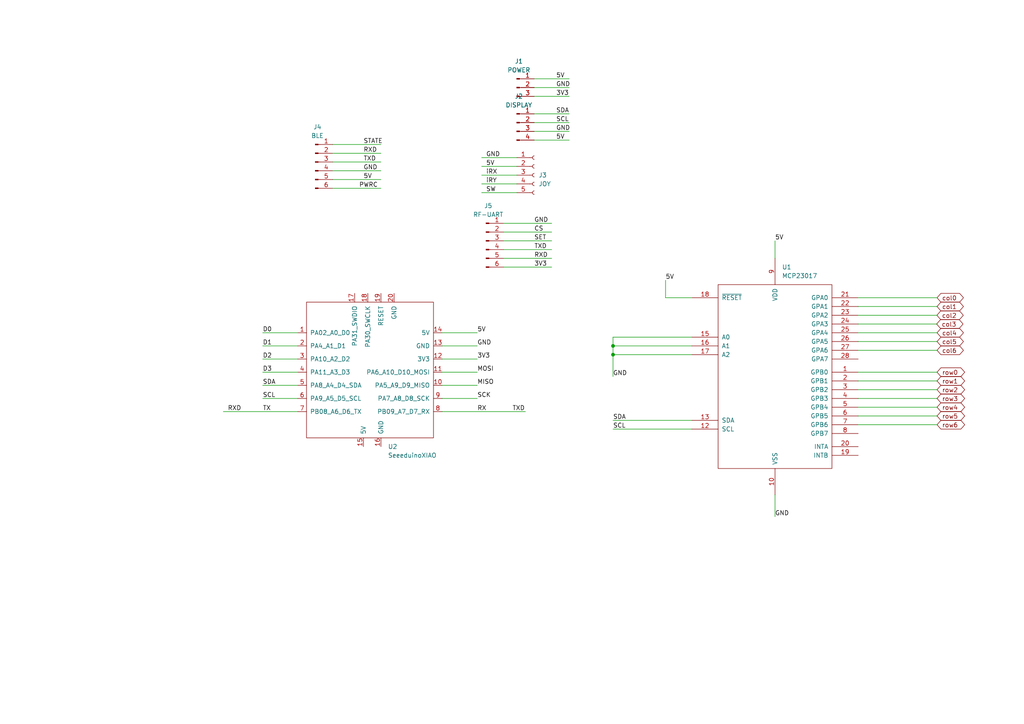
<source format=kicad_sch>
(kicad_sch (version 20211123) (generator eeschema)

  (uuid e6f23341-e450-415d-91ea-48a4a996720b)

  (paper "A4")

  (lib_symbols
    (symbol "Connector:Conn_01x03_Male" (pin_names (offset 1.016) hide) (in_bom yes) (on_board yes)
      (property "Reference" "J" (id 0) (at 0 5.08 0)
        (effects (font (size 1.27 1.27)))
      )
      (property "Value" "Conn_01x03_Male" (id 1) (at 0 -5.08 0)
        (effects (font (size 1.27 1.27)))
      )
      (property "Footprint" "" (id 2) (at 0 0 0)
        (effects (font (size 1.27 1.27)) hide)
      )
      (property "Datasheet" "~" (id 3) (at 0 0 0)
        (effects (font (size 1.27 1.27)) hide)
      )
      (property "ki_keywords" "connector" (id 4) (at 0 0 0)
        (effects (font (size 1.27 1.27)) hide)
      )
      (property "ki_description" "Generic connector, single row, 01x03, script generated (kicad-library-utils/schlib/autogen/connector/)" (id 5) (at 0 0 0)
        (effects (font (size 1.27 1.27)) hide)
      )
      (property "ki_fp_filters" "Connector*:*_1x??_*" (id 6) (at 0 0 0)
        (effects (font (size 1.27 1.27)) hide)
      )
      (symbol "Conn_01x03_Male_1_1"
        (polyline
          (pts
            (xy 1.27 -2.54)
            (xy 0.8636 -2.54)
          )
          (stroke (width 0.1524) (type default) (color 0 0 0 0))
          (fill (type none))
        )
        (polyline
          (pts
            (xy 1.27 0)
            (xy 0.8636 0)
          )
          (stroke (width 0.1524) (type default) (color 0 0 0 0))
          (fill (type none))
        )
        (polyline
          (pts
            (xy 1.27 2.54)
            (xy 0.8636 2.54)
          )
          (stroke (width 0.1524) (type default) (color 0 0 0 0))
          (fill (type none))
        )
        (rectangle (start 0.8636 -2.413) (end 0 -2.667)
          (stroke (width 0.1524) (type default) (color 0 0 0 0))
          (fill (type outline))
        )
        (rectangle (start 0.8636 0.127) (end 0 -0.127)
          (stroke (width 0.1524) (type default) (color 0 0 0 0))
          (fill (type outline))
        )
        (rectangle (start 0.8636 2.667) (end 0 2.413)
          (stroke (width 0.1524) (type default) (color 0 0 0 0))
          (fill (type outline))
        )
        (pin passive line (at 5.08 2.54 180) (length 3.81)
          (name "Pin_1" (effects (font (size 1.27 1.27))))
          (number "1" (effects (font (size 1.27 1.27))))
        )
        (pin passive line (at 5.08 0 180) (length 3.81)
          (name "Pin_2" (effects (font (size 1.27 1.27))))
          (number "2" (effects (font (size 1.27 1.27))))
        )
        (pin passive line (at 5.08 -2.54 180) (length 3.81)
          (name "Pin_3" (effects (font (size 1.27 1.27))))
          (number "3" (effects (font (size 1.27 1.27))))
        )
      )
    )
    (symbol "Connector:Conn_01x04_Male" (pin_names (offset 1.016) hide) (in_bom yes) (on_board yes)
      (property "Reference" "J" (id 0) (at 0 5.08 0)
        (effects (font (size 1.27 1.27)))
      )
      (property "Value" "Conn_01x04_Male" (id 1) (at 0 -7.62 0)
        (effects (font (size 1.27 1.27)))
      )
      (property "Footprint" "" (id 2) (at 0 0 0)
        (effects (font (size 1.27 1.27)) hide)
      )
      (property "Datasheet" "~" (id 3) (at 0 0 0)
        (effects (font (size 1.27 1.27)) hide)
      )
      (property "ki_keywords" "connector" (id 4) (at 0 0 0)
        (effects (font (size 1.27 1.27)) hide)
      )
      (property "ki_description" "Generic connector, single row, 01x04, script generated (kicad-library-utils/schlib/autogen/connector/)" (id 5) (at 0 0 0)
        (effects (font (size 1.27 1.27)) hide)
      )
      (property "ki_fp_filters" "Connector*:*_1x??_*" (id 6) (at 0 0 0)
        (effects (font (size 1.27 1.27)) hide)
      )
      (symbol "Conn_01x04_Male_1_1"
        (polyline
          (pts
            (xy 1.27 -5.08)
            (xy 0.8636 -5.08)
          )
          (stroke (width 0.1524) (type default) (color 0 0 0 0))
          (fill (type none))
        )
        (polyline
          (pts
            (xy 1.27 -2.54)
            (xy 0.8636 -2.54)
          )
          (stroke (width 0.1524) (type default) (color 0 0 0 0))
          (fill (type none))
        )
        (polyline
          (pts
            (xy 1.27 0)
            (xy 0.8636 0)
          )
          (stroke (width 0.1524) (type default) (color 0 0 0 0))
          (fill (type none))
        )
        (polyline
          (pts
            (xy 1.27 2.54)
            (xy 0.8636 2.54)
          )
          (stroke (width 0.1524) (type default) (color 0 0 0 0))
          (fill (type none))
        )
        (rectangle (start 0.8636 -4.953) (end 0 -5.207)
          (stroke (width 0.1524) (type default) (color 0 0 0 0))
          (fill (type outline))
        )
        (rectangle (start 0.8636 -2.413) (end 0 -2.667)
          (stroke (width 0.1524) (type default) (color 0 0 0 0))
          (fill (type outline))
        )
        (rectangle (start 0.8636 0.127) (end 0 -0.127)
          (stroke (width 0.1524) (type default) (color 0 0 0 0))
          (fill (type outline))
        )
        (rectangle (start 0.8636 2.667) (end 0 2.413)
          (stroke (width 0.1524) (type default) (color 0 0 0 0))
          (fill (type outline))
        )
        (pin passive line (at 5.08 2.54 180) (length 3.81)
          (name "Pin_1" (effects (font (size 1.27 1.27))))
          (number "1" (effects (font (size 1.27 1.27))))
        )
        (pin passive line (at 5.08 0 180) (length 3.81)
          (name "Pin_2" (effects (font (size 1.27 1.27))))
          (number "2" (effects (font (size 1.27 1.27))))
        )
        (pin passive line (at 5.08 -2.54 180) (length 3.81)
          (name "Pin_3" (effects (font (size 1.27 1.27))))
          (number "3" (effects (font (size 1.27 1.27))))
        )
        (pin passive line (at 5.08 -5.08 180) (length 3.81)
          (name "Pin_4" (effects (font (size 1.27 1.27))))
          (number "4" (effects (font (size 1.27 1.27))))
        )
      )
    )
    (symbol "Connector:Conn_01x05_Female" (pin_names (offset 1.016) hide) (in_bom yes) (on_board yes)
      (property "Reference" "J" (id 0) (at 0 7.62 0)
        (effects (font (size 1.27 1.27)))
      )
      (property "Value" "Conn_01x05_Female" (id 1) (at 0 -7.62 0)
        (effects (font (size 1.27 1.27)))
      )
      (property "Footprint" "" (id 2) (at 0 0 0)
        (effects (font (size 1.27 1.27)) hide)
      )
      (property "Datasheet" "~" (id 3) (at 0 0 0)
        (effects (font (size 1.27 1.27)) hide)
      )
      (property "ki_keywords" "connector" (id 4) (at 0 0 0)
        (effects (font (size 1.27 1.27)) hide)
      )
      (property "ki_description" "Generic connector, single row, 01x05, script generated (kicad-library-utils/schlib/autogen/connector/)" (id 5) (at 0 0 0)
        (effects (font (size 1.27 1.27)) hide)
      )
      (property "ki_fp_filters" "Connector*:*_1x??_*" (id 6) (at 0 0 0)
        (effects (font (size 1.27 1.27)) hide)
      )
      (symbol "Conn_01x05_Female_1_1"
        (arc (start 0 -4.572) (mid -0.508 -5.08) (end 0 -5.588)
          (stroke (width 0.1524) (type default) (color 0 0 0 0))
          (fill (type none))
        )
        (arc (start 0 -2.032) (mid -0.508 -2.54) (end 0 -3.048)
          (stroke (width 0.1524) (type default) (color 0 0 0 0))
          (fill (type none))
        )
        (polyline
          (pts
            (xy -1.27 -5.08)
            (xy -0.508 -5.08)
          )
          (stroke (width 0.1524) (type default) (color 0 0 0 0))
          (fill (type none))
        )
        (polyline
          (pts
            (xy -1.27 -2.54)
            (xy -0.508 -2.54)
          )
          (stroke (width 0.1524) (type default) (color 0 0 0 0))
          (fill (type none))
        )
        (polyline
          (pts
            (xy -1.27 0)
            (xy -0.508 0)
          )
          (stroke (width 0.1524) (type default) (color 0 0 0 0))
          (fill (type none))
        )
        (polyline
          (pts
            (xy -1.27 2.54)
            (xy -0.508 2.54)
          )
          (stroke (width 0.1524) (type default) (color 0 0 0 0))
          (fill (type none))
        )
        (polyline
          (pts
            (xy -1.27 5.08)
            (xy -0.508 5.08)
          )
          (stroke (width 0.1524) (type default) (color 0 0 0 0))
          (fill (type none))
        )
        (arc (start 0 0.508) (mid -0.508 0) (end 0 -0.508)
          (stroke (width 0.1524) (type default) (color 0 0 0 0))
          (fill (type none))
        )
        (arc (start 0 3.048) (mid -0.508 2.54) (end 0 2.032)
          (stroke (width 0.1524) (type default) (color 0 0 0 0))
          (fill (type none))
        )
        (arc (start 0 5.588) (mid -0.508 5.08) (end 0 4.572)
          (stroke (width 0.1524) (type default) (color 0 0 0 0))
          (fill (type none))
        )
        (pin passive line (at -5.08 5.08 0) (length 3.81)
          (name "Pin_1" (effects (font (size 1.27 1.27))))
          (number "1" (effects (font (size 1.27 1.27))))
        )
        (pin passive line (at -5.08 2.54 0) (length 3.81)
          (name "Pin_2" (effects (font (size 1.27 1.27))))
          (number "2" (effects (font (size 1.27 1.27))))
        )
        (pin passive line (at -5.08 0 0) (length 3.81)
          (name "Pin_3" (effects (font (size 1.27 1.27))))
          (number "3" (effects (font (size 1.27 1.27))))
        )
        (pin passive line (at -5.08 -2.54 0) (length 3.81)
          (name "Pin_4" (effects (font (size 1.27 1.27))))
          (number "4" (effects (font (size 1.27 1.27))))
        )
        (pin passive line (at -5.08 -5.08 0) (length 3.81)
          (name "Pin_5" (effects (font (size 1.27 1.27))))
          (number "5" (effects (font (size 1.27 1.27))))
        )
      )
    )
    (symbol "Connector:Conn_01x06_Male" (pin_names (offset 1.016) hide) (in_bom yes) (on_board yes)
      (property "Reference" "J" (id 0) (at 0 7.62 0)
        (effects (font (size 1.27 1.27)))
      )
      (property "Value" "Conn_01x06_Male" (id 1) (at 0 -10.16 0)
        (effects (font (size 1.27 1.27)))
      )
      (property "Footprint" "" (id 2) (at 0 0 0)
        (effects (font (size 1.27 1.27)) hide)
      )
      (property "Datasheet" "~" (id 3) (at 0 0 0)
        (effects (font (size 1.27 1.27)) hide)
      )
      (property "ki_keywords" "connector" (id 4) (at 0 0 0)
        (effects (font (size 1.27 1.27)) hide)
      )
      (property "ki_description" "Generic connector, single row, 01x06, script generated (kicad-library-utils/schlib/autogen/connector/)" (id 5) (at 0 0 0)
        (effects (font (size 1.27 1.27)) hide)
      )
      (property "ki_fp_filters" "Connector*:*_1x??_*" (id 6) (at 0 0 0)
        (effects (font (size 1.27 1.27)) hide)
      )
      (symbol "Conn_01x06_Male_1_1"
        (polyline
          (pts
            (xy 1.27 -7.62)
            (xy 0.8636 -7.62)
          )
          (stroke (width 0.1524) (type default) (color 0 0 0 0))
          (fill (type none))
        )
        (polyline
          (pts
            (xy 1.27 -5.08)
            (xy 0.8636 -5.08)
          )
          (stroke (width 0.1524) (type default) (color 0 0 0 0))
          (fill (type none))
        )
        (polyline
          (pts
            (xy 1.27 -2.54)
            (xy 0.8636 -2.54)
          )
          (stroke (width 0.1524) (type default) (color 0 0 0 0))
          (fill (type none))
        )
        (polyline
          (pts
            (xy 1.27 0)
            (xy 0.8636 0)
          )
          (stroke (width 0.1524) (type default) (color 0 0 0 0))
          (fill (type none))
        )
        (polyline
          (pts
            (xy 1.27 2.54)
            (xy 0.8636 2.54)
          )
          (stroke (width 0.1524) (type default) (color 0 0 0 0))
          (fill (type none))
        )
        (polyline
          (pts
            (xy 1.27 5.08)
            (xy 0.8636 5.08)
          )
          (stroke (width 0.1524) (type default) (color 0 0 0 0))
          (fill (type none))
        )
        (rectangle (start 0.8636 -7.493) (end 0 -7.747)
          (stroke (width 0.1524) (type default) (color 0 0 0 0))
          (fill (type outline))
        )
        (rectangle (start 0.8636 -4.953) (end 0 -5.207)
          (stroke (width 0.1524) (type default) (color 0 0 0 0))
          (fill (type outline))
        )
        (rectangle (start 0.8636 -2.413) (end 0 -2.667)
          (stroke (width 0.1524) (type default) (color 0 0 0 0))
          (fill (type outline))
        )
        (rectangle (start 0.8636 0.127) (end 0 -0.127)
          (stroke (width 0.1524) (type default) (color 0 0 0 0))
          (fill (type outline))
        )
        (rectangle (start 0.8636 2.667) (end 0 2.413)
          (stroke (width 0.1524) (type default) (color 0 0 0 0))
          (fill (type outline))
        )
        (rectangle (start 0.8636 5.207) (end 0 4.953)
          (stroke (width 0.1524) (type default) (color 0 0 0 0))
          (fill (type outline))
        )
        (pin passive line (at 5.08 5.08 180) (length 3.81)
          (name "Pin_1" (effects (font (size 1.27 1.27))))
          (number "1" (effects (font (size 1.27 1.27))))
        )
        (pin passive line (at 5.08 2.54 180) (length 3.81)
          (name "Pin_2" (effects (font (size 1.27 1.27))))
          (number "2" (effects (font (size 1.27 1.27))))
        )
        (pin passive line (at 5.08 0 180) (length 3.81)
          (name "Pin_3" (effects (font (size 1.27 1.27))))
          (number "3" (effects (font (size 1.27 1.27))))
        )
        (pin passive line (at 5.08 -2.54 180) (length 3.81)
          (name "Pin_4" (effects (font (size 1.27 1.27))))
          (number "4" (effects (font (size 1.27 1.27))))
        )
        (pin passive line (at 5.08 -5.08 180) (length 3.81)
          (name "Pin_5" (effects (font (size 1.27 1.27))))
          (number "5" (effects (font (size 1.27 1.27))))
        )
        (pin passive line (at 5.08 -7.62 180) (length 3.81)
          (name "Pin_6" (effects (font (size 1.27 1.27))))
          (number "6" (effects (font (size 1.27 1.27))))
        )
      )
    )
    (symbol "Diode:1N4148" (pin_numbers hide) (pin_names (offset 1.016) hide) (in_bom yes) (on_board yes)
      (property "Reference" "D" (id 0) (at 0 2.54 0)
        (effects (font (size 1.27 1.27)))
      )
      (property "Value" "1N4148" (id 1) (at 0 -2.54 0)
        (effects (font (size 1.27 1.27)))
      )
      (property "Footprint" "Diode_THT:D_DO-35_SOD27_P7.62mm_Horizontal" (id 2) (at 0 -4.445 0)
        (effects (font (size 1.27 1.27)) hide)
      )
      (property "Datasheet" "https://assets.nexperia.com/documents/data-sheet/1N4148_1N4448.pdf" (id 3) (at 0 0 0)
        (effects (font (size 1.27 1.27)) hide)
      )
      (property "ki_keywords" "diode" (id 4) (at 0 0 0)
        (effects (font (size 1.27 1.27)) hide)
      )
      (property "ki_description" "100V 0.15A standard switching diode, DO-35" (id 5) (at 0 0 0)
        (effects (font (size 1.27 1.27)) hide)
      )
      (property "ki_fp_filters" "D*DO?35*" (id 6) (at 0 0 0)
        (effects (font (size 1.27 1.27)) hide)
      )
      (symbol "1N4148_0_1"
        (polyline
          (pts
            (xy -1.27 1.27)
            (xy -1.27 -1.27)
          )
          (stroke (width 0.254) (type default) (color 0 0 0 0))
          (fill (type none))
        )
        (polyline
          (pts
            (xy 1.27 0)
            (xy -1.27 0)
          )
          (stroke (width 0) (type default) (color 0 0 0 0))
          (fill (type none))
        )
        (polyline
          (pts
            (xy 1.27 1.27)
            (xy 1.27 -1.27)
            (xy -1.27 0)
            (xy 1.27 1.27)
          )
          (stroke (width 0.254) (type default) (color 0 0 0 0))
          (fill (type none))
        )
      )
      (symbol "1N4148_1_1"
        (pin passive line (at -3.81 0 0) (length 2.54)
          (name "K" (effects (font (size 1.27 1.27))))
          (number "1" (effects (font (size 1.27 1.27))))
        )
        (pin passive line (at 3.81 0 180) (length 2.54)
          (name "A" (effects (font (size 1.27 1.27))))
          (number "2" (effects (font (size 1.27 1.27))))
        )
      )
    )
    (symbol "IO_Expand:MCP23017" (pin_names (offset 1.016)) (in_bom yes) (on_board yes)
      (property "Reference" "U" (id 0) (at -13.97 27.94 0)
        (effects (font (size 1.27 1.27)))
      )
      (property "Value" "MCP23017" (id 1) (at 11.43 -27.94 0)
        (effects (font (size 1.27 1.27)))
      )
      (property "Footprint" "MODULE" (id 2) (at -12.7 -27.94 0)
        (effects (font (size 1.27 1.27)) hide)
      )
      (property "Datasheet" "DOCUMENTATION" (id 3) (at 0 -1.27 0)
        (effects (font (size 1.27 1.27)) hide)
      )
      (symbol "MCP23017_1_0"
        (rectangle (start -16.51 -26.67) (end 16.51 26.67)
          (stroke (width 0) (type default) (color 0 0 0 0))
          (fill (type none))
        )
      )
      (symbol "MCP23017_1_1"
        (pin tri_state line (at 24.13 1.27 180) (length 7.62)
          (name "GPB0" (effects (font (size 1.27 1.27))))
          (number "1" (effects (font (size 1.27 1.27))))
        )
        (pin power_in line (at 0 -34.29 90) (length 7.62)
          (name "VSS" (effects (font (size 1.27 1.27))))
          (number "10" (effects (font (size 1.27 1.27))))
        )
        (pin input line (at -24.13 -15.24 0) (length 7.62)
          (name "SCL" (effects (font (size 1.27 1.27))))
          (number "12" (effects (font (size 1.27 1.27))))
        )
        (pin tri_state line (at -24.13 -12.7 0) (length 7.62)
          (name "SDA" (effects (font (size 1.27 1.27))))
          (number "13" (effects (font (size 1.27 1.27))))
        )
        (pin input line (at -24.13 11.43 0) (length 7.62)
          (name "A0" (effects (font (size 1.27 1.27))))
          (number "15" (effects (font (size 1.27 1.27))))
        )
        (pin input line (at -24.13 8.89 0) (length 7.62)
          (name "A1" (effects (font (size 1.27 1.27))))
          (number "16" (effects (font (size 1.27 1.27))))
        )
        (pin input line (at -24.13 6.35 0) (length 7.62)
          (name "A2" (effects (font (size 1.27 1.27))))
          (number "17" (effects (font (size 1.27 1.27))))
        )
        (pin input line (at -24.13 22.86 0) (length 7.62)
          (name "~{RESET}" (effects (font (size 1.27 1.27))))
          (number "18" (effects (font (size 1.27 1.27))))
        )
        (pin output line (at 24.13 -22.86 180) (length 7.62)
          (name "INTB" (effects (font (size 1.27 1.27))))
          (number "19" (effects (font (size 1.27 1.27))))
        )
        (pin tri_state line (at 24.13 -1.27 180) (length 7.62)
          (name "GPB1" (effects (font (size 1.27 1.27))))
          (number "2" (effects (font (size 1.27 1.27))))
        )
        (pin output line (at 24.13 -20.32 180) (length 7.62)
          (name "INTA" (effects (font (size 1.27 1.27))))
          (number "20" (effects (font (size 1.27 1.27))))
        )
        (pin tri_state line (at 24.13 22.86 180) (length 7.62)
          (name "GPA0" (effects (font (size 1.27 1.27))))
          (number "21" (effects (font (size 1.27 1.27))))
        )
        (pin tri_state line (at 24.13 20.32 180) (length 7.62)
          (name "GPA1" (effects (font (size 1.27 1.27))))
          (number "22" (effects (font (size 1.27 1.27))))
        )
        (pin tri_state line (at 24.13 17.78 180) (length 7.62)
          (name "GPA2" (effects (font (size 1.27 1.27))))
          (number "23" (effects (font (size 1.27 1.27))))
        )
        (pin tri_state line (at 24.13 15.24 180) (length 7.62)
          (name "GPA3" (effects (font (size 1.27 1.27))))
          (number "24" (effects (font (size 1.27 1.27))))
        )
        (pin tri_state line (at 24.13 12.7 180) (length 7.62)
          (name "GPA4" (effects (font (size 1.27 1.27))))
          (number "25" (effects (font (size 1.27 1.27))))
        )
        (pin tri_state line (at 24.13 10.16 180) (length 7.62)
          (name "GPA5" (effects (font (size 1.27 1.27))))
          (number "26" (effects (font (size 1.27 1.27))))
        )
        (pin tri_state line (at 24.13 7.62 180) (length 7.62)
          (name "GPA6" (effects (font (size 1.27 1.27))))
          (number "27" (effects (font (size 1.27 1.27))))
        )
        (pin tri_state line (at 24.13 5.08 180) (length 7.62)
          (name "GPA7" (effects (font (size 1.27 1.27))))
          (number "28" (effects (font (size 1.27 1.27))))
        )
        (pin tri_state line (at 24.13 -3.81 180) (length 7.62)
          (name "GPB2" (effects (font (size 1.27 1.27))))
          (number "3" (effects (font (size 1.27 1.27))))
        )
        (pin tri_state line (at 24.13 -6.35 180) (length 7.62)
          (name "GPB3" (effects (font (size 1.27 1.27))))
          (number "4" (effects (font (size 1.27 1.27))))
        )
        (pin tri_state line (at 24.13 -8.89 180) (length 7.62)
          (name "GPB4" (effects (font (size 1.27 1.27))))
          (number "5" (effects (font (size 1.27 1.27))))
        )
        (pin tri_state line (at 24.13 -11.43 180) (length 7.62)
          (name "GPB5" (effects (font (size 1.27 1.27))))
          (number "6" (effects (font (size 1.27 1.27))))
        )
        (pin tri_state line (at 24.13 -13.97 180) (length 7.62)
          (name "GPB6" (effects (font (size 1.27 1.27))))
          (number "7" (effects (font (size 1.27 1.27))))
        )
        (pin tri_state line (at 24.13 -16.51 180) (length 7.62)
          (name "GPB7" (effects (font (size 1.27 1.27))))
          (number "8" (effects (font (size 1.27 1.27))))
        )
        (pin power_in line (at 0 34.29 270) (length 7.62)
          (name "VDD" (effects (font (size 1.27 1.27))))
          (number "9" (effects (font (size 1.27 1.27))))
        )
      )
    )
    (symbol "KB_SW:MX-NoLED" (pin_names (offset 1.016)) (in_bom yes) (on_board yes)
      (property "Reference" "K_1" (id 0) (at 0 5.9182 0)
        (effects (font (size 1.524 1.524)))
      )
      (property "Value" "KEYSW" (id 1) (at 0 -2.54 0)
        (effects (font (size 1.524 1.524)) hide)
      )
      (property "Footprint" "" (id 2) (at 0 0 0)
        (effects (font (size 1.524 1.524)) hide)
      )
      (property "Datasheet" "" (id 3) (at 0 0 0)
        (effects (font (size 1.524 1.524)))
      )
      (symbol "MX-NoLED_0_0"
        (rectangle (start -2.54 2.54) (end 1.27 -1.27)
          (stroke (width 0) (type default) (color 0 0 0 0))
          (fill (type none))
        )
        (polyline
          (pts
            (xy -1.27 -1.27)
            (xy -1.27 1.27)
          )
          (stroke (width 0.127) (type default) (color 0 0 0 0))
          (fill (type none))
        )
        (polyline
          (pts
            (xy 1.27 1.27)
            (xy 0 1.27)
            (xy -1.27 1.905)
          )
          (stroke (width 0.127) (type default) (color 0 0 0 0))
          (fill (type none))
        )
        (text "COL" (at 3.175 0 0)
          (effects (font (size 0.762 0.762)))
        )
        (text "ROW" (at 0 -1.905 900)
          (effects (font (size 0.762 0.762)) (justify right))
        )
      )
      (symbol "MX-NoLED_1_1"
        (pin passive line (at 3.81 1.27 180) (length 2.54)
          (name "COL" (effects (font (size 0 0))))
          (number "1" (effects (font (size 0 0))))
        )
        (pin passive line (at -1.27 -3.81 90) (length 2.54)
          (name "ROW" (effects (font (size 0 0))))
          (number "2" (effects (font (size 0 0))))
        )
      )
    )
    (symbol "Seeeduino:SeeeduinoXIAO" (pin_names (offset 1.016)) (in_bom yes) (on_board yes)
      (property "Reference" "U" (id 0) (at -19.05 22.86 0)
        (effects (font (size 1.27 1.27)))
      )
      (property "Value" "SeeeduinoXIAO" (id 1) (at -12.7 21.59 0)
        (effects (font (size 1.27 1.27)))
      )
      (property "Footprint" "" (id 2) (at -8.89 5.08 0)
        (effects (font (size 1.27 1.27)) hide)
      )
      (property "Datasheet" "" (id 3) (at -8.89 5.08 0)
        (effects (font (size 1.27 1.27)) hide)
      )
      (symbol "SeeeduinoXIAO_0_1"
        (rectangle (start -19.05 20.32) (end 17.78 -19.05)
          (stroke (width 0) (type default) (color 0 0 0 0))
          (fill (type none))
        )
      )
      (symbol "SeeeduinoXIAO_1_1"
        (pin unspecified line (at -21.59 11.43 0) (length 2.54)
          (name "PA02_A0_D0" (effects (font (size 1.27 1.27))))
          (number "1" (effects (font (size 1.27 1.27))))
        )
        (pin unspecified line (at 20.32 -3.81 180) (length 2.54)
          (name "PA5_A9_D9_MISO" (effects (font (size 1.27 1.27))))
          (number "10" (effects (font (size 1.27 1.27))))
        )
        (pin unspecified line (at 20.32 0 180) (length 2.54)
          (name "PA6_A10_D10_MOSI" (effects (font (size 1.27 1.27))))
          (number "11" (effects (font (size 1.27 1.27))))
        )
        (pin unspecified line (at 20.32 3.81 180) (length 2.54)
          (name "3V3" (effects (font (size 1.27 1.27))))
          (number "12" (effects (font (size 1.27 1.27))))
        )
        (pin unspecified line (at 20.32 7.62 180) (length 2.54)
          (name "GND" (effects (font (size 1.27 1.27))))
          (number "13" (effects (font (size 1.27 1.27))))
        )
        (pin unspecified line (at 20.32 11.43 180) (length 2.54)
          (name "5V" (effects (font (size 1.27 1.27))))
          (number "14" (effects (font (size 1.27 1.27))))
        )
        (pin input line (at -2.54 -21.59 90) (length 2.54)
          (name "5V" (effects (font (size 1.27 1.27))))
          (number "15" (effects (font (size 1.27 1.27))))
        )
        (pin input line (at 2.54 -21.59 90) (length 2.54)
          (name "GND" (effects (font (size 1.27 1.27))))
          (number "16" (effects (font (size 1.27 1.27))))
        )
        (pin input line (at -5.08 22.86 270) (length 2.54)
          (name "PA31_SWDIO" (effects (font (size 1.27 1.27))))
          (number "17" (effects (font (size 1.27 1.27))))
        )
        (pin input line (at -1.27 22.86 270) (length 2.54)
          (name "PA30_SWCLK" (effects (font (size 1.27 1.27))))
          (number "18" (effects (font (size 1.27 1.27))))
        )
        (pin input line (at 2.54 22.86 270) (length 2.54)
          (name "RESET" (effects (font (size 1.27 1.27))))
          (number "19" (effects (font (size 1.27 1.27))))
        )
        (pin unspecified line (at -21.59 7.62 0) (length 2.54)
          (name "PA4_A1_D1" (effects (font (size 1.27 1.27))))
          (number "2" (effects (font (size 1.27 1.27))))
        )
        (pin input line (at 6.35 22.86 270) (length 2.54)
          (name "GND" (effects (font (size 1.27 1.27))))
          (number "20" (effects (font (size 1.27 1.27))))
        )
        (pin unspecified line (at -21.59 3.81 0) (length 2.54)
          (name "PA10_A2_D2" (effects (font (size 1.27 1.27))))
          (number "3" (effects (font (size 1.27 1.27))))
        )
        (pin unspecified line (at -21.59 0 0) (length 2.54)
          (name "PA11_A3_D3" (effects (font (size 1.27 1.27))))
          (number "4" (effects (font (size 1.27 1.27))))
        )
        (pin unspecified line (at -21.59 -3.81 0) (length 2.54)
          (name "PA8_A4_D4_SDA" (effects (font (size 1.27 1.27))))
          (number "5" (effects (font (size 1.27 1.27))))
        )
        (pin unspecified line (at -21.59 -7.62 0) (length 2.54)
          (name "PA9_A5_D5_SCL" (effects (font (size 1.27 1.27))))
          (number "6" (effects (font (size 1.27 1.27))))
        )
        (pin unspecified line (at -21.59 -11.43 0) (length 2.54)
          (name "PB08_A6_D6_TX" (effects (font (size 1.27 1.27))))
          (number "7" (effects (font (size 1.27 1.27))))
        )
        (pin unspecified line (at 20.32 -11.43 180) (length 2.54)
          (name "PB09_A7_D7_RX" (effects (font (size 1.27 1.27))))
          (number "8" (effects (font (size 1.27 1.27))))
        )
        (pin unspecified line (at 20.32 -7.62 180) (length 2.54)
          (name "PA7_A8_D8_SCK" (effects (font (size 1.27 1.27))))
          (number "9" (effects (font (size 1.27 1.27))))
        )
      )
    )
  )

  (junction (at 374.65 138.43) (diameter 0) (color 0 0 0 0)
    (uuid 01dd13db-3304-45f5-b17e-adf161a852d7)
  )
  (junction (at 466.09 57.15) (diameter 0) (color 0 0 0 0)
    (uuid 04e806d8-14b5-40aa-a01d-763313242130)
  )
  (junction (at 393.7 186.69) (diameter 0) (color 0 0 0 0)
    (uuid 05722f21-6988-419b-89f9-91ff78427587)
  )
  (junction (at 406.4 57.15) (diameter 0) (color 0 0 0 0)
    (uuid 08bc59f9-88c5-494a-954a-5588e5ae9c0b)
  )
  (junction (at 447.04 102.87) (diameter 0) (color 0 0 0 0)
    (uuid 0b633949-5f98-4194-a562-ccc53eba05ff)
  )
  (junction (at 406.4 34.29) (diameter 0) (color 0 0 0 0)
    (uuid 0cbfb2df-f0a4-48dd-8034-5cd6dbc4485f)
  )
  (junction (at 374.65 186.69) (diameter 0) (color 0 0 0 0)
    (uuid 0e2789fc-a610-4f7f-9040-b8fe650b10d2)
  )
  (junction (at 334.01 138.43) (diameter 0) (color 0 0 0 0)
    (uuid 157577c2-312b-4f66-a971-6fc855672e71)
  )
  (junction (at 354.33 138.43) (diameter 0) (color 0 0 0 0)
    (uuid 15d4202b-d4af-49ab-8910-341e65088981)
  )
  (junction (at 387.35 125.73) (diameter 0) (color 0 0 0 0)
    (uuid 15d57e2b-5c2c-47b8-a6b4-8653b5874c1e)
  )
  (junction (at 426.72 57.15) (diameter 0) (color 0 0 0 0)
    (uuid 17dadf7c-8499-4e7c-ac2f-01a73808121b)
  )
  (junction (at 367.03 125.73) (diameter 0) (color 0 0 0 0)
    (uuid 1c3011bd-907c-4b62-bb75-ea9d638388b4)
  )
  (junction (at 453.39 115.57) (diameter 0) (color 0 0 0 0)
    (uuid 21570853-324a-423e-ab91-e2d8503244cc)
  )
  (junction (at 447.04 80.01) (diameter 0) (color 0 0 0 0)
    (uuid 2896a551-5118-483e-9733-3bbc7dc564bf)
  )
  (junction (at 387.35 173.99) (diameter 0) (color 0 0 0 0)
    (uuid 29b1a881-49f6-4f00-a2f1-ea7b56792f8d)
  )
  (junction (at 387.35 57.15) (diameter 0) (color 0 0 0 0)
    (uuid 2a8e1fc3-0a5a-46c1-8e82-0fd13de6488f)
  )
  (junction (at 387.35 148.59) (diameter 0) (color 0 0 0 0)
    (uuid 2b48b36a-538c-45fe-972a-c2bd08b53f8c)
  )
  (junction (at 367.03 80.01) (diameter 0) (color 0 0 0 0)
    (uuid 2c7ab521-fd6c-41bd-be6c-9665254bc197)
  )
  (junction (at 453.39 69.85) (diameter 0) (color 0 0 0 0)
    (uuid 2d6673dc-5099-436f-b8d7-116c588bde87)
  )
  (junction (at 434.34 115.57) (diameter 0) (color 0 0 0 0)
    (uuid 341077d2-6b93-4240-985b-a86b7b49f483)
  )
  (junction (at 426.72 34.29) (diameter 0) (color 0 0 0 0)
    (uuid 343a8556-9f8b-4313-b645-61ff4aee9507)
  )
  (junction (at 434.34 138.43) (diameter 0) (color 0 0 0 0)
    (uuid 3a0ecd39-5dd8-4195-a685-8879e15ee4e7)
  )
  (junction (at 354.33 115.57) (diameter 0) (color 0 0 0 0)
    (uuid 3e9c5eb5-b990-418b-917d-06e6e8f87d55)
  )
  (junction (at 346.71 34.29) (diameter 0) (color 0 0 0 0)
    (uuid 3ff1d2d8-965b-48ff-8282-0d01f93ab7f3)
  )
  (junction (at 406.4 125.73) (diameter 0) (color 0 0 0 0)
    (uuid 40dad7f3-c7da-4bde-9ac3-0a4f0b7a856e)
  )
  (junction (at 426.72 148.59) (diameter 0) (color 0 0 0 0)
    (uuid 4459cab1-6d97-4ead-a04d-a9a9a3533e78)
  )
  (junction (at 334.01 46.99) (diameter 0) (color 0 0 0 0)
    (uuid 4478ced5-886d-48c0-9e42-5d2ea96894aa)
  )
  (junction (at 447.04 57.15) (diameter 0) (color 0 0 0 0)
    (uuid 45584f93-4515-402f-b54b-dd15e497fed1)
  )
  (junction (at 354.33 92.71) (diameter 0) (color 0 0 0 0)
    (uuid 4644a698-ac14-4dd0-aad3-e1e66165308f)
  )
  (junction (at 426.72 80.01) (diameter 0) (color 0 0 0 0)
    (uuid 4725ccd0-cbb8-4736-b150-7bd057a248f3)
  )
  (junction (at 393.7 46.99) (diameter 0) (color 0 0 0 0)
    (uuid 497e5e3f-f99a-4ea7-9a65-016842f97683)
  )
  (junction (at 414.02 161.29) (diameter 0) (color 0 0 0 0)
    (uuid 49d5a74b-819e-41ec-bdc3-dc4bdb3e5cba)
  )
  (junction (at 354.33 46.99) (diameter 0) (color 0 0 0 0)
    (uuid 4df5b108-dc56-4245-aa26-2678f11d089a)
  )
  (junction (at 406.4 80.01) (diameter 0) (color 0 0 0 0)
    (uuid 4e7b76b4-73ab-4d07-9f9c-5dff711071fe)
  )
  (junction (at 426.72 102.87) (diameter 0) (color 0 0 0 0)
    (uuid 4ecd6631-6ef8-4e34-aad9-6ba908160ba8)
  )
  (junction (at 466.09 34.29) (diameter 0) (color 0 0 0 0)
    (uuid 4f8da589-98cc-4969-b0a7-a16f8640395b)
  )
  (junction (at 447.04 34.29) (diameter 0) (color 0 0 0 0)
    (uuid 58637b3d-f90d-4ac4-8e61-9e4cde8ce614)
  )
  (junction (at 374.65 92.71) (diameter 0) (color 0 0 0 0)
    (uuid 5d3ee2b8-f821-4246-b6d9-a24b5df64ca3)
  )
  (junction (at 346.71 173.99) (diameter 0) (color 0 0 0 0)
    (uuid 5fa1715a-a92c-4a99-b054-52289f41b8d0)
  )
  (junction (at 393.7 115.57) (diameter 0) (color 0 0 0 0)
    (uuid 605c04b3-2bcf-4ddd-85e0-487a473d7ad7)
  )
  (junction (at 406.4 173.99) (diameter 0) (color 0 0 0 0)
    (uuid 625bdcfe-e366-4a6d-826f-87d6a758b628)
  )
  (junction (at 346.71 148.59) (diameter 0) (color 0 0 0 0)
    (uuid 63658ad6-93d0-44cf-8b5d-c754a849c90c)
  )
  (junction (at 374.65 115.57) (diameter 0) (color 0 0 0 0)
    (uuid 6e2122c6-f5c6-4f86-94a9-e48b6c0f3e5b)
  )
  (junction (at 434.34 92.71) (diameter 0) (color 0 0 0 0)
    (uuid 6e6a5366-4505-4097-9dd0-60042f1f97e6)
  )
  (junction (at 406.4 148.59) (diameter 0) (color 0 0 0 0)
    (uuid 6ee1e2c0-39f4-416a-a282-f71452519619)
  )
  (junction (at 346.71 102.87) (diameter 0) (color 0 0 0 0)
    (uuid 6ff753da-111b-49d1-b3e0-659f5f2ed1ca)
  )
  (junction (at 334.01 115.57) (diameter 0) (color 0 0 0 0)
    (uuid 737c8c20-42c0-41d3-a3be-e8c294e51666)
  )
  (junction (at 334.01 186.69) (diameter 0) (color 0 0 0 0)
    (uuid 7402ac1d-7fb7-40ff-bbcd-878fe9ce4207)
  )
  (junction (at 414.02 92.71) (diameter 0) (color 0 0 0 0)
    (uuid 76ce2430-ffc7-447c-8594-6f6fcf6f94c9)
  )
  (junction (at 354.33 69.85) (diameter 0) (color 0 0 0 0)
    (uuid 7780de5b-c314-4df0-a0d6-861626fa59c2)
  )
  (junction (at 414.02 186.69) (diameter 0) (color 0 0 0 0)
    (uuid 7b131daf-d0fc-4878-a28d-4e8aa7b26adf)
  )
  (junction (at 414.02 69.85) (diameter 0) (color 0 0 0 0)
    (uuid 7d055ca9-4742-44a5-bbb1-97ca403c7499)
  )
  (junction (at 466.09 102.87) (diameter 0) (color 0 0 0 0)
    (uuid 7e23c48f-352d-4c43-9f45-fe70da8c8c6f)
  )
  (junction (at 466.09 80.01) (diameter 0) (color 0 0 0 0)
    (uuid 7e8f19a5-768b-4268-99ba-1bb38b970ab1)
  )
  (junction (at 387.35 102.87) (diameter 0) (color 0 0 0 0)
    (uuid 7fd48f0f-babc-4498-ada9-a30f9a227b50)
  )
  (junction (at 374.65 46.99) (diameter 0) (color 0 0 0 0)
    (uuid 802af83d-3987-42ad-80d3-c585ef056250)
  )
  (junction (at 393.7 92.71) (diameter 0) (color 0 0 0 0)
    (uuid 810ef360-bada-4309-b9aa-b63cec580f63)
  )
  (junction (at 453.39 92.71) (diameter 0) (color 0 0 0 0)
    (uuid 83169aab-4b4a-4d78-9987-bcd80eb80852)
  )
  (junction (at 447.04 125.73) (diameter 0) (color 0 0 0 0)
    (uuid 836bb24d-0748-486f-9221-61cc65ac055f)
  )
  (junction (at 434.34 186.69) (diameter 0) (color 0 0 0 0)
    (uuid 845dae9b-b48b-4e9d-a4fb-22b39c6d86a6)
  )
  (junction (at 346.71 57.15) (diameter 0) (color 0 0 0 0)
    (uuid 8b6cafd2-fc17-4cc3-89ae-6bc3695bf949)
  )
  (junction (at 426.72 173.99) (diameter 0) (color 0 0 0 0)
    (uuid 8d818bf1-f94c-4909-821d-7cc63ff41e2d)
  )
  (junction (at 414.02 46.99) (diameter 0) (color 0 0 0 0)
    (uuid 909fc2ed-6ef3-4e77-b766-65f0f67bf551)
  )
  (junction (at 414.02 138.43) (diameter 0) (color 0 0 0 0)
    (uuid 9138812f-b6d5-4a4f-bfdd-7e4af9b3706c)
  )
  (junction (at 374.65 69.85) (diameter 0) (color 0 0 0 0)
    (uuid 92289753-049d-4378-9374-a968ecfc10f9)
  )
  (junction (at 393.7 138.43) (diameter 0) (color 0 0 0 0)
    (uuid 9675279b-5f5d-47b4-8a3d-20e21e87d9c3)
  )
  (junction (at 354.33 186.69) (diameter 0) (color 0 0 0 0)
    (uuid 9a719f49-1966-4382-b903-76428fec15d7)
  )
  (junction (at 434.34 161.29) (diameter 0) (color 0 0 0 0)
    (uuid 9ff3d56d-be99-4daa-859e-39355f376a59)
  )
  (junction (at 374.65 161.29) (diameter 0) (color 0 0 0 0)
    (uuid a1b47d6d-1747-446c-9fab-36fb2441e2b9)
  )
  (junction (at 414.02 115.57) (diameter 0) (color 0 0 0 0)
    (uuid a70e0be6-f9ac-4ee9-9804-24257b355209)
  )
  (junction (at 447.04 173.99) (diameter 0) (color 0 0 0 0)
    (uuid af0ec312-ebc5-420d-b578-ffa47f5779bf)
  )
  (junction (at 367.03 148.59) (diameter 0) (color 0 0 0 0)
    (uuid af9a412e-ea77-4bf4-9513-5e9d44b4410f)
  )
  (junction (at 334.01 92.71) (diameter 0) (color 0 0 0 0)
    (uuid b0483f51-8519-45ee-a99f-4b8d7011be35)
  )
  (junction (at 447.04 148.59) (diameter 0) (color 0 0 0 0)
    (uuid b792ed69-c910-463a-8e90-3ad74d1ca495)
  )
  (junction (at 354.33 161.29) (diameter 0) (color 0 0 0 0)
    (uuid b99541c5-85a3-4f80-8cd2-b9baccf7d722)
  )
  (junction (at 387.35 80.01) (diameter 0) (color 0 0 0 0)
    (uuid bc111686-e1aa-4c81-b4de-bb91146780c3)
  )
  (junction (at 434.34 46.99) (diameter 0) (color 0 0 0 0)
    (uuid be232967-b277-49c2-8117-9a60a5f7e2c8)
  )
  (junction (at 393.7 161.29) (diameter 0) (color 0 0 0 0)
    (uuid c485f464-1e97-4cec-ae30-65cc3aa53843)
  )
  (junction (at 406.4 102.87) (diameter 0) (color 0 0 0 0)
    (uuid c7e93548-7613-44f0-a79b-253fd4621d65)
  )
  (junction (at 466.09 125.73) (diameter 0) (color 0 0 0 0)
    (uuid d05a5e4e-031b-411d-89af-fbf31c0d7b69)
  )
  (junction (at 334.01 161.29) (diameter 0) (color 0 0 0 0)
    (uuid d0ec65f3-3ca4-488f-8d01-196dac7d277b)
  )
  (junction (at 346.71 125.73) (diameter 0) (color 0 0 0 0)
    (uuid d42b7b51-96ad-4dfd-9891-feb17307723b)
  )
  (junction (at 346.71 80.01) (diameter 0) (color 0 0 0 0)
    (uuid de3b7529-d099-4510-a978-296d999449b7)
  )
  (junction (at 367.03 102.87) (diameter 0) (color 0 0 0 0)
    (uuid dfa44aa4-9323-49ee-9861-654c6029cd5a)
  )
  (junction (at 453.39 138.43) (diameter 0) (color 0 0 0 0)
    (uuid e26a8ad1-e007-478c-91a5-d884eb710d08)
  )
  (junction (at 177.8 102.87) (diameter 0) (color 0 0 0 0)
    (uuid e749fe81-e984-444f-b0a9-aaf810f156cc)
  )
  (junction (at 426.72 125.73) (diameter 0) (color 0 0 0 0)
    (uuid e9cdba34-3c13-4239-9394-c75fbfcc0634)
  )
  (junction (at 177.8 100.33) (diameter 0) (color 0 0 0 0)
    (uuid ea4b71a3-9371-4295-9891-8dbdde33d24e)
  )
  (junction (at 367.03 173.99) (diameter 0) (color 0 0 0 0)
    (uuid eb027fd4-ce03-4c17-bbcf-1c93c3f8b3e1)
  )
  (junction (at 367.03 34.29) (diameter 0) (color 0 0 0 0)
    (uuid eb828bfa-f37b-4838-a8dd-4fc0d4a13f32)
  )
  (junction (at 453.39 46.99) (diameter 0) (color 0 0 0 0)
    (uuid ebb2f590-f27a-4f93-b1c9-8225c68dd4e5)
  )
  (junction (at 393.7 69.85) (diameter 0) (color 0 0 0 0)
    (uuid eec8ad7e-14a5-4d4f-983c-5cc1a6428d4d)
  )
  (junction (at 334.01 69.85) (diameter 0) (color 0 0 0 0)
    (uuid f466f8dc-b5d4-49be-ac4a-eb30b5441f28)
  )
  (junction (at 434.34 69.85) (diameter 0) (color 0 0 0 0)
    (uuid f760bb0d-1160-4656-82c9-090ab2bad807)
  )
  (junction (at 367.03 57.15) (diameter 0) (color 0 0 0 0)
    (uuid fa8ce769-8b3f-488d-aabf-02df385a2b2e)
  )
  (junction (at 387.35 34.29) (diameter 0) (color 0 0 0 0)
    (uuid fd6c49ad-0572-46ea-a667-ef11fedce7d7)
  )

  (wire (pts (xy 64.77 119.38) (xy 86.36 119.38))
    (stroke (width 0) (type default) (color 0 0 0 0))
    (uuid 013e1f38-292d-4c90-b9da-c666c845a1b8)
  )
  (wire (pts (xy 379.73 173.99) (xy 387.35 173.99))
    (stroke (width 0) (type default) (color 0 0 0 0))
    (uuid 03ad4a95-fb84-48b5-904f-ceda27d365bf)
  )
  (wire (pts (xy 248.92 113.03) (xy 271.78 113.03))
    (stroke (width 0) (type default) (color 0 0 0 0))
    (uuid 040fc46a-9399-416c-8424-967b2ad9eda6)
  )
  (wire (pts (xy 146.05 69.85) (xy 160.02 69.85))
    (stroke (width 0) (type default) (color 0 0 0 0))
    (uuid 0643405d-7668-49cd-aa20-ae9a9c544360)
  )
  (wire (pts (xy 387.35 80.01) (xy 387.35 102.87))
    (stroke (width 0) (type default) (color 0 0 0 0))
    (uuid 067b69aa-fb98-445c-8919-80edaf5c121a)
  )
  (wire (pts (xy 248.92 107.95) (xy 271.78 107.95))
    (stroke (width 0) (type default) (color 0 0 0 0))
    (uuid 0acb25c4-27ca-4cc1-9571-fca5ba039bb1)
  )
  (wire (pts (xy 177.8 102.87) (xy 200.66 102.87))
    (stroke (width 0) (type default) (color 0 0 0 0))
    (uuid 0b3d3264-febf-4c17-bacd-6bce37a540e9)
  )
  (wire (pts (xy 96.52 46.99) (xy 110.49 46.99))
    (stroke (width 0) (type default) (color 0 0 0 0))
    (uuid 0bc25759-6305-4b4f-92d9-5e9c36f8beaf)
  )
  (wire (pts (xy 374.65 69.85) (xy 393.7 69.85))
    (stroke (width 0) (type default) (color 0 0 0 0))
    (uuid 0c6a7f2a-a29a-4edb-a9d1-7444234b91ae)
  )
  (wire (pts (xy 398.78 80.01) (xy 406.4 80.01))
    (stroke (width 0) (type default) (color 0 0 0 0))
    (uuid 0eae645e-5ef6-42fa-b671-c9f73a084976)
  )
  (wire (pts (xy 346.71 125.73) (xy 346.71 148.59))
    (stroke (width 0) (type default) (color 0 0 0 0))
    (uuid 112050eb-ce3c-4ef7-b365-7c9a6ab73a0e)
  )
  (wire (pts (xy 339.09 102.87) (xy 346.71 102.87))
    (stroke (width 0) (type default) (color 0 0 0 0))
    (uuid 11f434ee-466e-4dd4-9ae2-f39cf57b6444)
  )
  (wire (pts (xy 76.2 96.52) (xy 86.36 96.52))
    (stroke (width 0) (type default) (color 0 0 0 0))
    (uuid 12570d61-cb6f-4554-baba-d34990cdb889)
  )
  (wire (pts (xy 406.4 80.01) (xy 406.4 102.87))
    (stroke (width 0) (type default) (color 0 0 0 0))
    (uuid 13cfc8ff-394e-4756-942b-100b08de4aaa)
  )
  (wire (pts (xy 439.42 125.73) (xy 447.04 125.73))
    (stroke (width 0) (type default) (color 0 0 0 0))
    (uuid 1475bdb7-ad98-4c4e-a9c0-7b953e6822be)
  )
  (wire (pts (xy 406.4 34.29) (xy 406.4 57.15))
    (stroke (width 0) (type default) (color 0 0 0 0))
    (uuid 15d07d75-7ab5-4d46-9420-36863b3fd032)
  )
  (wire (pts (xy 414.02 138.43) (xy 434.34 138.43))
    (stroke (width 0) (type default) (color 0 0 0 0))
    (uuid 173d8518-3f44-4ac6-b21c-00c3d5fc6f7a)
  )
  (wire (pts (xy 406.4 102.87) (xy 406.4 125.73))
    (stroke (width 0) (type default) (color 0 0 0 0))
    (uuid 17402bf7-52df-4325-bbc4-dcf018d38acd)
  )
  (wire (pts (xy 177.8 124.46) (xy 200.66 124.46))
    (stroke (width 0) (type default) (color 0 0 0 0))
    (uuid 17d87050-cd66-45c3-bd9f-2d18a5748838)
  )
  (wire (pts (xy 177.8 100.33) (xy 200.66 100.33))
    (stroke (width 0) (type default) (color 0 0 0 0))
    (uuid 1924fe19-e3d8-4d2d-a1c9-6b77408fd64b)
  )
  (wire (pts (xy 154.94 38.1) (xy 165.1 38.1))
    (stroke (width 0) (type default) (color 0 0 0 0))
    (uuid 19cd1635-1ee4-409a-9bbd-f66d04d5814f)
  )
  (wire (pts (xy 154.94 33.02) (xy 165.1 33.02))
    (stroke (width 0) (type default) (color 0 0 0 0))
    (uuid 1c2fa824-308a-483b-9034-8bc7cdc07b75)
  )
  (wire (pts (xy 309.88 92.71) (xy 334.01 92.71))
    (stroke (width 0) (type default) (color 0 0 0 0))
    (uuid 1cf9b1d4-43ee-4c80-9837-2dc4a30c333b)
  )
  (wire (pts (xy 96.52 49.53) (xy 110.49 49.53))
    (stroke (width 0) (type default) (color 0 0 0 0))
    (uuid 1daf4f90-cead-4ed7-903e-0c8c943454cc)
  )
  (wire (pts (xy 128.27 115.57) (xy 138.43 115.57))
    (stroke (width 0) (type default) (color 0 0 0 0))
    (uuid 1e007db8-ead9-4334-b289-ab4fbcc315d1)
  )
  (wire (pts (xy 453.39 92.71) (xy 477.52 92.71))
    (stroke (width 0) (type default) (color 0 0 0 0))
    (uuid 1e4cf19c-f5ac-4dc6-aaaa-26014922991f)
  )
  (wire (pts (xy 426.72 148.59) (xy 426.72 173.99))
    (stroke (width 0) (type default) (color 0 0 0 0))
    (uuid 224422d2-d549-4d47-b4ee-9cc92413def3)
  )
  (wire (pts (xy 76.2 100.33) (xy 86.36 100.33))
    (stroke (width 0) (type default) (color 0 0 0 0))
    (uuid 227b19c9-21b4-4ef7-88a0-89035faa584b)
  )
  (wire (pts (xy 334.01 115.57) (xy 354.33 115.57))
    (stroke (width 0) (type default) (color 0 0 0 0))
    (uuid 238af221-bc28-4a24-938d-84b3d4c467db)
  )
  (wire (pts (xy 379.73 34.29) (xy 387.35 34.29))
    (stroke (width 0) (type default) (color 0 0 0 0))
    (uuid 24512eeb-72eb-4609-a772-3d9a4d923bce)
  )
  (wire (pts (xy 367.03 173.99) (xy 367.03 208.28))
    (stroke (width 0) (type default) (color 0 0 0 0))
    (uuid 275bed2c-a614-4ec3-a8dd-d4702101f096)
  )
  (wire (pts (xy 434.34 186.69) (xy 477.52 186.69))
    (stroke (width 0) (type default) (color 0 0 0 0))
    (uuid 27e2e8ba-ce82-4eb1-9a18-a34961a093cd)
  )
  (wire (pts (xy 398.78 102.87) (xy 406.4 102.87))
    (stroke (width 0) (type default) (color 0 0 0 0))
    (uuid 29036537-a660-4462-b175-693502d0672f)
  )
  (wire (pts (xy 359.41 173.99) (xy 367.03 173.99))
    (stroke (width 0) (type default) (color 0 0 0 0))
    (uuid 29d7b1a3-f128-4719-9317-d1e1a05dfd32)
  )
  (wire (pts (xy 419.1 57.15) (xy 426.72 57.15))
    (stroke (width 0) (type default) (color 0 0 0 0))
    (uuid 2a2b2fdf-b4f6-4e61-bf57-5f8da3e0f590)
  )
  (wire (pts (xy 224.79 143.51) (xy 224.79 149.86))
    (stroke (width 0) (type default) (color 0 0 0 0))
    (uuid 2e74c5b1-0f53-4a49-9718-3f9c03764c5f)
  )
  (wire (pts (xy 96.52 52.07) (xy 110.49 52.07))
    (stroke (width 0) (type default) (color 0 0 0 0))
    (uuid 2fccb744-fc33-4113-bfe3-66736979c6e4)
  )
  (wire (pts (xy 426.72 17.78) (xy 426.72 34.29))
    (stroke (width 0) (type default) (color 0 0 0 0))
    (uuid 3069e7ee-9e15-4ad8-9457-2b4d3fe94717)
  )
  (wire (pts (xy 128.27 119.38) (xy 152.4 119.38))
    (stroke (width 0) (type default) (color 0 0 0 0))
    (uuid 30e3dcee-cb77-4b27-a2c6-bae611b64df8)
  )
  (wire (pts (xy 453.39 115.57) (xy 477.52 115.57))
    (stroke (width 0) (type default) (color 0 0 0 0))
    (uuid 31073d56-1481-4324-9dbb-766b71c5f333)
  )
  (wire (pts (xy 447.04 102.87) (xy 447.04 125.73))
    (stroke (width 0) (type default) (color 0 0 0 0))
    (uuid 356b7aa3-f5be-4010-93fe-158dc019a772)
  )
  (wire (pts (xy 458.47 34.29) (xy 466.09 34.29))
    (stroke (width 0) (type default) (color 0 0 0 0))
    (uuid 37509f84-adf6-4882-8a2e-03ddd39d7ec9)
  )
  (wire (pts (xy 447.04 125.73) (xy 447.04 148.59))
    (stroke (width 0) (type default) (color 0 0 0 0))
    (uuid 3b428aab-d48f-40e6-ab9f-cead407784b5)
  )
  (wire (pts (xy 339.09 80.01) (xy 346.71 80.01))
    (stroke (width 0) (type default) (color 0 0 0 0))
    (uuid 3dc20ccb-62e6-456a-a8bf-b56598c429b0)
  )
  (wire (pts (xy 224.79 69.85) (xy 224.79 74.93))
    (stroke (width 0) (type default) (color 0 0 0 0))
    (uuid 3e3b084e-31c1-40b3-92d5-b306f6674c8b)
  )
  (wire (pts (xy 374.65 161.29) (xy 393.7 161.29))
    (stroke (width 0) (type default) (color 0 0 0 0))
    (uuid 3e9a123b-e66e-4ccd-bc7f-3f0f16fb50a0)
  )
  (wire (pts (xy 379.73 125.73) (xy 387.35 125.73))
    (stroke (width 0) (type default) (color 0 0 0 0))
    (uuid 3ffc92be-33be-49f5-93dc-95de9e40fc76)
  )
  (wire (pts (xy 346.71 173.99) (xy 346.71 208.28))
    (stroke (width 0) (type default) (color 0 0 0 0))
    (uuid 4102ddd3-95a3-4637-b492-f4057cf8e480)
  )
  (wire (pts (xy 139.7 53.34) (xy 149.86 53.34))
    (stroke (width 0) (type default) (color 0 0 0 0))
    (uuid 41e139c2-bec3-415c-a68e-66c02ef12199)
  )
  (wire (pts (xy 248.92 101.6) (xy 271.78 101.6))
    (stroke (width 0) (type default) (color 0 0 0 0))
    (uuid 42a580c5-30a1-4c3c-943e-4c5a7695197e)
  )
  (wire (pts (xy 379.73 80.01) (xy 387.35 80.01))
    (stroke (width 0) (type default) (color 0 0 0 0))
    (uuid 43491362-c157-4165-a9f2-27fb813f8aae)
  )
  (wire (pts (xy 334.01 138.43) (xy 354.33 138.43))
    (stroke (width 0) (type default) (color 0 0 0 0))
    (uuid 437727a7-de29-4b6d-b21f-6891343e4f5e)
  )
  (wire (pts (xy 346.71 148.59) (xy 346.71 173.99))
    (stroke (width 0) (type default) (color 0 0 0 0))
    (uuid 437ff231-a226-4002-924a-0e33f37ce285)
  )
  (wire (pts (xy 177.8 97.79) (xy 200.66 97.79))
    (stroke (width 0) (type default) (color 0 0 0 0))
    (uuid 43b2d16c-4900-4084-8265-17219fee1863)
  )
  (wire (pts (xy 367.03 148.59) (xy 367.03 173.99))
    (stroke (width 0) (type default) (color 0 0 0 0))
    (uuid 447d643d-80eb-41c5-ad9c-09d9f5810c58)
  )
  (wire (pts (xy 154.94 27.94) (xy 165.1 27.94))
    (stroke (width 0) (type default) (color 0 0 0 0))
    (uuid 4684bd5c-d6ff-4a61-939e-8734e6c74c3a)
  )
  (wire (pts (xy 387.35 173.99) (xy 387.35 208.28))
    (stroke (width 0) (type default) (color 0 0 0 0))
    (uuid 47025acb-5fdc-45f8-94b1-85d2146b33ef)
  )
  (wire (pts (xy 426.72 80.01) (xy 426.72 102.87))
    (stroke (width 0) (type default) (color 0 0 0 0))
    (uuid 47f4df7e-d108-491b-a1fa-e95dcc1f2a18)
  )
  (wire (pts (xy 146.05 67.31) (xy 160.02 67.31))
    (stroke (width 0) (type default) (color 0 0 0 0))
    (uuid 48747e75-33d6-4267-ab86-8be686272f50)
  )
  (wire (pts (xy 139.7 55.88) (xy 149.86 55.88))
    (stroke (width 0) (type default) (color 0 0 0 0))
    (uuid 48d5efa9-e836-4705-a2e4-8ddb0b4985c6)
  )
  (wire (pts (xy 466.09 125.73) (xy 466.09 208.28))
    (stroke (width 0) (type default) (color 0 0 0 0))
    (uuid 4b65c3da-a57e-499c-bf88-afc6ff855908)
  )
  (wire (pts (xy 393.7 186.69) (xy 414.02 186.69))
    (stroke (width 0) (type default) (color 0 0 0 0))
    (uuid 4bb0d638-3871-48a0-bad5-0e3b8d1616bb)
  )
  (wire (pts (xy 406.4 125.73) (xy 406.4 148.59))
    (stroke (width 0) (type default) (color 0 0 0 0))
    (uuid 4cd32a71-79a6-42a2-884b-bd20faab8008)
  )
  (wire (pts (xy 334.01 161.29) (xy 354.33 161.29))
    (stroke (width 0) (type default) (color 0 0 0 0))
    (uuid 4e976b63-a173-4d8f-93f7-109df2337768)
  )
  (wire (pts (xy 406.4 57.15) (xy 406.4 80.01))
    (stroke (width 0) (type default) (color 0 0 0 0))
    (uuid 5114b25b-8d9a-4191-903b-12cbe79b7a74)
  )
  (wire (pts (xy 434.34 115.57) (xy 453.39 115.57))
    (stroke (width 0) (type default) (color 0 0 0 0))
    (uuid 51c86b68-5cb5-455a-9af4-2728c2ea9f32)
  )
  (wire (pts (xy 434.34 161.29) (xy 477.52 161.29))
    (stroke (width 0) (type default) (color 0 0 0 0))
    (uuid 52aa0003-0c9b-41c6-af81-ccc8c89b68e1)
  )
  (wire (pts (xy 374.65 46.99) (xy 393.7 46.99))
    (stroke (width 0) (type default) (color 0 0 0 0))
    (uuid 53b6ef7d-41ee-4ddf-bb74-19efa42371d6)
  )
  (wire (pts (xy 139.7 50.8) (xy 149.86 50.8))
    (stroke (width 0) (type default) (color 0 0 0 0))
    (uuid 54c7cba5-9315-4182-aaf2-76f7100e8b3a)
  )
  (wire (pts (xy 379.73 148.59) (xy 387.35 148.59))
    (stroke (width 0) (type default) (color 0 0 0 0))
    (uuid 54f5c3c4-fa2a-47f0-8ebb-d6480b29f381)
  )
  (wire (pts (xy 414.02 115.57) (xy 434.34 115.57))
    (stroke (width 0) (type default) (color 0 0 0 0))
    (uuid 5605b852-c5ec-4ba9-9386-4c73b33a766b)
  )
  (wire (pts (xy 453.39 138.43) (xy 477.52 138.43))
    (stroke (width 0) (type default) (color 0 0 0 0))
    (uuid 561aa7ec-b423-4a38-b0b8-9a964282c6de)
  )
  (wire (pts (xy 419.1 125.73) (xy 426.72 125.73))
    (stroke (width 0) (type default) (color 0 0 0 0))
    (uuid 5753a1b1-00ff-4907-98d0-b0f4b636a187)
  )
  (wire (pts (xy 354.33 92.71) (xy 374.65 92.71))
    (stroke (width 0) (type default) (color 0 0 0 0))
    (uuid 58623236-7494-44c2-a7b0-dddc8aa7179a)
  )
  (wire (pts (xy 414.02 186.69) (xy 434.34 186.69))
    (stroke (width 0) (type default) (color 0 0 0 0))
    (uuid 5a6b539b-f038-4d71-9899-9ef17d1d56a5)
  )
  (wire (pts (xy 466.09 17.78) (xy 466.09 34.29))
    (stroke (width 0) (type default) (color 0 0 0 0))
    (uuid 5aa97a4d-b56d-477f-80ff-b72d9a398345)
  )
  (wire (pts (xy 439.42 57.15) (xy 447.04 57.15))
    (stroke (width 0) (type default) (color 0 0 0 0))
    (uuid 5aaaff3f-8807-4557-86ba-d738bb614e48)
  )
  (wire (pts (xy 128.27 96.52) (xy 138.43 96.52))
    (stroke (width 0) (type default) (color 0 0 0 0))
    (uuid 5c81ed8c-c1c5-4e4f-ac10-264be6469eef)
  )
  (wire (pts (xy 414.02 69.85) (xy 434.34 69.85))
    (stroke (width 0) (type default) (color 0 0 0 0))
    (uuid 5cfa2944-78dd-4a86-a3a6-73717d74788f)
  )
  (wire (pts (xy 248.92 123.19) (xy 271.78 123.19))
    (stroke (width 0) (type default) (color 0 0 0 0))
    (uuid 5e62a10c-9873-48be-91da-dd6e4645e29a)
  )
  (wire (pts (xy 434.34 138.43) (xy 453.39 138.43))
    (stroke (width 0) (type default) (color 0 0 0 0))
    (uuid 5e6c5263-6e8f-438b-9546-6d140493f971)
  )
  (wire (pts (xy 309.88 186.69) (xy 334.01 186.69))
    (stroke (width 0) (type default) (color 0 0 0 0))
    (uuid 5e890296-42c3-4b6d-a0d2-588adf3e3f04)
  )
  (wire (pts (xy 339.09 148.59) (xy 346.71 148.59))
    (stroke (width 0) (type default) (color 0 0 0 0))
    (uuid 5f0a1906-1a79-4e6a-a8ef-59e8104081d6)
  )
  (wire (pts (xy 414.02 161.29) (xy 434.34 161.29))
    (stroke (width 0) (type default) (color 0 0 0 0))
    (uuid 6177ad45-edde-4919-9d4b-69e786591db6)
  )
  (wire (pts (xy 419.1 34.29) (xy 426.72 34.29))
    (stroke (width 0) (type default) (color 0 0 0 0))
    (uuid 61785e49-522d-4d0e-b4cb-ae407fb86ab5)
  )
  (wire (pts (xy 458.47 102.87) (xy 466.09 102.87))
    (stroke (width 0) (type default) (color 0 0 0 0))
    (uuid 659eaf2d-8042-4333-8ee2-4e27769196e0)
  )
  (wire (pts (xy 374.65 138.43) (xy 393.7 138.43))
    (stroke (width 0) (type default) (color 0 0 0 0))
    (uuid 68155257-75fb-4ed0-8d2c-609daaa9301b)
  )
  (wire (pts (xy 447.04 80.01) (xy 447.04 102.87))
    (stroke (width 0) (type default) (color 0 0 0 0))
    (uuid 69b8fd9c-a3e8-42b0-be50-b4b08e79cee2)
  )
  (wire (pts (xy 387.35 148.59) (xy 387.35 173.99))
    (stroke (width 0) (type default) (color 0 0 0 0))
    (uuid 6a7c20fb-1857-49ac-9e43-63d68e449b37)
  )
  (wire (pts (xy 346.71 80.01) (xy 346.71 102.87))
    (stroke (width 0) (type default) (color 0 0 0 0))
    (uuid 6aa172a3-1935-47dc-9c4c-5ea66fa9ddb4)
  )
  (wire (pts (xy 128.27 100.33) (xy 138.43 100.33))
    (stroke (width 0) (type default) (color 0 0 0 0))
    (uuid 6c0f75e8-215f-4b2f-b36c-f84d44a59019)
  )
  (wire (pts (xy 354.33 186.69) (xy 374.65 186.69))
    (stroke (width 0) (type default) (color 0 0 0 0))
    (uuid 6cac7b10-1101-41bc-acc7-74d96295d9fd)
  )
  (wire (pts (xy 248.92 86.36) (xy 271.78 86.36))
    (stroke (width 0) (type default) (color 0 0 0 0))
    (uuid 6f0b0a51-0d29-4942-bf69-b5bd856bd626)
  )
  (wire (pts (xy 447.04 173.99) (xy 447.04 208.28))
    (stroke (width 0) (type default) (color 0 0 0 0))
    (uuid 70af6f70-2875-4465-84d0-9abf1e281447)
  )
  (wire (pts (xy 154.94 35.56) (xy 165.1 35.56))
    (stroke (width 0) (type default) (color 0 0 0 0))
    (uuid 70de2c60-6bc6-41c2-8f17-5047965e9685)
  )
  (wire (pts (xy 334.01 92.71) (xy 354.33 92.71))
    (stroke (width 0) (type default) (color 0 0 0 0))
    (uuid 72d25e16-0348-4b92-af12-10cc8cac8b0f)
  )
  (wire (pts (xy 339.09 173.99) (xy 346.71 173.99))
    (stroke (width 0) (type default) (color 0 0 0 0))
    (uuid 734fb6af-6c26-4574-83b0-562a45ce75a8)
  )
  (wire (pts (xy 139.7 48.26) (xy 149.86 48.26))
    (stroke (width 0) (type default) (color 0 0 0 0))
    (uuid 74346443-1cb8-41ad-9627-42ca43062c5d)
  )
  (wire (pts (xy 248.92 93.98) (xy 271.78 93.98))
    (stroke (width 0) (type default) (color 0 0 0 0))
    (uuid 7495c70f-b03a-44f2-bfa1-e9fde6daf103)
  )
  (wire (pts (xy 154.94 40.64) (xy 165.1 40.64))
    (stroke (width 0) (type default) (color 0 0 0 0))
    (uuid 750f6dfc-06f9-4a7e-afa1-9d163099fe6e)
  )
  (wire (pts (xy 379.73 57.15) (xy 387.35 57.15))
    (stroke (width 0) (type default) (color 0 0 0 0))
    (uuid 75b844d9-c8b6-439a-85b1-5ea58c420d8d)
  )
  (wire (pts (xy 359.41 125.73) (xy 367.03 125.73))
    (stroke (width 0) (type default) (color 0 0 0 0))
    (uuid 76d25d6f-2348-453e-b746-c8f7a1a0051e)
  )
  (wire (pts (xy 447.04 17.78) (xy 447.04 34.29))
    (stroke (width 0) (type default) (color 0 0 0 0))
    (uuid 77703487-88c6-47e8-9360-68e01c09db29)
  )
  (wire (pts (xy 354.33 69.85) (xy 374.65 69.85))
    (stroke (width 0) (type default) (color 0 0 0 0))
    (uuid 777c4c7a-67ca-46b8-8f46-9982ecba0821)
  )
  (wire (pts (xy 367.03 57.15) (xy 367.03 80.01))
    (stroke (width 0) (type default) (color 0 0 0 0))
    (uuid 7817ca0e-a12f-42af-8b65-05e6b9803c13)
  )
  (wire (pts (xy 248.92 120.65) (xy 271.78 120.65))
    (stroke (width 0) (type default) (color 0 0 0 0))
    (uuid 79336c33-6b51-4f3d-9518-e74ff8de9903)
  )
  (wire (pts (xy 248.92 91.44) (xy 271.78 91.44))
    (stroke (width 0) (type default) (color 0 0 0 0))
    (uuid 7aa6783c-cd94-4ce7-888f-b3b6a70f59a6)
  )
  (wire (pts (xy 419.1 148.59) (xy 426.72 148.59))
    (stroke (width 0) (type default) (color 0 0 0 0))
    (uuid 7aae5d9c-1289-4e69-b37c-343901ea30af)
  )
  (wire (pts (xy 367.03 125.73) (xy 367.03 148.59))
    (stroke (width 0) (type default) (color 0 0 0 0))
    (uuid 7ae66748-f875-4e03-b11a-b0e1f587802a)
  )
  (wire (pts (xy 414.02 46.99) (xy 434.34 46.99))
    (stroke (width 0) (type default) (color 0 0 0 0))
    (uuid 7c78f01f-80e2-40e9-9ea5-c03b704c6e9a)
  )
  (wire (pts (xy 339.09 34.29) (xy 346.71 34.29))
    (stroke (width 0) (type default) (color 0 0 0 0))
    (uuid 7e42e276-952a-49f3-bb76-acb16b07922e)
  )
  (wire (pts (xy 248.92 99.06) (xy 271.78 99.06))
    (stroke (width 0) (type default) (color 0 0 0 0))
    (uuid 812248cc-0786-4fe0-8d6c-d50641e63be8)
  )
  (wire (pts (xy 466.09 102.87) (xy 466.09 125.73))
    (stroke (width 0) (type default) (color 0 0 0 0))
    (uuid 81466a27-9280-4a55-9417-7f276911a75c)
  )
  (wire (pts (xy 434.34 69.85) (xy 453.39 69.85))
    (stroke (width 0) (type default) (color 0 0 0 0))
    (uuid 827ed849-127f-4e2c-83fa-8bd23c807c63)
  )
  (wire (pts (xy 426.72 125.73) (xy 426.72 148.59))
    (stroke (width 0) (type default) (color 0 0 0 0))
    (uuid 82e56083-99fe-4b1f-ba98-e5de354696c9)
  )
  (wire (pts (xy 419.1 80.01) (xy 426.72 80.01))
    (stroke (width 0) (type default) (color 0 0 0 0))
    (uuid 84417ff2-ed7d-4e73-b968-5433274decab)
  )
  (wire (pts (xy 466.09 57.15) (xy 466.09 80.01))
    (stroke (width 0) (type default) (color 0 0 0 0))
    (uuid 866497f5-73b9-4b19-a35d-cb8354fba12f)
  )
  (wire (pts (xy 439.42 34.29) (xy 447.04 34.29))
    (stroke (width 0) (type default) (color 0 0 0 0))
    (uuid 8722a4c9-503a-4058-97b9-d1c3282fdbe7)
  )
  (wire (pts (xy 96.52 54.61) (xy 110.49 54.61))
    (stroke (width 0) (type default) (color 0 0 0 0))
    (uuid 880ab582-648a-47d0-a892-f024d1e7ea87)
  )
  (wire (pts (xy 154.94 25.4) (xy 165.1 25.4))
    (stroke (width 0) (type default) (color 0 0 0 0))
    (uuid 8a1643b2-bf5f-407a-ab63-1e8fcc4e8a64)
  )
  (wire (pts (xy 359.41 102.87) (xy 367.03 102.87))
    (stroke (width 0) (type default) (color 0 0 0 0))
    (uuid 8b378828-9c26-48c4-86b6-7bb60d7aa5ab)
  )
  (wire (pts (xy 177.8 97.79) (xy 177.8 100.33))
    (stroke (width 0) (type default) (color 0 0 0 0))
    (uuid 8b8c953b-58b2-4213-a53c-712a1c85062a)
  )
  (wire (pts (xy 439.42 148.59) (xy 447.04 148.59))
    (stroke (width 0) (type default) (color 0 0 0 0))
    (uuid 8baf2039-0a76-4349-a886-bc213fab8173)
  )
  (wire (pts (xy 434.34 92.71) (xy 453.39 92.71))
    (stroke (width 0) (type default) (color 0 0 0 0))
    (uuid 8c624018-e566-4c50-8f87-c5a6283da3ae)
  )
  (wire (pts (xy 393.7 46.99) (xy 414.02 46.99))
    (stroke (width 0) (type default) (color 0 0 0 0))
    (uuid 8d54e94c-5cb7-4889-8001-bf6c809cb623)
  )
  (wire (pts (xy 387.35 57.15) (xy 387.35 80.01))
    (stroke (width 0) (type default) (color 0 0 0 0))
    (uuid 8ddf7e81-be72-4748-9dfa-7384a860f542)
  )
  (wire (pts (xy 374.65 115.57) (xy 393.7 115.57))
    (stroke (width 0) (type default) (color 0 0 0 0))
    (uuid 8e811812-7d47-4ce5-858e-9ffe8a6f3ec0)
  )
  (wire (pts (xy 359.41 34.29) (xy 367.03 34.29))
    (stroke (width 0) (type default) (color 0 0 0 0))
    (uuid 8fe685c8-153d-455a-8a56-459d5ce4a0cc)
  )
  (wire (pts (xy 426.72 102.87) (xy 426.72 125.73))
    (stroke (width 0) (type default) (color 0 0 0 0))
    (uuid 90dd6964-3e75-4ec0-a365-e9daa92683c1)
  )
  (wire (pts (xy 447.04 148.59) (xy 447.04 173.99))
    (stroke (width 0) (type default) (color 0 0 0 0))
    (uuid 94471791-9e92-483c-8dc8-797fc5477113)
  )
  (wire (pts (xy 177.8 100.33) (xy 177.8 102.87))
    (stroke (width 0) (type default) (color 0 0 0 0))
    (uuid 9539b27b-7ff3-4e7c-ae01-7f07638d30b6)
  )
  (wire (pts (xy 177.8 121.92) (xy 200.66 121.92))
    (stroke (width 0) (type default) (color 0 0 0 0))
    (uuid 9624ade0-788c-4119-b2b8-9e022c951300)
  )
  (wire (pts (xy 354.33 115.57) (xy 374.65 115.57))
    (stroke (width 0) (type default) (color 0 0 0 0))
    (uuid 96ee9bd3-a90b-4c79-8d89-643f525c13c9)
  )
  (wire (pts (xy 354.33 138.43) (xy 374.65 138.43))
    (stroke (width 0) (type default) (color 0 0 0 0))
    (uuid 97ef3b07-ac4a-4ff5-8680-12ec98d21164)
  )
  (wire (pts (xy 248.92 110.49) (xy 271.78 110.49))
    (stroke (width 0) (type default) (color 0 0 0 0))
    (uuid 99905eb8-36f8-45fd-ac4e-023264710441)
  )
  (wire (pts (xy 248.92 118.11) (xy 271.78 118.11))
    (stroke (width 0) (type default) (color 0 0 0 0))
    (uuid 9adfdc5f-edf8-49c8-b1f2-bcbe53f63b33)
  )
  (wire (pts (xy 309.88 138.43) (xy 334.01 138.43))
    (stroke (width 0) (type default) (color 0 0 0 0))
    (uuid 9aeef2e2-0442-495f-883f-ef2b5405902c)
  )
  (wire (pts (xy 458.47 80.01) (xy 466.09 80.01))
    (stroke (width 0) (type default) (color 0 0 0 0))
    (uuid 9c371955-423f-4294-aad1-347e174f2113)
  )
  (wire (pts (xy 76.2 104.14) (xy 86.36 104.14))
    (stroke (width 0) (type default) (color 0 0 0 0))
    (uuid 9c6f8368-93a0-4abb-9050-40dba0cb57b9)
  )
  (wire (pts (xy 309.88 69.85) (xy 334.01 69.85))
    (stroke (width 0) (type default) (color 0 0 0 0))
    (uuid 9d9892ce-f825-416b-914e-c6cf5e1e99c4)
  )
  (wire (pts (xy 434.34 46.99) (xy 453.39 46.99))
    (stroke (width 0) (type default) (color 0 0 0 0))
    (uuid a23defdc-a23e-4abd-9485-9157d87d899d)
  )
  (wire (pts (xy 309.88 161.29) (xy 334.01 161.29))
    (stroke (width 0) (type default) (color 0 0 0 0))
    (uuid a2ffcbbc-b57c-48b4-8c8b-213ed2a42c55)
  )
  (wire (pts (xy 339.09 57.15) (xy 346.71 57.15))
    (stroke (width 0) (type default) (color 0 0 0 0))
    (uuid a3fb268e-3e97-43e8-beb0-8c56df4c70df)
  )
  (wire (pts (xy 379.73 102.87) (xy 387.35 102.87))
    (stroke (width 0) (type default) (color 0 0 0 0))
    (uuid a5e2aa90-349c-4070-afb2-421cc1a49916)
  )
  (wire (pts (xy 248.92 115.57) (xy 271.78 115.57))
    (stroke (width 0) (type default) (color 0 0 0 0))
    (uuid a5f33a3c-6242-46c4-b18c-e716e8315eed)
  )
  (wire (pts (xy 146.05 72.39) (xy 160.02 72.39))
    (stroke (width 0) (type default) (color 0 0 0 0))
    (uuid a60013ad-e3d1-49d9-afc2-4171bddb258f)
  )
  (wire (pts (xy 398.78 125.73) (xy 406.4 125.73))
    (stroke (width 0) (type default) (color 0 0 0 0))
    (uuid a6fc7e91-11b8-434e-8c41-e54780401471)
  )
  (wire (pts (xy 367.03 80.01) (xy 367.03 102.87))
    (stroke (width 0) (type default) (color 0 0 0 0))
    (uuid a78c5dd0-3e94-4ca4-a6fe-6720b073002d)
  )
  (wire (pts (xy 426.72 173.99) (xy 426.72 208.28))
    (stroke (width 0) (type default) (color 0 0 0 0))
    (uuid aa122ba7-83b4-4230-a58c-c7402f9c8b43)
  )
  (wire (pts (xy 398.78 34.29) (xy 406.4 34.29))
    (stroke (width 0) (type default) (color 0 0 0 0))
    (uuid accc0eb6-b1cc-4add-830f-0c77dd316a32)
  )
  (wire (pts (xy 177.8 102.87) (xy 177.8 109.22))
    (stroke (width 0) (type default) (color 0 0 0 0))
    (uuid add26ed1-fec9-4cc0-80c1-5aa5762c0199)
  )
  (wire (pts (xy 248.92 96.52) (xy 271.78 96.52))
    (stroke (width 0) (type default) (color 0 0 0 0))
    (uuid ae16f69d-b4e0-457d-a362-82bfb8f2128a)
  )
  (wire (pts (xy 367.03 34.29) (xy 367.03 57.15))
    (stroke (width 0) (type default) (color 0 0 0 0))
    (uuid ae26751d-5b60-4188-b29d-8bcd9151d0c0)
  )
  (wire (pts (xy 309.88 46.99) (xy 334.01 46.99))
    (stroke (width 0) (type default) (color 0 0 0 0))
    (uuid afa5de58-85ea-4a20-a4d2-0761a1d4b2e4)
  )
  (wire (pts (xy 139.7 45.72) (xy 149.86 45.72))
    (stroke (width 0) (type default) (color 0 0 0 0))
    (uuid b12a84a9-cffb-4398-bf1f-8881b56cf595)
  )
  (wire (pts (xy 387.35 34.29) (xy 387.35 57.15))
    (stroke (width 0) (type default) (color 0 0 0 0))
    (uuid b293cf26-ac71-4575-81ed-4b3139a61588)
  )
  (wire (pts (xy 374.65 92.71) (xy 393.7 92.71))
    (stroke (width 0) (type default) (color 0 0 0 0))
    (uuid b35eab7e-9643-4d34-b24b-a7f40ae472b2)
  )
  (wire (pts (xy 339.09 125.73) (xy 346.71 125.73))
    (stroke (width 0) (type default) (color 0 0 0 0))
    (uuid b48ad437-4ff9-4e17-826b-1e5ff40fc1dd)
  )
  (wire (pts (xy 193.04 81.28) (xy 193.04 86.36))
    (stroke (width 0) (type default) (color 0 0 0 0))
    (uuid b5c917f8-52e1-4c38-b66d-e4bfd48cb887)
  )
  (wire (pts (xy 393.7 69.85) (xy 414.02 69.85))
    (stroke (width 0) (type default) (color 0 0 0 0))
    (uuid b6f8506f-594b-4246-b08c-c7254f7e66a6)
  )
  (wire (pts (xy 374.65 186.69) (xy 393.7 186.69))
    (stroke (width 0) (type default) (color 0 0 0 0))
    (uuid b954f717-bb1e-4f11-b849-5fe2494c6a61)
  )
  (wire (pts (xy 414.02 92.71) (xy 434.34 92.71))
    (stroke (width 0) (type default) (color 0 0 0 0))
    (uuid bbe3a83d-99f8-4175-a828-85efdba21f73)
  )
  (wire (pts (xy 419.1 173.99) (xy 426.72 173.99))
    (stroke (width 0) (type default) (color 0 0 0 0))
    (uuid bde9b605-66af-42d5-8803-3165120e9dc5)
  )
  (wire (pts (xy 458.47 125.73) (xy 466.09 125.73))
    (stroke (width 0) (type default) (color 0 0 0 0))
    (uuid be1f9915-967a-4b14-9ed3-913483604750)
  )
  (wire (pts (xy 354.33 161.29) (xy 374.65 161.29))
    (stroke (width 0) (type default) (color 0 0 0 0))
    (uuid c190a6c9-9925-4886-84c0-3cbfe8330fce)
  )
  (wire (pts (xy 447.04 57.15) (xy 447.04 80.01))
    (stroke (width 0) (type default) (color 0 0 0 0))
    (uuid c3818946-fc0b-4fcf-8345-29fa633996e4)
  )
  (wire (pts (xy 309.88 115.57) (xy 334.01 115.57))
    (stroke (width 0) (type default) (color 0 0 0 0))
    (uuid c43dc09e-4c18-4ab4-aafa-6b319e8f19a0)
  )
  (wire (pts (xy 146.05 74.93) (xy 160.02 74.93))
    (stroke (width 0) (type default) (color 0 0 0 0))
    (uuid c6c5df5c-b314-4591-9156-32a8c3116488)
  )
  (wire (pts (xy 346.71 57.15) (xy 346.71 80.01))
    (stroke (width 0) (type default) (color 0 0 0 0))
    (uuid c74cf4b3-dcd8-43c4-86ee-73585a972d7f)
  )
  (wire (pts (xy 393.7 161.29) (xy 414.02 161.29))
    (stroke (width 0) (type default) (color 0 0 0 0))
    (uuid c75ba56f-adeb-4062-85a5-eb9d1c0555a0)
  )
  (wire (pts (xy 439.42 80.01) (xy 447.04 80.01))
    (stroke (width 0) (type default) (color 0 0 0 0))
    (uuid c7f49a2d-dbe0-414c-9a9e-9c1359105235)
  )
  (wire (pts (xy 393.7 92.71) (xy 414.02 92.71))
    (stroke (width 0) (type default) (color 0 0 0 0))
    (uuid c841ed78-404c-4a20-bdd8-35427b452a42)
  )
  (wire (pts (xy 458.47 57.15) (xy 466.09 57.15))
    (stroke (width 0) (type default) (color 0 0 0 0))
    (uuid c8769a58-e512-4447-8114-cb8ecc163265)
  )
  (wire (pts (xy 387.35 125.73) (xy 387.35 148.59))
    (stroke (width 0) (type default) (color 0 0 0 0))
    (uuid c9c49214-895d-4b7b-b74f-cee1e2dbc646)
  )
  (wire (pts (xy 419.1 102.87) (xy 426.72 102.87))
    (stroke (width 0) (type default) (color 0 0 0 0))
    (uuid c9ccb727-894c-4f67-add8-ae70736a757b)
  )
  (wire (pts (xy 367.03 102.87) (xy 367.03 125.73))
    (stroke (width 0) (type default) (color 0 0 0 0))
    (uuid c9d13405-ba3f-4dbc-ae01-a978408b0d0a)
  )
  (wire (pts (xy 398.78 57.15) (xy 406.4 57.15))
    (stroke (width 0) (type default) (color 0 0 0 0))
    (uuid cb37eb3a-f19f-4f35-87c4-7849e38bef8c)
  )
  (wire (pts (xy 200.66 86.36) (xy 193.04 86.36))
    (stroke (width 0) (type default) (color 0 0 0 0))
    (uuid cb62a55b-b9cc-429d-9c64-a4ff1d4f035b)
  )
  (wire (pts (xy 439.42 102.87) (xy 447.04 102.87))
    (stroke (width 0) (type default) (color 0 0 0 0))
    (uuid cc35c5d3-93dd-479f-9137-512d6d4aa197)
  )
  (wire (pts (xy 354.33 46.99) (xy 374.65 46.99))
    (stroke (width 0) (type default) (color 0 0 0 0))
    (uuid ce534acf-dae7-41b6-a7e2-65e0b47679d8)
  )
  (wire (pts (xy 76.2 115.57) (xy 86.36 115.57))
    (stroke (width 0) (type default) (color 0 0 0 0))
    (uuid ce53501d-3e2f-4c1a-922a-5946e79d7d3b)
  )
  (wire (pts (xy 128.27 107.95) (xy 138.43 107.95))
    (stroke (width 0) (type default) (color 0 0 0 0))
    (uuid cf944c30-4801-4157-b250-55e726ef03ec)
  )
  (wire (pts (xy 96.52 41.91) (xy 110.49 41.91))
    (stroke (width 0) (type default) (color 0 0 0 0))
    (uuid cfef03f4-f587-4051-b5c6-9603fdd6c7df)
  )
  (wire (pts (xy 359.41 148.59) (xy 367.03 148.59))
    (stroke (width 0) (type default) (color 0 0 0 0))
    (uuid d20bae25-c8f3-46b5-8087-4c37bbdf4720)
  )
  (wire (pts (xy 334.01 69.85) (xy 354.33 69.85))
    (stroke (width 0) (type default) (color 0 0 0 0))
    (uuid d4c017d6-24bc-40a0-adf5-d8782cd0be11)
  )
  (wire (pts (xy 346.71 34.29) (xy 346.71 57.15))
    (stroke (width 0) (type default) (color 0 0 0 0))
    (uuid d6e88fb0-96d7-4be8-a0bb-0a75dcb82834)
  )
  (wire (pts (xy 387.35 17.78) (xy 387.35 34.29))
    (stroke (width 0) (type default) (color 0 0 0 0))
    (uuid d7bbf6a0-983a-440b-aeb8-86631d831b10)
  )
  (wire (pts (xy 406.4 148.59) (xy 406.4 173.99))
    (stroke (width 0) (type default) (color 0 0 0 0))
    (uuid d7d65b00-7fcf-4ec5-8dac-963fa7d140d0)
  )
  (wire (pts (xy 346.71 102.87) (xy 346.71 125.73))
    (stroke (width 0) (type default) (color 0 0 0 0))
    (uuid d8b23587-f139-4548-b9cd-b33a8bb8f2ad)
  )
  (wire (pts (xy 406.4 173.99) (xy 406.4 208.28))
    (stroke (width 0) (type default) (color 0 0 0 0))
    (uuid d9b75065-3d43-45fb-a5f3-8b237e78edcb)
  )
  (wire (pts (xy 359.41 57.15) (xy 367.03 57.15))
    (stroke (width 0) (type default) (color 0 0 0 0))
    (uuid dafb67af-340c-4e02-8fcf-8d7c1bd59de2)
  )
  (wire (pts (xy 367.03 17.78) (xy 367.03 34.29))
    (stroke (width 0) (type default) (color 0 0 0 0))
    (uuid dc8ec80b-950e-4381-903f-466e7ca37b32)
  )
  (wire (pts (xy 439.42 173.99) (xy 447.04 173.99))
    (stroke (width 0) (type default) (color 0 0 0 0))
    (uuid dd6090b2-bce7-4935-9c2b-00c07eb8c543)
  )
  (wire (pts (xy 398.78 148.59) (xy 406.4 148.59))
    (stroke (width 0) (type default) (color 0 0 0 0))
    (uuid dd87ce9b-4b0d-4448-ab8e-5876e125af5b)
  )
  (wire (pts (xy 447.04 34.29) (xy 447.04 57.15))
    (stroke (width 0) (type default) (color 0 0 0 0))
    (uuid de0febb3-88af-419f-8c4e-8a8906c56d72)
  )
  (wire (pts (xy 426.72 34.29) (xy 426.72 57.15))
    (stroke (width 0) (type default) (color 0 0 0 0))
    (uuid de11a231-1978-45cf-9a42-950e848886cd)
  )
  (wire (pts (xy 466.09 80.01) (xy 466.09 102.87))
    (stroke (width 0) (type default) (color 0 0 0 0))
    (uuid df696aac-0ffd-4fe1-be70-6863deb34065)
  )
  (wire (pts (xy 96.52 44.45) (xy 110.49 44.45))
    (stroke (width 0) (type default) (color 0 0 0 0))
    (uuid e20a006a-7931-4393-b1c3-a53f69b60dce)
  )
  (wire (pts (xy 76.2 107.95) (xy 86.36 107.95))
    (stroke (width 0) (type default) (color 0 0 0 0))
    (uuid e370e309-92b4-485b-a6a1-b50240c01078)
  )
  (wire (pts (xy 453.39 69.85) (xy 477.52 69.85))
    (stroke (width 0) (type default) (color 0 0 0 0))
    (uuid e63e862b-2f35-405c-9441-e701ec33057d)
  )
  (wire (pts (xy 387.35 102.87) (xy 387.35 125.73))
    (stroke (width 0) (type default) (color 0 0 0 0))
    (uuid e6ed44f0-2ce8-46b7-8537-5b105ed09e47)
  )
  (wire (pts (xy 393.7 115.57) (xy 414.02 115.57))
    (stroke (width 0) (type default) (color 0 0 0 0))
    (uuid e7884271-541e-4d73-ae3b-5d1db1d01a98)
  )
  (wire (pts (xy 426.72 57.15) (xy 426.72 80.01))
    (stroke (width 0) (type default) (color 0 0 0 0))
    (uuid e99911dd-ecab-440e-a55e-5e3eb0212e95)
  )
  (wire (pts (xy 146.05 77.47) (xy 160.02 77.47))
    (stroke (width 0) (type default) (color 0 0 0 0))
    (uuid e9d83be8-6f8e-4ca8-850e-553944d22641)
  )
  (wire (pts (xy 393.7 138.43) (xy 414.02 138.43))
    (stroke (width 0) (type default) (color 0 0 0 0))
    (uuid f044cfab-ea5b-40e1-9d76-ed9c7b6a7ca7)
  )
  (wire (pts (xy 359.41 80.01) (xy 367.03 80.01))
    (stroke (width 0) (type default) (color 0 0 0 0))
    (uuid f07d70ef-bc87-4384-b3e7-0300418d1fb8)
  )
  (wire (pts (xy 334.01 46.99) (xy 354.33 46.99))
    (stroke (width 0) (type default) (color 0 0 0 0))
    (uuid f20fd26d-4f22-4914-8478-542a5ecfd94e)
  )
  (wire (pts (xy 453.39 46.99) (xy 477.52 46.99))
    (stroke (width 0) (type default) (color 0 0 0 0))
    (uuid f233a5eb-f7ad-4aaa-ab2a-043268a0ee7a)
  )
  (wire (pts (xy 334.01 186.69) (xy 354.33 186.69))
    (stroke (width 0) (type default) (color 0 0 0 0))
    (uuid f5641cd7-e325-4ee3-ac91-6e9e31f1cef2)
  )
  (wire (pts (xy 398.78 173.99) (xy 406.4 173.99))
    (stroke (width 0) (type default) (color 0 0 0 0))
    (uuid f7ca0fc4-ffc6-41fa-88d0-2f7bf770ac0c)
  )
  (wire (pts (xy 346.71 17.78) (xy 346.71 34.29))
    (stroke (width 0) (type default) (color 0 0 0 0))
    (uuid f82b0f0b-79a1-4ed0-b8c9-a0bd2f2e4d3f)
  )
  (wire (pts (xy 76.2 111.76) (xy 86.36 111.76))
    (stroke (width 0) (type default) (color 0 0 0 0))
    (uuid f90b3f76-3ac8-435f-8e77-37e6286e6f9f)
  )
  (wire (pts (xy 406.4 17.78) (xy 406.4 34.29))
    (stroke (width 0) (type default) (color 0 0 0 0))
    (uuid f921ca47-ec5c-4cc5-b312-1ae9679d1bee)
  )
  (wire (pts (xy 128.27 111.76) (xy 138.43 111.76))
    (stroke (width 0) (type default) (color 0 0 0 0))
    (uuid fac017f7-6026-4c82-b40a-629a3009773e)
  )
  (wire (pts (xy 146.05 64.77) (xy 160.02 64.77))
    (stroke (width 0) (type default) (color 0 0 0 0))
    (uuid fce7c49f-1aff-4ea5-8fc3-19b3b3cc62b9)
  )
  (wire (pts (xy 466.09 34.29) (xy 466.09 57.15))
    (stroke (width 0) (type default) (color 0 0 0 0))
    (uuid fe160724-454a-4a56-aa8c-3a600205e71a)
  )
  (wire (pts (xy 154.94 22.86) (xy 165.1 22.86))
    (stroke (width 0) (type default) (color 0 0 0 0))
    (uuid fe91f693-955f-4165-8f25-37f9503d93f0)
  )
  (wire (pts (xy 248.92 88.9) (xy 271.78 88.9))
    (stroke (width 0) (type default) (color 0 0 0 0))
    (uuid fe9e4ad0-5ac9-43ef-b005-b8385d4c6ac5)
  )
  (wire (pts (xy 128.27 104.14) (xy 138.43 104.14))
    (stroke (width 0) (type default) (color 0 0 0 0))
    (uuid fef2818a-c3ba-4400-8402-f342aa15b67a)
  )

  (label "D0" (at 76.2 96.52 0)
    (effects (font (size 1.27 1.27)) (justify left bottom))
    (uuid 0418def6-b176-4ff7-83dc-9cbd59e15a68)
  )
  (label "SCL" (at 76.2 115.57 0)
    (effects (font (size 1.27 1.27)) (justify left bottom))
    (uuid 05f7b09b-0a39-4406-b612-573ddf1d3fd1)
  )
  (label "GND" (at 154.94 64.77 0)
    (effects (font (size 1.27 1.27)) (justify left bottom))
    (uuid 0718fd57-1aac-43fb-89cb-41cefcb12b4f)
  )
  (label "CS" (at 154.94 67.31 0)
    (effects (font (size 1.27 1.27)) (justify left bottom))
    (uuid 0924497a-4f6f-487e-b2d8-946e847719c1)
  )
  (label "3V3" (at 138.43 104.14 0)
    (effects (font (size 1.27 1.27)) (justify left bottom))
    (uuid 0a4b913f-5dd3-4249-a5d6-d48ec9bfab5d)
  )
  (label "GND" (at 140.97 45.72 0)
    (effects (font (size 1.27 1.27)) (justify left bottom))
    (uuid 103b1e01-3d39-4a78-967b-eefba89244a8)
  )
  (label "GND" (at 161.29 38.1 0)
    (effects (font (size 1.27 1.27)) (justify left bottom))
    (uuid 129d0f8a-381b-486f-b0df-bca5efea52ab)
  )
  (label "SDA" (at 161.29 33.02 0)
    (effects (font (size 1.27 1.27)) (justify left bottom))
    (uuid 18ef5ceb-fd26-4b49-bc51-043de8287239)
  )
  (label "5V" (at 161.29 22.86 0)
    (effects (font (size 1.27 1.27)) (justify left bottom))
    (uuid 1a2566b0-fca6-4432-9195-ac3a5228d6e0)
  )
  (label "SET" (at 154.94 69.85 0)
    (effects (font (size 1.27 1.27)) (justify left bottom))
    (uuid 1b0d688a-8299-44d4-86ee-94e01971b11a)
  )
  (label "3V3" (at 161.29 27.94 0)
    (effects (font (size 1.27 1.27)) (justify left bottom))
    (uuid 1cd27781-211d-40f2-81ff-3f8f1d13318a)
  )
  (label "SCL" (at 161.29 35.56 0)
    (effects (font (size 1.27 1.27)) (justify left bottom))
    (uuid 1db6a51a-5a70-4d6e-b477-41bc0703f009)
  )
  (label "D2" (at 76.2 104.14 0)
    (effects (font (size 1.27 1.27)) (justify left bottom))
    (uuid 279eed80-342c-4a91-a282-19420acac0dc)
  )
  (label "3V3" (at 154.94 77.47 0)
    (effects (font (size 1.27 1.27)) (justify left bottom))
    (uuid 29a667e1-f0dc-4937-987f-f8da2411cd0b)
  )
  (label "SDA" (at 76.2 111.76 0)
    (effects (font (size 1.27 1.27)) (justify left bottom))
    (uuid 2a799510-b5cf-4db6-8c47-834d02145626)
  )
  (label "5V" (at 224.79 69.85 0)
    (effects (font (size 1.27 1.27)) (justify left bottom))
    (uuid 303e353c-e7b6-44f1-a868-2b3815f6d3dc)
  )
  (label "5V" (at 193.04 81.28 0)
    (effects (font (size 1.27 1.27)) (justify left bottom))
    (uuid 423e691b-2c61-4e7e-b407-7446dd3bd261)
  )
  (label "GND" (at 105.41 49.53 0)
    (effects (font (size 1.27 1.27)) (justify left bottom))
    (uuid 43de505d-888b-4ac0-b821-e6fa03b151fd)
  )
  (label "RXD" (at 66.04 119.38 0)
    (effects (font (size 1.27 1.27)) (justify left bottom))
    (uuid 44cde512-b90e-4f2a-9d34-cc8257a80fad)
  )
  (label "STATE" (at 105.41 41.91 0)
    (effects (font (size 1.27 1.27)) (justify left bottom))
    (uuid 56b303fe-80ed-4d76-9871-6884b9d7d496)
  )
  (label "RXD" (at 154.94 74.93 0)
    (effects (font (size 1.27 1.27)) (justify left bottom))
    (uuid 57447698-8be8-47f7-a853-2fa69879a8e4)
  )
  (label "GND" (at 224.79 149.86 0)
    (effects (font (size 1.27 1.27)) (justify left bottom))
    (uuid 5d1b61a8-2b5e-4d52-b6d4-8da99cd936e3)
  )
  (label "SDA" (at 177.8 121.92 0)
    (effects (font (size 1.27 1.27)) (justify left bottom))
    (uuid 60b4bdeb-b14b-4a0c-813f-9744bfbae74f)
  )
  (label "RX" (at 138.43 119.38 0)
    (effects (font (size 1.27 1.27)) (justify left bottom))
    (uuid 64561c28-b0d1-4ed7-8d35-38b6d27f905f)
  )
  (label "TXD" (at 154.94 72.39 0)
    (effects (font (size 1.27 1.27)) (justify left bottom))
    (uuid 649ab714-df7e-49f2-a95d-d79481bd2bf9)
  )
  (label "iRY" (at 140.97 53.34 0)
    (effects (font (size 1.27 1.27)) (justify left bottom))
    (uuid 68aab050-c945-47d9-a689-557ed40bda3b)
  )
  (label "MOSI" (at 138.43 107.95 0)
    (effects (font (size 1.27 1.27)) (justify left bottom))
    (uuid 6a5a1c77-cbc4-46ae-8173-50fd163f642c)
  )
  (label "PWRC" (at 104.14 54.61 0)
    (effects (font (size 1.27 1.27)) (justify left bottom))
    (uuid 6ba6dcd8-6739-490f-ad88-eb984d87eb52)
  )
  (label "5V" (at 140.97 48.26 0)
    (effects (font (size 1.27 1.27)) (justify left bottom))
    (uuid 7322414b-f2f9-4bb9-a8ab-51eac5b6b76d)
  )
  (label "5V" (at 138.43 96.52 0)
    (effects (font (size 1.27 1.27)) (justify left bottom))
    (uuid 73aafada-c724-4389-bdf5-e0737de2ea5d)
  )
  (label "D3" (at 76.2 107.95 0)
    (effects (font (size 1.27 1.27)) (justify left bottom))
    (uuid 8489e471-5a37-4121-b7db-54cd9017eb34)
  )
  (label "TX" (at 76.2 119.38 0)
    (effects (font (size 1.27 1.27)) (justify left bottom))
    (uuid 8587010d-3cd6-425c-8d4c-07a05737ac58)
  )
  (label "5V" (at 161.29 40.64 0)
    (effects (font (size 1.27 1.27)) (justify left bottom))
    (uuid 88dd5cb0-d48a-408c-b568-1117e3ef36d3)
  )
  (label "TXD" (at 148.59 119.38 0)
    (effects (font (size 1.27 1.27)) (justify left bottom))
    (uuid 8a27ab62-ed06-42c5-a8aa-849ae4e3ff38)
  )
  (label "TXD" (at 105.41 46.99 0)
    (effects (font (size 1.27 1.27)) (justify left bottom))
    (uuid 8b2cbfe4-b86e-4c88-9f54-fc9d5c3b676e)
  )
  (label "SCL" (at 177.8 124.46 0)
    (effects (font (size 1.27 1.27)) (justify left bottom))
    (uuid 8cffb9d4-e70d-4d5f-8edc-f9efcee90a54)
  )
  (label "GND" (at 177.8 109.22 0)
    (effects (font (size 1.27 1.27)) (justify left bottom))
    (uuid 8d26e8cd-8b04-4e1a-8939-489c69a15498)
  )
  (label "MISO" (at 138.43 111.76 0)
    (effects (font (size 1.27 1.27)) (justify left bottom))
    (uuid 99b5f93b-77cd-48ce-ad67-ed569cfdb950)
  )
  (label "iRX" (at 140.97 50.8 0)
    (effects (font (size 1.27 1.27)) (justify left bottom))
    (uuid 9df5d330-7cb2-440a-b79e-1219d84740eb)
  )
  (label "SW" (at 140.97 55.88 0)
    (effects (font (size 1.27 1.27)) (justify left bottom))
    (uuid a00668f5-222f-42d9-892a-8d11e6de07f9)
  )
  (label "5V" (at 105.41 52.07 0)
    (effects (font (size 1.27 1.27)) (justify left bottom))
    (uuid a0fa3fdb-8123-4bdc-b653-2a451c8f37f3)
  )
  (label "RXD" (at 105.41 44.45 0)
    (effects (font (size 1.27 1.27)) (justify left bottom))
    (uuid a7cb1c60-45af-4f49-8b21-5c2c363a1b86)
  )
  (label "D1" (at 76.2 100.33 0)
    (effects (font (size 1.27 1.27)) (justify left bottom))
    (uuid b2799044-976f-4fc5-ab99-300a91ab0398)
  )
  (label "GND" (at 138.43 100.33 0)
    (effects (font (size 1.27 1.27)) (justify left bottom))
    (uuid c37580a8-bef2-4e1c-b133-822f2eb07390)
  )
  (label "GND" (at 161.29 25.4 0)
    (effects (font (size 1.27 1.27)) (justify left bottom))
    (uuid cfda0e28-2060-42b9-acad-d6391327d6c4)
  )
  (label "SCK" (at 138.43 115.57 0)
    (effects (font (size 1.27 1.27)) (justify left bottom))
    (uuid f3b5c0f6-2ed0-430c-afb4-0f13b5c84788)
  )

  (global_label "row1" (shape bidirectional) (at 271.78 110.49 0) (fields_autoplaced)
    (effects (font (size 1.27 1.27)) (justify left))
    (uuid 01cb1f84-977f-49d1-bb01-d74c1833e6b2)
    (property "Intersheet References" "${INTERSHEET_REFS}" (id 0) (at 278.6683 110.4106 0)
      (effects (font (size 1.27 1.27)) (justify left) hide)
    )
  )
  (global_label "row5" (shape bidirectional) (at 271.78 120.65 0) (fields_autoplaced)
    (effects (font (size 1.27 1.27)) (justify left))
    (uuid 01da7e84-655c-477d-9434-19caae40fb80)
    (property "Intersheet References" "${INTERSHEET_REFS}" (id 0) (at 278.6683 120.5706 0)
      (effects (font (size 1.27 1.27)) (justify left) hide)
    )
  )
  (global_label "col4" (shape bidirectional) (at 271.78 96.52 0) (fields_autoplaced)
    (effects (font (size 1.27 1.27)) (justify left))
    (uuid 035e2f84-aa46-4cd1-b52b-f7af954ec086)
    (property "Intersheet References" "${INTERSHEET_REFS}" (id 0) (at 278.3055 96.4406 0)
      (effects (font (size 1.27 1.27)) (justify left) hide)
    )
  )
  (global_label "col1" (shape bidirectional) (at 271.78 88.9 0) (fields_autoplaced)
    (effects (font (size 1.27 1.27)) (justify left))
    (uuid 1350e61f-d6b8-45e7-805c-1ed90a96247b)
    (property "Intersheet References" "${INTERSHEET_REFS}" (id 0) (at 278.3055 88.8206 0)
      (effects (font (size 1.27 1.27)) (justify left) hide)
    )
  )
  (global_label "row6" (shape bidirectional) (at 271.78 123.19 0) (fields_autoplaced)
    (effects (font (size 1.27 1.27)) (justify left))
    (uuid 277cf930-d841-4cbe-b29e-45af9cd4f465)
    (property "Intersheet References" "${INTERSHEET_REFS}" (id 0) (at 278.6683 123.1106 0)
      (effects (font (size 1.27 1.27)) (justify left) hide)
    )
  )
  (global_label "col1" (shape bidirectional) (at 367.03 17.78 90) (fields_autoplaced)
    (effects (font (size 1.27 1.27)) (justify left))
    (uuid 37fd4fee-135a-41d1-a6a5-b4fa7ad38d0a)
    (property "Intersheet References" "${INTERSHEET_REFS}" (id 0) (at 366.9506 11.2545 90)
      (effects (font (size 1.27 1.27)) (justify left) hide)
    )
  )
  (global_label "row5" (shape bidirectional) (at 309.88 161.29 180) (fields_autoplaced)
    (effects (font (size 1.27 1.27)) (justify right))
    (uuid 4003611b-4f43-41b9-8e71-05482dc5713f)
    (property "Intersheet References" "${INTERSHEET_REFS}" (id 0) (at 302.9917 161.2106 0)
      (effects (font (size 1.27 1.27)) (justify right) hide)
    )
  )
  (global_label "col3" (shape bidirectional) (at 406.4 17.78 90) (fields_autoplaced)
    (effects (font (size 1.27 1.27)) (justify left))
    (uuid 5426776e-65a4-4c6e-8634-2c7ebf230cd4)
    (property "Intersheet References" "${INTERSHEET_REFS}" (id 0) (at 406.3206 11.2545 90)
      (effects (font (size 1.27 1.27)) (justify left) hide)
    )
  )
  (global_label "col6" (shape bidirectional) (at 271.78 101.6 0) (fields_autoplaced)
    (effects (font (size 1.27 1.27)) (justify left))
    (uuid 5587f632-d8ca-4bcd-8cef-312091ad0d70)
    (property "Intersheet References" "${INTERSHEET_REFS}" (id 0) (at 278.3055 101.5206 0)
      (effects (font (size 1.27 1.27)) (justify left) hide)
    )
  )
  (global_label "col2" (shape bidirectional) (at 271.7347 91.44 0) (fields_autoplaced)
    (effects (font (size 1.27 1.27)) (justify left))
    (uuid 5bb45b1d-e3fb-405d-86fc-4cb5ed616fc2)
    (property "Intersheet References" "${INTERSHEET_REFS}" (id 0) (at 278.2602 91.3606 0)
      (effects (font (size 1.27 1.27)) (justify left) hide)
    )
  )
  (global_label "row3" (shape bidirectional) (at 309.88 115.57 180) (fields_autoplaced)
    (effects (font (size 1.27 1.27)) (justify right))
    (uuid 5d1b9fda-ea29-46c4-a8a5-bc7def41e35e)
    (property "Intersheet References" "${INTERSHEET_REFS}" (id 0) (at 302.9917 115.4906 0)
      (effects (font (size 1.27 1.27)) (justify right) hide)
    )
  )
  (global_label "col3" (shape bidirectional) (at 271.6632 93.98 0) (fields_autoplaced)
    (effects (font (size 1.27 1.27)) (justify left))
    (uuid 719d5f9b-db21-4a3c-9673-f921447efd6e)
    (property "Intersheet References" "${INTERSHEET_REFS}" (id 0) (at 278.1887 93.9006 0)
      (effects (font (size 1.27 1.27)) (justify left) hide)
    )
  )
  (global_label "col6" (shape bidirectional) (at 466.09 17.78 90) (fields_autoplaced)
    (effects (font (size 1.27 1.27)) (justify left))
    (uuid 7629d6be-fc75-44dc-aa0c-1414d488371f)
    (property "Intersheet References" "${INTERSHEET_REFS}" (id 0) (at 466.0106 11.2545 90)
      (effects (font (size 1.27 1.27)) (justify left) hide)
    )
  )
  (global_label "col0" (shape bidirectional) (at 271.78 86.36 0) (fields_autoplaced)
    (effects (font (size 1.27 1.27)) (justify left))
    (uuid 7a7032b2-52ef-411d-9e58-3c7ed2f2db38)
    (property "Intersheet References" "${INTERSHEET_REFS}" (id 0) (at 278.3055 86.2806 0)
      (effects (font (size 1.27 1.27)) (justify left) hide)
    )
  )
  (global_label "row3" (shape bidirectional) (at 271.78 115.57 0) (fields_autoplaced)
    (effects (font (size 1.27 1.27)) (justify left))
    (uuid 8faa7458-9a22-42dd-a264-e37fe1fc6014)
    (property "Intersheet References" "${INTERSHEET_REFS}" (id 0) (at 278.6683 115.4906 0)
      (effects (font (size 1.27 1.27)) (justify left) hide)
    )
  )
  (global_label "col0" (shape bidirectional) (at 346.71 17.78 90) (fields_autoplaced)
    (effects (font (size 1.27 1.27)) (justify left))
    (uuid 93d87955-9bb4-4924-84d6-3c55bc777e7c)
    (property "Intersheet References" "${INTERSHEET_REFS}" (id 0) (at 346.6306 11.2545 90)
      (effects (font (size 1.27 1.27)) (justify left) hide)
    )
  )
  (global_label "row1" (shape bidirectional) (at 309.88 69.85 180) (fields_autoplaced)
    (effects (font (size 1.27 1.27)) (justify right))
    (uuid af71972f-9145-40cc-8137-1ad0e3b7e3d9)
    (property "Intersheet References" "${INTERSHEET_REFS}" (id 0) (at 302.9917 69.7706 0)
      (effects (font (size 1.27 1.27)) (justify right) hide)
    )
  )
  (global_label "row2" (shape bidirectional) (at 309.88 92.71 180) (fields_autoplaced)
    (effects (font (size 1.27 1.27)) (justify right))
    (uuid b796fb30-603d-4a23-a08b-15a48343111a)
    (property "Intersheet References" "${INTERSHEET_REFS}" (id 0) (at 302.9917 92.6306 0)
      (effects (font (size 1.27 1.27)) (justify right) hide)
    )
  )
  (global_label "row0" (shape bidirectional) (at 271.78 107.95 0) (fields_autoplaced)
    (effects (font (size 1.27 1.27)) (justify left))
    (uuid c12d97f4-d14d-4847-8c6d-31ee7722a177)
    (property "Intersheet References" "${INTERSHEET_REFS}" (id 0) (at 278.6683 107.8706 0)
      (effects (font (size 1.27 1.27)) (justify left) hide)
    )
  )
  (global_label "col2" (shape bidirectional) (at 387.35 17.78 90) (fields_autoplaced)
    (effects (font (size 1.27 1.27)) (justify left))
    (uuid cc9f5a1b-df8e-499e-8b94-8390fa9dd745)
    (property "Intersheet References" "${INTERSHEET_REFS}" (id 0) (at 387.2706 11.2545 90)
      (effects (font (size 1.27 1.27)) (justify left) hide)
    )
  )
  (global_label "row4" (shape bidirectional) (at 309.88 138.43 180) (fields_autoplaced)
    (effects (font (size 1.27 1.27)) (justify right))
    (uuid d3d9ccb3-2b77-4a9e-ae51-aa1b40ff066a)
    (property "Intersheet References" "${INTERSHEET_REFS}" (id 0) (at 302.9917 138.3506 0)
      (effects (font (size 1.27 1.27)) (justify right) hide)
    )
  )
  (global_label "col5" (shape bidirectional) (at 271.78 99.06 0) (fields_autoplaced)
    (effects (font (size 1.27 1.27)) (justify left))
    (uuid d83b56b9-04cf-4fd0-a434-053dde7a78c8)
    (property "Intersheet References" "${INTERSHEET_REFS}" (id 0) (at 278.3055 98.9806 0)
      (effects (font (size 1.27 1.27)) (justify left) hide)
    )
  )
  (global_label "row2" (shape bidirectional) (at 271.78 113.03 0) (fields_autoplaced)
    (effects (font (size 1.27 1.27)) (justify left))
    (uuid e056aec7-84a0-472e-83c0-f6323675759f)
    (property "Intersheet References" "${INTERSHEET_REFS}" (id 0) (at 278.6683 112.9506 0)
      (effects (font (size 1.27 1.27)) (justify left) hide)
    )
  )
  (global_label "row4" (shape bidirectional) (at 271.78 118.11 0) (fields_autoplaced)
    (effects (font (size 1.27 1.27)) (justify left))
    (uuid e1bcf264-be8e-4194-8f1e-99ba0210b541)
    (property "Intersheet References" "${INTERSHEET_REFS}" (id 0) (at 278.6683 118.0306 0)
      (effects (font (size 1.27 1.27)) (justify left) hide)
    )
  )
  (global_label "row6" (shape bidirectional) (at 309.88 186.69 180) (fields_autoplaced)
    (effects (font (size 1.27 1.27)) (justify right))
    (uuid ec4f963f-4ac3-44d7-8e74-4b792b3ca515)
    (property "Intersheet References" "${INTERSHEET_REFS}" (id 0) (at 302.9917 186.6106 0)
      (effects (font (size 1.27 1.27)) (justify right) hide)
    )
  )
  (global_label "col5" (shape bidirectional) (at 447.04 17.78 90) (fields_autoplaced)
    (effects (font (size 1.27 1.27)) (justify left))
    (uuid eefbc31e-7080-4501-a28b-91fc33f6e475)
    (property "Intersheet References" "${INTERSHEET_REFS}" (id 0) (at 446.9606 11.2545 90)
      (effects (font (size 1.27 1.27)) (justify left) hide)
    )
  )
  (global_label "col4" (shape bidirectional) (at 426.72 17.78 90) (fields_autoplaced)
    (effects (font (size 1.27 1.27)) (justify left))
    (uuid f53d56bd-a162-481f-8153-92fee7072170)
    (property "Intersheet References" "${INTERSHEET_REFS}" (id 0) (at 426.6406 11.2545 90)
      (effects (font (size 1.27 1.27)) (justify left) hide)
    )
  )
  (global_label "row0" (shape bidirectional) (at 309.88 46.99 180) (fields_autoplaced)
    (effects (font (size 1.27 1.27)) (justify right))
    (uuid fdc6cbe2-4431-4c59-b25d-1e2ac0cbfd9f)
    (property "Intersheet References" "${INTERSHEET_REFS}" (id 0) (at 302.9917 46.9106 0)
      (effects (font (size 1.27 1.27)) (justify right) hide)
    )
  )

  (symbol (lib_id "KB_SW:MX-NoLED") (at 435.61 175.26 0) (unit 1)
    (in_bom yes) (on_board yes) (fields_autoplaced)
    (uuid 0271dc68-1be4-40e7-b5d0-5e18687ff30c)
    (property "Reference" "K_47" (id 0) (at 436.4956 171.45 0)
      (effects (font (size 1.524 1.524)))
    )
    (property "Value" "MX-NoLED" (id 1) (at 435.61 177.8 0)
      (effects (font (size 1.524 1.524)) hide)
    )
    (property "Footprint" "KB_SW:SW_Cherry_MX_1.00u_PCB_w_cap" (id 2) (at 435.61 175.26 0)
      (effects (font (size 1.524 1.524)) hide)
    )
    (property "Datasheet" "" (id 3) (at 435.61 175.26 0)
      (effects (font (size 1.524 1.524)))
    )
    (pin "1" (uuid 62760780-c9a0-4a92-aa23-0ad6fdfeab33))
    (pin "2" (uuid cd5c90ab-373f-4d71-81e5-9894b63f58b7))
  )

  (symbol (lib_id "KB_SW:MX-NoLED") (at 394.97 35.56 0) (unit 1)
    (in_bom yes) (on_board yes) (fields_autoplaced)
    (uuid 0569f562-ccb5-4920-b4de-b5fb8dec0982)
    (property "Reference" "K_4" (id 0) (at 395.8556 31.75 0)
      (effects (font (size 1.524 1.524)))
    )
    (property "Value" "MX-NoLED" (id 1) (at 394.97 38.1 0)
      (effects (font (size 1.524 1.524)) hide)
    )
    (property "Footprint" "KB_SW:SW_Cherry_MX_1.00u_PCB_w_cap" (id 2) (at 394.97 35.56 0)
      (effects (font (size 1.524 1.524)) hide)
    )
    (property "Datasheet" "" (id 3) (at 394.97 35.56 0)
      (effects (font (size 1.524 1.524)))
    )
    (pin "1" (uuid 8d001068-61c0-4b23-91d4-dd5150c91c42))
    (pin "2" (uuid 6ef8db7e-04c1-4b18-b77a-3acb59cace4b))
  )

  (symbol (lib_id "KB_SW:MX-NoLED") (at 415.29 58.42 0) (unit 1)
    (in_bom yes) (on_board yes) (fields_autoplaced)
    (uuid 0805adf0-cd4b-45df-add1-9cae625bd204)
    (property "Reference" "K_12" (id 0) (at 416.1756 54.61 0)
      (effects (font (size 1.524 1.524)))
    )
    (property "Value" "MX-NoLED" (id 1) (at 415.29 60.96 0)
      (effects (font (size 1.524 1.524)) hide)
    )
    (property "Footprint" "KB_SW:SW_Cherry_MX_1.00u_PCB_w_cap" (id 2) (at 415.29 58.42 0)
      (effects (font (size 1.524 1.524)) hide)
    )
    (property "Datasheet" "" (id 3) (at 415.29 58.42 0)
      (effects (font (size 1.524 1.524)))
    )
    (pin "1" (uuid 341baa90-4eb5-4d0f-9329-fd5c3466f738))
    (pin "2" (uuid 9f5aa40a-41a9-438e-bb4c-8ea8f6a24274))
  )

  (symbol (lib_id "Diode:1N4148") (at 453.39 134.62 90) (unit 1)
    (in_bom yes) (on_board yes) (fields_autoplaced)
    (uuid 0993b5fe-c69a-4aac-9a9d-d76064b8dc17)
    (property "Reference" "D35" (id 0) (at 455.93 134.6199 90)
      (effects (font (size 1.27 1.27)) (justify right))
    )
    (property "Value" "1N4148" (id 1) (at 455.93 135.8899 90)
      (effects (font (size 1.27 1.27)) (justify right) hide)
    )
    (property "Footprint" "Diode_THT:D_DO-35_SOD27_P7.62mm_Horizontal" (id 2) (at 457.835 134.62 0)
      (effects (font (size 1.27 1.27)) hide)
    )
    (property "Datasheet" "https://assets.nexperia.com/documents/data-sheet/1N4148_1N4448.pdf" (id 3) (at 453.39 134.62 0)
      (effects (font (size 1.27 1.27)) hide)
    )
    (pin "1" (uuid b9fb07c8-a8ff-4994-82cf-79bede7f8693))
    (pin "2" (uuid d36f7202-240f-4842-8c98-9a03eede27a4))
  )

  (symbol (lib_id "KB_SW:MX-NoLED") (at 415.29 104.14 0) (unit 1)
    (in_bom yes) (on_board yes) (fields_autoplaced)
    (uuid 0b4a5952-af23-4332-b023-46d690691030)
    (property "Reference" "K_26" (id 0) (at 416.1756 100.33 0)
      (effects (font (size 1.524 1.524)))
    )
    (property "Value" "MX-NoLED" (id 1) (at 415.29 106.68 0)
      (effects (font (size 1.524 1.524)) hide)
    )
    (property "Footprint" "KB_SW:SW_Cherry_MX_1.00u_PCB_w_cap" (id 2) (at 415.29 104.14 0)
      (effects (font (size 1.524 1.524)) hide)
    )
    (property "Datasheet" "" (id 3) (at 415.29 104.14 0)
      (effects (font (size 1.524 1.524)))
    )
    (pin "1" (uuid 09ada185-6191-4c24-8b1d-285f55838cf8))
    (pin "2" (uuid 072a0900-0cdc-4fe2-a00e-0ce149967f3b))
  )

  (symbol (lib_id "Diode:1N4148") (at 414.02 111.76 90) (unit 1)
    (in_bom yes) (on_board yes) (fields_autoplaced)
    (uuid 0bcfd33a-23a8-495a-80a1-e4f3de7ab625)
    (property "Reference" "D26" (id 0) (at 416.56 111.7599 90)
      (effects (font (size 1.27 1.27)) (justify right))
    )
    (property "Value" "1N4148" (id 1) (at 416.56 113.0299 90)
      (effects (font (size 1.27 1.27)) (justify right) hide)
    )
    (property "Footprint" "Diode_THT:D_DO-35_SOD27_P7.62mm_Horizontal" (id 2) (at 418.465 111.76 0)
      (effects (font (size 1.27 1.27)) hide)
    )
    (property "Datasheet" "https://assets.nexperia.com/documents/data-sheet/1N4148_1N4448.pdf" (id 3) (at 414.02 111.76 0)
      (effects (font (size 1.27 1.27)) hide)
    )
    (pin "1" (uuid ee134964-71f9-40ae-891d-b8e751c9141c))
    (pin "2" (uuid 0d1a4634-8a26-4602-9409-60631dc5c8a0))
  )

  (symbol (lib_id "KB_SW:MX-NoLED") (at 355.6 127 0) (unit 1)
    (in_bom yes) (on_board yes) (fields_autoplaced)
    (uuid 0bd27f7b-372b-41bd-a5d4-e6793a4f4a75)
    (property "Reference" "K_30" (id 0) (at 356.4856 123.19 0)
      (effects (font (size 1.524 1.524)))
    )
    (property "Value" "MX-NoLED" (id 1) (at 355.6 129.54 0)
      (effects (font (size 1.524 1.524)) hide)
    )
    (property "Footprint" "KB_SW:SW_Cherry_MX_1.00u_PCB_w_cap" (id 2) (at 355.6 127 0)
      (effects (font (size 1.524 1.524)) hide)
    )
    (property "Datasheet" "" (id 3) (at 355.6 127 0)
      (effects (font (size 1.524 1.524)))
    )
    (pin "1" (uuid bd56dda4-c329-4d92-8eda-07e60962d33a))
    (pin "2" (uuid 95c9be72-8338-4735-bba8-b11533042585))
  )

  (symbol (lib_id "Diode:1N4148") (at 414.02 66.04 90) (unit 1)
    (in_bom yes) (on_board yes) (fields_autoplaced)
    (uuid 1008d79e-5772-4683-93bb-35b8ef316520)
    (property "Reference" "D12" (id 0) (at 416.56 66.0399 90)
      (effects (font (size 1.27 1.27)) (justify right))
    )
    (property "Value" "1N4148" (id 1) (at 416.56 67.3099 90)
      (effects (font (size 1.27 1.27)) (justify right) hide)
    )
    (property "Footprint" "Diode_THT:D_DO-35_SOD27_P7.62mm_Horizontal" (id 2) (at 418.465 66.04 0)
      (effects (font (size 1.27 1.27)) hide)
    )
    (property "Datasheet" "https://assets.nexperia.com/documents/data-sheet/1N4148_1N4448.pdf" (id 3) (at 414.02 66.04 0)
      (effects (font (size 1.27 1.27)) hide)
    )
    (pin "1" (uuid a5edb1dd-3c61-4650-a690-1f4a67226e4b))
    (pin "2" (uuid 26ad71e5-521a-4545-945b-5f326c1a11d7))
  )

  (symbol (lib_id "KB_SW:MX-NoLED") (at 335.28 81.28 0) (unit 1)
    (in_bom yes) (on_board yes) (fields_autoplaced)
    (uuid 12c8f40e-5ffd-409f-97ea-9b46815186d8)
    (property "Reference" "K_15" (id 0) (at 336.1656 77.47 0)
      (effects (font (size 1.524 1.524)))
    )
    (property "Value" "MX-NoLED" (id 1) (at 335.28 83.82 0)
      (effects (font (size 1.524 1.524)) hide)
    )
    (property "Footprint" "Button_Switch_Keyboard:SW_Cherry_MX_1.25u_PCB" (id 2) (at 335.28 81.28 0)
      (effects (font (size 1.524 1.524)) hide)
    )
    (property "Datasheet" "" (id 3) (at 335.28 81.28 0)
      (effects (font (size 1.524 1.524)))
    )
    (pin "1" (uuid 92026c43-1f6a-412d-a4d1-84f9cf1345d9))
    (pin "2" (uuid 96f777b0-e107-4194-b84f-1a90efaddc84))
  )

  (symbol (lib_id "Diode:1N4148") (at 434.34 157.48 90) (unit 1)
    (in_bom yes) (on_board yes) (fields_autoplaced)
    (uuid 14a30acf-bc93-4fef-aaf5-5e0dc0e14eca)
    (property "Reference" "D41" (id 0) (at 436.88 157.4799 90)
      (effects (font (size 1.27 1.27)) (justify right))
    )
    (property "Value" "1N4148" (id 1) (at 436.88 158.7499 90)
      (effects (font (size 1.27 1.27)) (justify right) hide)
    )
    (property "Footprint" "Diode_THT:D_DO-35_SOD27_P7.62mm_Horizontal" (id 2) (at 438.785 157.48 0)
      (effects (font (size 1.27 1.27)) hide)
    )
    (property "Datasheet" "https://assets.nexperia.com/documents/data-sheet/1N4148_1N4448.pdf" (id 3) (at 434.34 157.48 0)
      (effects (font (size 1.27 1.27)) hide)
    )
    (pin "1" (uuid 4de9c88c-164c-4bd4-91aa-df461432c510))
    (pin "2" (uuid 11be8680-15c9-463c-a901-2ce2d98bb5f8))
  )

  (symbol (lib_id "Diode:1N4148") (at 354.33 88.9 90) (unit 1)
    (in_bom yes) (on_board yes) (fields_autoplaced)
    (uuid 151e0c8f-4bc0-40b9-bad4-ece176075c8b)
    (property "Reference" "D16" (id 0) (at 356.87 88.8999 90)
      (effects (font (size 1.27 1.27)) (justify right))
    )
    (property "Value" "1N4148" (id 1) (at 356.87 90.1699 90)
      (effects (font (size 1.27 1.27)) (justify right) hide)
    )
    (property "Footprint" "Diode_THT:D_DO-35_SOD27_P7.62mm_Horizontal" (id 2) (at 358.775 88.9 0)
      (effects (font (size 1.27 1.27)) hide)
    )
    (property "Datasheet" "https://assets.nexperia.com/documents/data-sheet/1N4148_1N4448.pdf" (id 3) (at 354.33 88.9 0)
      (effects (font (size 1.27 1.27)) hide)
    )
    (pin "1" (uuid dada158a-9ed2-4c35-92df-3a21d336d125))
    (pin "2" (uuid c726c858-80ce-4474-b709-ae335ddb3c85))
  )

  (symbol (lib_id "Diode:1N4148") (at 354.33 134.62 90) (unit 1)
    (in_bom yes) (on_board yes) (fields_autoplaced)
    (uuid 156ea7a9-c6f5-4255-8ae9-a7d41e59d5f1)
    (property "Reference" "D30" (id 0) (at 356.87 134.6199 90)
      (effects (font (size 1.27 1.27)) (justify right))
    )
    (property "Value" "1N4148" (id 1) (at 356.87 135.8899 90)
      (effects (font (size 1.27 1.27)) (justify right) hide)
    )
    (property "Footprint" "Diode_THT:D_DO-35_SOD27_P7.62mm_Horizontal" (id 2) (at 358.775 134.62 0)
      (effects (font (size 1.27 1.27)) hide)
    )
    (property "Datasheet" "https://assets.nexperia.com/documents/data-sheet/1N4148_1N4448.pdf" (id 3) (at 354.33 134.62 0)
      (effects (font (size 1.27 1.27)) hide)
    )
    (pin "1" (uuid cea0af6f-f3cb-44b0-bfce-5fc982baff18))
    (pin "2" (uuid 20b4230a-e696-4d4d-b233-1399edafc415))
  )

  (symbol (lib_id "Diode:1N4148") (at 354.33 43.18 90) (unit 1)
    (in_bom yes) (on_board yes) (fields_autoplaced)
    (uuid 15fbda51-bedc-441b-bf62-237f97d8063a)
    (property "Reference" "D2" (id 0) (at 356.87 43.1799 90)
      (effects (font (size 1.27 1.27)) (justify right))
    )
    (property "Value" "1N4148" (id 1) (at 356.87 44.4499 90)
      (effects (font (size 1.27 1.27)) (justify right) hide)
    )
    (property "Footprint" "Diode_THT:D_DO-35_SOD27_P7.62mm_Horizontal" (id 2) (at 358.775 43.18 0)
      (effects (font (size 1.27 1.27)) hide)
    )
    (property "Datasheet" "https://assets.nexperia.com/documents/data-sheet/1N4148_1N4448.pdf" (id 3) (at 354.33 43.18 0)
      (effects (font (size 1.27 1.27)) hide)
    )
    (pin "1" (uuid 972caf81-2bb0-482e-b192-05393b24c243))
    (pin "2" (uuid 3b1c7277-3ea6-48d0-83e8-50e459145419))
  )

  (symbol (lib_id "Diode:1N4148") (at 393.7 66.04 90) (unit 1)
    (in_bom yes) (on_board yes) (fields_autoplaced)
    (uuid 1b1852ab-e15f-44c2-a678-11128baf42a7)
    (property "Reference" "D11" (id 0) (at 396.24 66.0399 90)
      (effects (font (size 1.27 1.27)) (justify right))
    )
    (property "Value" "1N4148" (id 1) (at 396.24 67.3099 90)
      (effects (font (size 1.27 1.27)) (justify right) hide)
    )
    (property "Footprint" "Diode_THT:D_DO-35_SOD27_P7.62mm_Horizontal" (id 2) (at 398.145 66.04 0)
      (effects (font (size 1.27 1.27)) hide)
    )
    (property "Datasheet" "https://assets.nexperia.com/documents/data-sheet/1N4148_1N4448.pdf" (id 3) (at 393.7 66.04 0)
      (effects (font (size 1.27 1.27)) hide)
    )
    (pin "1" (uuid 0ae4b87b-e958-43ad-bc37-bad37a236c5f))
    (pin "2" (uuid 2ad2dc19-347e-4399-8b0c-6672570e91f7))
  )

  (symbol (lib_id "Diode:1N4148") (at 334.01 157.48 90) (unit 1)
    (in_bom yes) (on_board yes) (fields_autoplaced)
    (uuid 1b817d69-bf7c-4c21-8866-f7a73db66a9e)
    (property "Reference" "D36" (id 0) (at 336.55 157.4799 90)
      (effects (font (size 1.27 1.27)) (justify right))
    )
    (property "Value" "1N4148" (id 1) (at 336.55 158.7499 90)
      (effects (font (size 1.27 1.27)) (justify right) hide)
    )
    (property "Footprint" "Diode_THT:D_DO-35_SOD27_P7.62mm_Horizontal" (id 2) (at 338.455 157.48 0)
      (effects (font (size 1.27 1.27)) hide)
    )
    (property "Datasheet" "https://assets.nexperia.com/documents/data-sheet/1N4148_1N4448.pdf" (id 3) (at 334.01 157.48 0)
      (effects (font (size 1.27 1.27)) hide)
    )
    (pin "1" (uuid 71e24a2f-5558-467f-a798-62a06fbe4868))
    (pin "2" (uuid 274b9c50-b898-48b5-bd16-854c9556b16d))
  )

  (symbol (lib_id "KB_SW:MX-NoLED") (at 435.61 104.14 0) (unit 1)
    (in_bom yes) (on_board yes) (fields_autoplaced)
    (uuid 1eb48acd-ea1c-47c4-953d-718d8860c18f)
    (property "Reference" "K_27" (id 0) (at 436.4956 100.33 0)
      (effects (font (size 1.524 1.524)))
    )
    (property "Value" "MX-NoLED" (id 1) (at 435.61 106.68 0)
      (effects (font (size 1.524 1.524)) hide)
    )
    (property "Footprint" "KB_SW:SW_Cherry_MX_1.00u_PCB_w_cap" (id 2) (at 435.61 104.14 0)
      (effects (font (size 1.524 1.524)) hide)
    )
    (property "Datasheet" "" (id 3) (at 435.61 104.14 0)
      (effects (font (size 1.524 1.524)))
    )
    (pin "1" (uuid 6c665030-c881-4c5d-b22d-e5bf06cc8ac6))
    (pin "2" (uuid efc09026-0ece-47af-8cc9-0b0ea12f943f))
  )

  (symbol (lib_id "IO_Expand:MCP23017") (at 224.79 109.22 0) (unit 1)
    (in_bom yes) (on_board yes) (fields_autoplaced)
    (uuid 2509b000-e24e-474b-99c6-0747b24ab254)
    (property "Reference" "U1" (id 0) (at 226.8094 77.47 0)
      (effects (font (size 1.27 1.27)) (justify left))
    )
    (property "Value" "MCP23017" (id 1) (at 226.8094 80.01 0)
      (effects (font (size 1.27 1.27)) (justify left))
    )
    (property "Footprint" "IO_Expand:mcp23017" (id 2) (at 212.09 137.16 0)
      (effects (font (size 1.27 1.27)) hide)
    )
    (property "Datasheet" "DOCUMENTATION" (id 3) (at 224.79 110.49 0)
      (effects (font (size 1.27 1.27)) hide)
    )
    (pin "1" (uuid 87fc6fda-ca49-4cba-8961-e61ef3af5145))
    (pin "10" (uuid b3486da9-d7cd-463b-94d2-d0be9cbe181d))
    (pin "12" (uuid 7c464ad9-5f5a-489a-82d8-b34514fe75b2))
    (pin "13" (uuid 9d338b9d-00e9-4587-bbb5-a07e8bcf1f39))
    (pin "15" (uuid 67d36a7a-6dd6-492f-9e5a-122cf94d5cc0))
    (pin "16" (uuid ec25b370-f755-4a5f-b0d0-4099def952d1))
    (pin "17" (uuid eca2269f-4cd2-4ecf-accc-2b9b5416b3dc))
    (pin "18" (uuid 96d9b2b8-040b-4837-9ef8-62fe0ee65017))
    (pin "19" (uuid 1a55c9dc-1076-4650-8093-cdc8dd4a6efd))
    (pin "2" (uuid d7befb91-59a8-405e-812f-69f4603c8870))
    (pin "20" (uuid 06c64d1e-5f57-4aee-a393-0f30c0c46ecc))
    (pin "21" (uuid 5e4c5cbf-0558-4355-a10d-3a40cc1fdc41))
    (pin "22" (uuid 76c23be2-0292-463b-8833-d5c05dfb780a))
    (pin "23" (uuid e6fcb59c-c6e3-4694-86c8-7cfd6192099f))
    (pin "24" (uuid 92d13827-744f-439c-9267-5d948ee6b88b))
    (pin "25" (uuid f872248c-3b36-4bad-8e31-be6af1466aa5))
    (pin "26" (uuid 48c10347-9598-4250-aa57-9b92993a9d1a))
    (pin "27" (uuid 5c1b2e14-b0f4-4f67-bd64-58f890ee4f17))
    (pin "28" (uuid b95790b4-bb7b-49d4-9c24-56eb817bd8bf))
    (pin "3" (uuid 1a0e0761-b815-44d2-974e-824e8561bc69))
    (pin "4" (uuid 6016865c-d98f-4acb-8b72-7cbe98876410))
    (pin "5" (uuid e62348d1-4f43-4d0b-9226-13c548282a1d))
    (pin "6" (uuid 22378d4c-af71-4a49-a55f-2296626477de))
    (pin "7" (uuid c7bfc247-4d2b-494a-ae19-7d66aedddf97))
    (pin "8" (uuid ca0babeb-f323-481b-9102-3d8cc05b9a9b))
    (pin "9" (uuid 231e4452-8824-4f67-af09-84addd13b8f7))
  )

  (symbol (lib_id "KB_SW:MX-NoLED") (at 375.92 35.56 0) (unit 1)
    (in_bom yes) (on_board yes) (fields_autoplaced)
    (uuid 25e54548-d5f7-4a98-bd71-6efa05cbe1cc)
    (property "Reference" "K_3" (id 0) (at 376.8056 31.75 0)
      (effects (font (size 1.524 1.524)))
    )
    (property "Value" "MX-NoLED" (id 1) (at 375.92 38.1 0)
      (effects (font (size 1.524 1.524)) hide)
    )
    (property "Footprint" "KB_SW:SW_Cherry_MX_1.00u_PCB_w_cap" (id 2) (at 375.92 35.56 0)
      (effects (font (size 1.524 1.524)) hide)
    )
    (property "Datasheet" "" (id 3) (at 375.92 35.56 0)
      (effects (font (size 1.524 1.524)))
    )
    (pin "1" (uuid 2a7e243c-af1c-4515-8f2c-440200e3e6c0))
    (pin "2" (uuid 63c6da10-6bcd-43e5-9ddd-b6b71bae362e))
  )

  (symbol (lib_id "KB_SW:MX-NoLED") (at 335.28 58.42 0) (unit 1)
    (in_bom yes) (on_board yes) (fields_autoplaced)
    (uuid 265e1c72-558e-40c3-85bb-24142c95d0ad)
    (property "Reference" "K_8" (id 0) (at 336.1656 54.61 0)
      (effects (font (size 1.524 1.524)))
    )
    (property "Value" "MX-NoLED" (id 1) (at 335.28 60.96 0)
      (effects (font (size 1.524 1.524)) hide)
    )
    (property "Footprint" "Button_Switch_Keyboard:SW_Cherry_MX_1.25u_PCB" (id 2) (at 335.28 58.42 0)
      (effects (font (size 1.524 1.524)) hide)
    )
    (property "Datasheet" "" (id 3) (at 335.28 58.42 0)
      (effects (font (size 1.524 1.524)))
    )
    (pin "1" (uuid 985fabd5-ab04-4779-96c4-88cbe4c12bcb))
    (pin "2" (uuid 5062792e-eb8d-409e-a136-6505342ed80c))
  )

  (symbol (lib_id "Diode:1N4148") (at 434.34 182.88 90) (unit 1)
    (in_bom yes) (on_board yes) (fields_autoplaced)
    (uuid 26a99c50-8916-4714-b37a-21c562741f17)
    (property "Reference" "D47" (id 0) (at 436.88 182.8799 90)
      (effects (font (size 1.27 1.27)) (justify right))
    )
    (property "Value" "1N4148" (id 1) (at 436.88 184.1499 90)
      (effects (font (size 1.27 1.27)) (justify right) hide)
    )
    (property "Footprint" "Diode_THT:D_DO-35_SOD27_P7.62mm_Horizontal" (id 2) (at 438.785 182.88 0)
      (effects (font (size 1.27 1.27)) hide)
    )
    (property "Datasheet" "https://assets.nexperia.com/documents/data-sheet/1N4148_1N4448.pdf" (id 3) (at 434.34 182.88 0)
      (effects (font (size 1.27 1.27)) hide)
    )
    (pin "1" (uuid 39181167-6a32-458f-9bfb-46ad4a150284))
    (pin "2" (uuid a82b3388-934d-4b87-b13c-3ddbe2b865e9))
  )

  (symbol (lib_id "Diode:1N4148") (at 453.39 111.76 90) (unit 1)
    (in_bom yes) (on_board yes) (fields_autoplaced)
    (uuid 2b0a524b-0210-4e12-b159-d9331ac12508)
    (property "Reference" "D28" (id 0) (at 455.93 111.7599 90)
      (effects (font (size 1.27 1.27)) (justify right))
    )
    (property "Value" "1N4148" (id 1) (at 455.93 113.0299 90)
      (effects (font (size 1.27 1.27)) (justify right) hide)
    )
    (property "Footprint" "Diode_THT:D_DO-35_SOD27_P7.62mm_Horizontal" (id 2) (at 457.835 111.76 0)
      (effects (font (size 1.27 1.27)) hide)
    )
    (property "Datasheet" "https://assets.nexperia.com/documents/data-sheet/1N4148_1N4448.pdf" (id 3) (at 453.39 111.76 0)
      (effects (font (size 1.27 1.27)) hide)
    )
    (pin "1" (uuid 17612594-316a-4ac4-8934-9825f15580ff))
    (pin "2" (uuid 11a94f0a-365e-491f-99ff-7a52bb874ff9))
  )

  (symbol (lib_id "Diode:1N4148") (at 393.7 134.62 90) (unit 1)
    (in_bom yes) (on_board yes) (fields_autoplaced)
    (uuid 2b3ccf3d-6005-4239-a878-f1df6d1c2240)
    (property "Reference" "D32" (id 0) (at 396.24 134.6199 90)
      (effects (font (size 1.27 1.27)) (justify right))
    )
    (property "Value" "1N4148" (id 1) (at 396.24 135.8899 90)
      (effects (font (size 1.27 1.27)) (justify right) hide)
    )
    (property "Footprint" "Diode_THT:D_DO-35_SOD27_P7.62mm_Horizontal" (id 2) (at 398.145 134.62 0)
      (effects (font (size 1.27 1.27)) hide)
    )
    (property "Datasheet" "https://assets.nexperia.com/documents/data-sheet/1N4148_1N4448.pdf" (id 3) (at 393.7 134.62 0)
      (effects (font (size 1.27 1.27)) hide)
    )
    (pin "1" (uuid 778887e2-c10a-4cf1-9c06-ef82a4102260))
    (pin "2" (uuid 6cfe54f2-06d6-4ae3-8f4f-e90ad6644d48))
  )

  (symbol (lib_id "Diode:1N4148") (at 374.65 111.76 90) (unit 1)
    (in_bom yes) (on_board yes) (fields_autoplaced)
    (uuid 2bda768b-6c1e-4775-9a05-2bbb1f07e1cf)
    (property "Reference" "D24" (id 0) (at 377.19 111.7599 90)
      (effects (font (size 1.27 1.27)) (justify right))
    )
    (property "Value" "1N4148" (id 1) (at 377.19 113.0299 90)
      (effects (font (size 1.27 1.27)) (justify right) hide)
    )
    (property "Footprint" "Diode_THT:D_DO-35_SOD27_P7.62mm_Horizontal" (id 2) (at 379.095 111.76 0)
      (effects (font (size 1.27 1.27)) hide)
    )
    (property "Datasheet" "https://assets.nexperia.com/documents/data-sheet/1N4148_1N4448.pdf" (id 3) (at 374.65 111.76 0)
      (effects (font (size 1.27 1.27)) hide)
    )
    (pin "1" (uuid 39a3793d-cc82-4582-afcd-d8726bbb5588))
    (pin "2" (uuid 591d9403-5833-4544-8779-0505f2494e0e))
  )

  (symbol (lib_id "KB_SW:MX-NoLED") (at 355.6 104.14 0) (unit 1)
    (in_bom yes) (on_board yes) (fields_autoplaced)
    (uuid 2d567492-a5d2-4d34-aee2-e55d3e7b7f85)
    (property "Reference" "K_23" (id 0) (at 356.4856 100.33 0)
      (effects (font (size 1.524 1.524)))
    )
    (property "Value" "MX-NoLED" (id 1) (at 355.6 106.68 0)
      (effects (font (size 1.524 1.524)) hide)
    )
    (property "Footprint" "KB_SW:SW_Cherry_MX_1.00u_PCB_w_cap" (id 2) (at 355.6 104.14 0)
      (effects (font (size 1.524 1.524)) hide)
    )
    (property "Datasheet" "" (id 3) (at 355.6 104.14 0)
      (effects (font (size 1.524 1.524)))
    )
    (pin "1" (uuid 91b95115-af5c-4e8e-9ffe-cda903890e5c))
    (pin "2" (uuid 0d09bd12-7018-4ede-93e6-3e5a0462225d))
  )

  (symbol (lib_id "KB_SW:MX-NoLED") (at 335.28 149.86 0) (unit 1)
    (in_bom yes) (on_board yes) (fields_autoplaced)
    (uuid 2d96227e-4716-41d2-9c13-f93cdb19e611)
    (property "Reference" "K_36" (id 0) (at 336.1656 146.05 0)
      (effects (font (size 1.524 1.524)))
    )
    (property "Value" "MX-NoLED" (id 1) (at 335.28 152.4 0)
      (effects (font (size 1.524 1.524)) hide)
    )
    (property "Footprint" "Button_Switch_Keyboard:SW_Cherry_MX_1.25u_PCB" (id 2) (at 335.28 149.86 0)
      (effects (font (size 1.524 1.524)) hide)
    )
    (property "Datasheet" "" (id 3) (at 335.28 149.86 0)
      (effects (font (size 1.524 1.524)))
    )
    (pin "1" (uuid fb8b789f-c389-43fb-94af-3786ef5bc356))
    (pin "2" (uuid 481bc670-14d4-40af-a53e-bb960f127ff0))
  )

  (symbol (lib_id "KB_SW:MX-NoLED") (at 454.66 127 0) (unit 1)
    (in_bom yes) (on_board yes) (fields_autoplaced)
    (uuid 2e5c55f3-e511-49c9-93fb-4e7c612ac32a)
    (property "Reference" "K_35" (id 0) (at 455.5456 123.19 0)
      (effects (font (size 1.524 1.524)))
    )
    (property "Value" "MX-NoLED" (id 1) (at 454.66 129.54 0)
      (effects (font (size 1.524 1.524)) hide)
    )
    (property "Footprint" "KB_SW:SW_Cherry_MX_1.00u_PCB_w_cap" (id 2) (at 454.66 127 0)
      (effects (font (size 1.524 1.524)) hide)
    )
    (property "Datasheet" "" (id 3) (at 454.66 127 0)
      (effects (font (size 1.524 1.524)))
    )
    (pin "1" (uuid 7fbba448-9818-4d9c-b6d3-531ba7bf583b))
    (pin "2" (uuid 7f4aad4f-7f53-408d-ab34-b9338952e115))
  )

  (symbol (lib_id "Diode:1N4148") (at 393.7 43.18 90) (unit 1)
    (in_bom yes) (on_board yes) (fields_autoplaced)
    (uuid 2e6a0948-f205-4dd1-8630-35f493cfc24b)
    (property "Reference" "D4" (id 0) (at 396.24 43.1799 90)
      (effects (font (size 1.27 1.27)) (justify right))
    )
    (property "Value" "1N4148" (id 1) (at 396.24 44.4499 90)
      (effects (font (size 1.27 1.27)) (justify right) hide)
    )
    (property "Footprint" "Diode_THT:D_DO-35_SOD27_P7.62mm_Horizontal" (id 2) (at 398.145 43.18 0)
      (effects (font (size 1.27 1.27)) hide)
    )
    (property "Datasheet" "https://assets.nexperia.com/documents/data-sheet/1N4148_1N4448.pdf" (id 3) (at 393.7 43.18 0)
      (effects (font (size 1.27 1.27)) hide)
    )
    (pin "1" (uuid df25c27e-05c5-4df3-be99-5f06079fa4af))
    (pin "2" (uuid 8a5d18ed-b352-429d-910b-485d12718d58))
  )

  (symbol (lib_id "KB_SW:MX-NoLED") (at 394.97 81.28 0) (unit 1)
    (in_bom yes) (on_board yes) (fields_autoplaced)
    (uuid 31c3d558-f674-4153-9daa-3fcb49f18d7a)
    (property "Reference" "K_18" (id 0) (at 395.8556 77.47 0)
      (effects (font (size 1.524 1.524)))
    )
    (property "Value" "MX-NoLED" (id 1) (at 394.97 83.82 0)
      (effects (font (size 1.524 1.524)) hide)
    )
    (property "Footprint" "KB_SW:SW_Cherry_MX_1.00u_PCB_w_cap" (id 2) (at 394.97 81.28 0)
      (effects (font (size 1.524 1.524)) hide)
    )
    (property "Datasheet" "" (id 3) (at 394.97 81.28 0)
      (effects (font (size 1.524 1.524)))
    )
    (pin "1" (uuid 7eca519e-1308-4a8a-8591-a4a3308bc843))
    (pin "2" (uuid 61aef81c-fccb-4418-8438-ef31cceb13ca))
  )

  (symbol (lib_id "KB_SW:MX-NoLED") (at 355.6 175.26 0) (unit 1)
    (in_bom yes) (on_board yes) (fields_autoplaced)
    (uuid 369dfe5d-6a1e-4b3a-924f-bd9213d0381d)
    (property "Reference" "K_43" (id 0) (at 356.4856 171.45 0)
      (effects (font (size 1.524 1.524)))
    )
    (property "Value" "MX-NoLED" (id 1) (at 355.6 177.8 0)
      (effects (font (size 1.524 1.524)) hide)
    )
    (property "Footprint" "KB_SW:SW_Cherry_MX_1.00u_PCB_w_cap" (id 2) (at 355.6 175.26 0)
      (effects (font (size 1.524 1.524)) hide)
    )
    (property "Datasheet" "" (id 3) (at 355.6 175.26 0)
      (effects (font (size 1.524 1.524)))
    )
    (pin "1" (uuid c55529cc-802b-4370-9fdb-30afea0b5ca8))
    (pin "2" (uuid 037210b5-54a6-4380-a469-42a017644726))
  )

  (symbol (lib_id "KB_SW:MX-NoLED") (at 415.29 35.56 0) (unit 1)
    (in_bom yes) (on_board yes) (fields_autoplaced)
    (uuid 373837dd-79a1-4906-bba8-7c24a3ca69cb)
    (property "Reference" "K_5" (id 0) (at 416.1756 31.75 0)
      (effects (font (size 1.524 1.524)))
    )
    (property "Value" "MX-NoLED" (id 1) (at 415.29 38.1 0)
      (effects (font (size 1.524 1.524)) hide)
    )
    (property "Footprint" "KB_SW:SW_Cherry_MX_1.00u_PCB_w_cap" (id 2) (at 415.29 35.56 0)
      (effects (font (size 1.524 1.524)) hide)
    )
    (property "Datasheet" "" (id 3) (at 415.29 35.56 0)
      (effects (font (size 1.524 1.524)))
    )
    (pin "1" (uuid d15f7c4e-6c03-438a-9796-015f4d8fa2c2))
    (pin "2" (uuid 155fb50e-0257-42d7-83a9-3da72e08a598))
  )

  (symbol (lib_id "KB_SW:MX-NoLED") (at 435.61 35.56 0) (unit 1)
    (in_bom yes) (on_board yes) (fields_autoplaced)
    (uuid 3778dce7-40a9-4780-9fd1-bc30b07f52b2)
    (property "Reference" "K_6" (id 0) (at 436.4956 31.75 0)
      (effects (font (size 1.524 1.524)))
    )
    (property "Value" "MX-NoLED" (id 1) (at 435.61 38.1 0)
      (effects (font (size 1.524 1.524)) hide)
    )
    (property "Footprint" "KB_SW:SW_Cherry_MX_1.00u_PCB_w_cap" (id 2) (at 435.61 35.56 0)
      (effects (font (size 1.524 1.524)) hide)
    )
    (property "Datasheet" "" (id 3) (at 435.61 35.56 0)
      (effects (font (size 1.524 1.524)))
    )
    (pin "1" (uuid af19887b-a0c3-4a6c-ad7c-6b250c6cc53f))
    (pin "2" (uuid 7b54b39a-aed0-44c6-9dbd-a483f4f35679))
  )

  (symbol (lib_id "Diode:1N4148") (at 374.65 66.04 90) (unit 1)
    (in_bom yes) (on_board yes) (fields_autoplaced)
    (uuid 377b1f68-3a04-4c24-b56a-66f75a7560a2)
    (property "Reference" "D10" (id 0) (at 377.19 66.0399 90)
      (effects (font (size 1.27 1.27)) (justify right))
    )
    (property "Value" "1N4148" (id 1) (at 377.19 67.3099 90)
      (effects (font (size 1.27 1.27)) (justify right) hide)
    )
    (property "Footprint" "Diode_THT:D_DO-35_SOD27_P7.62mm_Horizontal" (id 2) (at 379.095 66.04 0)
      (effects (font (size 1.27 1.27)) hide)
    )
    (property "Datasheet" "https://assets.nexperia.com/documents/data-sheet/1N4148_1N4448.pdf" (id 3) (at 374.65 66.04 0)
      (effects (font (size 1.27 1.27)) hide)
    )
    (pin "1" (uuid 838d353a-3a26-4fce-a651-19e12c6b723b))
    (pin "2" (uuid 99ce439c-ba89-4a4d-9bad-ab7bffd5c937))
  )

  (symbol (lib_id "KB_SW:MX-NoLED") (at 394.97 127 0) (unit 1)
    (in_bom yes) (on_board yes) (fields_autoplaced)
    (uuid 463d6f5a-5458-4f33-9e60-2401ec69fce1)
    (property "Reference" "K_32" (id 0) (at 395.8556 123.19 0)
      (effects (font (size 1.524 1.524)))
    )
    (property "Value" "MX-NoLED" (id 1) (at 394.97 129.54 0)
      (effects (font (size 1.524 1.524)) hide)
    )
    (property "Footprint" "KB_SW:SW_Cherry_MX_1.00u_PCB_w_cap" (id 2) (at 394.97 127 0)
      (effects (font (size 1.524 1.524)) hide)
    )
    (property "Datasheet" "" (id 3) (at 394.97 127 0)
      (effects (font (size 1.524 1.524)))
    )
    (pin "1" (uuid ee14e9b1-a6ee-4442-86cc-1b2ac8f6c014))
    (pin "2" (uuid 9b14ebe7-c200-4323-807c-4999ee5efdf9))
  )

  (symbol (lib_id "KB_SW:MX-NoLED") (at 375.92 127 0) (unit 1)
    (in_bom yes) (on_board yes) (fields_autoplaced)
    (uuid 49790dc8-f883-4f7d-b593-387c55109fbf)
    (property "Reference" "K_31" (id 0) (at 376.8056 123.19 0)
      (effects (font (size 1.524 1.524)))
    )
    (property "Value" "MX-NoLED" (id 1) (at 375.92 129.54 0)
      (effects (font (size 1.524 1.524)) hide)
    )
    (property "Footprint" "KB_SW:SW_Cherry_MX_1.00u_PCB_w_cap" (id 2) (at 375.92 127 0)
      (effects (font (size 1.524 1.524)) hide)
    )
    (property "Datasheet" "" (id 3) (at 375.92 127 0)
      (effects (font (size 1.524 1.524)))
    )
    (pin "1" (uuid cee9591c-b508-441e-bfe6-210a9cbfc037))
    (pin "2" (uuid f6f823fd-fcbc-4350-8a5e-5650ab7e1d21))
  )

  (symbol (lib_id "Connector:Conn_01x03_Male") (at 149.86 25.4 0) (unit 1)
    (in_bom yes) (on_board yes) (fields_autoplaced)
    (uuid 4d9a5c15-b6c5-47a2-bb8c-738307f9e339)
    (property "Reference" "J1" (id 0) (at 150.495 17.78 0))
    (property "Value" "POWER" (id 1) (at 150.495 20.32 0))
    (property "Footprint" "Connector_PinHeader_2.54mm:PinHeader_1x03_P2.54mm_Vertical" (id 2) (at 149.86 25.4 0)
      (effects (font (size 1.27 1.27)) hide)
    )
    (property "Datasheet" "~" (id 3) (at 149.86 25.4 0)
      (effects (font (size 1.27 1.27)) hide)
    )
    (pin "1" (uuid 1237c627-4bfe-4bab-842d-2bacf55482f9))
    (pin "2" (uuid 0d2f3c2e-b0b6-46e3-b68c-fcde6cc74d68))
    (pin "3" (uuid 120795c4-8d3e-4f0d-8b2b-b67712a28373))
  )

  (symbol (lib_id "KB_SW:MX-NoLED") (at 435.61 127 0) (unit 1)
    (in_bom yes) (on_board yes) (fields_autoplaced)
    (uuid 51148ff5-0679-4a45-b218-c81dd3f2eb46)
    (property "Reference" "K_34" (id 0) (at 436.4956 123.19 0)
      (effects (font (size 1.524 1.524)))
    )
    (property "Value" "MX-NoLED" (id 1) (at 435.61 129.54 0)
      (effects (font (size 1.524 1.524)) hide)
    )
    (property "Footprint" "KB_SW:SW_Cherry_MX_1.00u_PCB_w_cap" (id 2) (at 435.61 127 0)
      (effects (font (size 1.524 1.524)) hide)
    )
    (property "Datasheet" "" (id 3) (at 435.61 127 0)
      (effects (font (size 1.524 1.524)))
    )
    (pin "1" (uuid 0148e2d4-3f4e-4219-884c-2e651fb9fbc6))
    (pin "2" (uuid 26f68d6c-3a07-453a-bb55-63a71214f6a7))
  )

  (symbol (lib_id "KB_SW:MX-NoLED") (at 335.28 127 0) (unit 1)
    (in_bom yes) (on_board yes) (fields_autoplaced)
    (uuid 5742d26d-79bf-409b-a3e7-45e63b4ea31c)
    (property "Reference" "K_29" (id 0) (at 336.1656 123.19 0)
      (effects (font (size 1.524 1.524)))
    )
    (property "Value" "MX-NoLED" (id 1) (at 335.28 129.54 0)
      (effects (font (size 1.524 1.524)) hide)
    )
    (property "Footprint" "Button_Switch_Keyboard:SW_Cherry_MX_1.25u_PCB" (id 2) (at 335.28 127 0)
      (effects (font (size 1.524 1.524)) hide)
    )
    (property "Datasheet" "" (id 3) (at 335.28 127 0)
      (effects (font (size 1.524 1.524)))
    )
    (pin "1" (uuid 9c57d4a6-2f99-47d9-8413-bcfd0a8f376d))
    (pin "2" (uuid 7b55faae-3514-4b71-9bca-54028aef128a))
  )

  (symbol (lib_id "KB_SW:MX-NoLED") (at 415.29 127 0) (unit 1)
    (in_bom yes) (on_board yes) (fields_autoplaced)
    (uuid 597c3c1e-7dc5-4d9b-8975-da9f57ac8a5f)
    (property "Reference" "K_33" (id 0) (at 416.1756 123.19 0)
      (effects (font (size 1.524 1.524)))
    )
    (property "Value" "MX-NoLED" (id 1) (at 415.29 129.54 0)
      (effects (font (size 1.524 1.524)) hide)
    )
    (property "Footprint" "KB_SW:SW_Cherry_MX_1.00u_PCB_w_cap" (id 2) (at 415.29 127 0)
      (effects (font (size 1.524 1.524)) hide)
    )
    (property "Datasheet" "" (id 3) (at 415.29 127 0)
      (effects (font (size 1.524 1.524)))
    )
    (pin "1" (uuid edf98058-56c7-4a09-97cf-d59262383296))
    (pin "2" (uuid 6a0fcb0d-5ef7-48e5-a505-f6b91b98380c))
  )

  (symbol (lib_id "KB_SW:MX-NoLED") (at 454.66 35.56 0) (unit 1)
    (in_bom yes) (on_board yes) (fields_autoplaced)
    (uuid 5fac8ef0-e72f-4915-8bce-ecd364cb245f)
    (property "Reference" "K_7" (id 0) (at 455.5456 31.75 0)
      (effects (font (size 1.524 1.524)))
    )
    (property "Value" "MX-NoLED" (id 1) (at 454.66 38.1 0)
      (effects (font (size 1.524 1.524)) hide)
    )
    (property "Footprint" "KB_SW:SW_Cherry_MX_1.00u_PCB_w_cap" (id 2) (at 454.66 35.56 0)
      (effects (font (size 1.524 1.524)) hide)
    )
    (property "Datasheet" "" (id 3) (at 454.66 35.56 0)
      (effects (font (size 1.524 1.524)))
    )
    (pin "1" (uuid a7c4b744-7ff3-431a-b32c-c770eb3be29d))
    (pin "2" (uuid 73308d0a-5d5b-449d-a53c-c50554f6f3b5))
  )

  (symbol (lib_id "KB_SW:MX-NoLED") (at 394.97 175.26 0) (unit 1)
    (in_bom yes) (on_board yes) (fields_autoplaced)
    (uuid 60f584ab-327b-4f41-a46b-f4bd998a22c2)
    (property "Reference" "K_45" (id 0) (at 395.8556 171.45 0)
      (effects (font (size 1.524 1.524)))
    )
    (property "Value" "MX-NoLED" (id 1) (at 394.97 177.8 0)
      (effects (font (size 1.524 1.524)) hide)
    )
    (property "Footprint" "KB_SW:SW_Cherry_MX_1.00u_PCB_w_cap" (id 2) (at 394.97 175.26 0)
      (effects (font (size 1.524 1.524)) hide)
    )
    (property "Datasheet" "" (id 3) (at 394.97 175.26 0)
      (effects (font (size 1.524 1.524)))
    )
    (pin "1" (uuid 55d9d909-15b2-49c0-affc-35be4985ac0e))
    (pin "2" (uuid dda8358d-aebc-4b62-9da3-a61e74fe2818))
  )

  (symbol (lib_id "Diode:1N4148") (at 414.02 88.9 90) (unit 1)
    (in_bom yes) (on_board yes) (fields_autoplaced)
    (uuid 6164071b-f0f8-4690-a5db-5c5f9574c700)
    (property "Reference" "D19" (id 0) (at 416.56 88.8999 90)
      (effects (font (size 1.27 1.27)) (justify right))
    )
    (property "Value" "1N4148" (id 1) (at 416.56 90.1699 90)
      (effects (font (size 1.27 1.27)) (justify right) hide)
    )
    (property "Footprint" "Diode_THT:D_DO-35_SOD27_P7.62mm_Horizontal" (id 2) (at 418.465 88.9 0)
      (effects (font (size 1.27 1.27)) hide)
    )
    (property "Datasheet" "https://assets.nexperia.com/documents/data-sheet/1N4148_1N4448.pdf" (id 3) (at 414.02 88.9 0)
      (effects (font (size 1.27 1.27)) hide)
    )
    (pin "1" (uuid 896ae25b-333b-41d1-a907-e1304ea349ad))
    (pin "2" (uuid 0098e165-be64-4e2f-89a0-80ba6b393f90))
  )

  (symbol (lib_id "Diode:1N4148") (at 334.01 111.76 90) (unit 1)
    (in_bom yes) (on_board yes) (fields_autoplaced)
    (uuid 6d525d68-03ad-400a-9528-e259a57a9274)
    (property "Reference" "D22" (id 0) (at 336.55 111.7599 90)
      (effects (font (size 1.27 1.27)) (justify right))
    )
    (property "Value" "1N4148" (id 1) (at 336.55 113.0299 90)
      (effects (font (size 1.27 1.27)) (justify right) hide)
    )
    (property "Footprint" "Diode_THT:D_DO-35_SOD27_P7.62mm_Horizontal" (id 2) (at 338.455 111.76 0)
      (effects (font (size 1.27 1.27)) hide)
    )
    (property "Datasheet" "https://assets.nexperia.com/documents/data-sheet/1N4148_1N4448.pdf" (id 3) (at 334.01 111.76 0)
      (effects (font (size 1.27 1.27)) hide)
    )
    (pin "1" (uuid 792343fe-6e90-415f-a227-5d348633570f))
    (pin "2" (uuid ba74195b-64e4-4f9b-bf80-938fab2223fc))
  )

  (symbol (lib_id "KB_SW:MX-NoLED") (at 375.92 104.14 0) (unit 1)
    (in_bom yes) (on_board yes) (fields_autoplaced)
    (uuid 6da0f7ff-4125-4de0-bb55-de6baab42b41)
    (property "Reference" "K_24" (id 0) (at 376.8056 100.33 0)
      (effects (font (size 1.524 1.524)))
    )
    (property "Value" "MX-NoLED" (id 1) (at 375.92 106.68 0)
      (effects (font (size 1.524 1.524)) hide)
    )
    (property "Footprint" "KB_SW:SW_Cherry_MX_1.00u_PCB_w_cap" (id 2) (at 375.92 104.14 0)
      (effects (font (size 1.524 1.524)) hide)
    )
    (property "Datasheet" "" (id 3) (at 375.92 104.14 0)
      (effects (font (size 1.524 1.524)))
    )
    (pin "1" (uuid bab18bcb-12ce-4d2e-ba1f-8b063ff06b60))
    (pin "2" (uuid ad2c5ed7-1c02-45f8-831f-4d77c505be2c))
  )

  (symbol (lib_id "KB_SW:MX-NoLED") (at 435.61 149.86 0) (unit 1)
    (in_bom yes) (on_board yes) (fields_autoplaced)
    (uuid 6f84477d-d346-4a6d-aaae-dc0773b274a1)
    (property "Reference" "K_41" (id 0) (at 436.4956 146.05 0)
      (effects (font (size 1.524 1.524)))
    )
    (property "Value" "MX-NoLED" (id 1) (at 435.61 152.4 0)
      (effects (font (size 1.524 1.524)) hide)
    )
    (property "Footprint" "KB_SW:SW_Cherry_MX_1.00u_PCB_w_cap" (id 2) (at 435.61 149.86 0)
      (effects (font (size 1.524 1.524)) hide)
    )
    (property "Datasheet" "" (id 3) (at 435.61 149.86 0)
      (effects (font (size 1.524 1.524)))
    )
    (pin "1" (uuid 182a1cdb-b33d-40b0-b537-c15669e6bb89))
    (pin "2" (uuid bf179439-c890-4de4-8f72-469a8e7c6fa1))
  )

  (symbol (lib_id "Diode:1N4148") (at 393.7 182.88 90) (unit 1)
    (in_bom yes) (on_board yes) (fields_autoplaced)
    (uuid 7250ed36-9050-429b-b4fe-23e4267f4c9e)
    (property "Reference" "D45" (id 0) (at 396.24 182.8799 90)
      (effects (font (size 1.27 1.27)) (justify right))
    )
    (property "Value" "1N4148" (id 1) (at 396.24 184.1499 90)
      (effects (font (size 1.27 1.27)) (justify right) hide)
    )
    (property "Footprint" "Diode_THT:D_DO-35_SOD27_P7.62mm_Horizontal" (id 2) (at 398.145 182.88 0)
      (effects (font (size 1.27 1.27)) hide)
    )
    (property "Datasheet" "https://assets.nexperia.com/documents/data-sheet/1N4148_1N4448.pdf" (id 3) (at 393.7 182.88 0)
      (effects (font (size 1.27 1.27)) hide)
    )
    (pin "1" (uuid 76882724-2119-480e-8f7a-84fa2869def0))
    (pin "2" (uuid b06d3da2-33dc-49b8-87bc-68c0568c96dc))
  )

  (symbol (lib_id "KB_SW:MX-NoLED") (at 375.92 149.86 0) (unit 1)
    (in_bom yes) (on_board yes) (fields_autoplaced)
    (uuid 74ac19ed-4066-4f95-83fe-f6e80aaedf9a)
    (property "Reference" "K_38" (id 0) (at 376.8056 146.05 0)
      (effects (font (size 1.524 1.524)))
    )
    (property "Value" "MX-NoLED" (id 1) (at 375.92 152.4 0)
      (effects (font (size 1.524 1.524)) hide)
    )
    (property "Footprint" "KB_SW:SW_Cherry_MX_1.00u_PCB_w_cap" (id 2) (at 375.92 149.86 0)
      (effects (font (size 1.524 1.524)) hide)
    )
    (property "Datasheet" "" (id 3) (at 375.92 149.86 0)
      (effects (font (size 1.524 1.524)))
    )
    (pin "1" (uuid de9b9aae-4d18-44f2-a9d6-79bf5dd34dbd))
    (pin "2" (uuid 30c880bc-1404-45a7-bb9c-fc9cf083958d))
  )

  (symbol (lib_id "Diode:1N4148") (at 434.34 134.62 90) (unit 1)
    (in_bom yes) (on_board yes) (fields_autoplaced)
    (uuid 755325bb-5bfd-4810-9a7d-e9877ac86e3b)
    (property "Reference" "D34" (id 0) (at 436.88 134.6199 90)
      (effects (font (size 1.27 1.27)) (justify right))
    )
    (property "Value" "1N4148" (id 1) (at 436.88 135.8899 90)
      (effects (font (size 1.27 1.27)) (justify right) hide)
    )
    (property "Footprint" "Diode_THT:D_DO-35_SOD27_P7.62mm_Horizontal" (id 2) (at 438.785 134.62 0)
      (effects (font (size 1.27 1.27)) hide)
    )
    (property "Datasheet" "https://assets.nexperia.com/documents/data-sheet/1N4148_1N4448.pdf" (id 3) (at 434.34 134.62 0)
      (effects (font (size 1.27 1.27)) hide)
    )
    (pin "1" (uuid f0ebf8ed-6e2f-4b51-9552-919a7cb15ea8))
    (pin "2" (uuid 9652910d-22a8-4d86-87cd-942ea09efb37))
  )

  (symbol (lib_id "KB_SW:MX-NoLED") (at 355.6 58.42 0) (unit 1)
    (in_bom yes) (on_board yes) (fields_autoplaced)
    (uuid 778458a8-3cc4-4336-807b-4a95f13fb064)
    (property "Reference" "K_9" (id 0) (at 356.4856 54.61 0)
      (effects (font (size 1.524 1.524)))
    )
    (property "Value" "MX-NoLED" (id 1) (at 355.6 60.96 0)
      (effects (font (size 1.524 1.524)) hide)
    )
    (property "Footprint" "KB_SW:SW_Cherry_MX_1.00u_PCB_w_cap" (id 2) (at 355.6 58.42 0)
      (effects (font (size 1.524 1.524)) hide)
    )
    (property "Datasheet" "" (id 3) (at 355.6 58.42 0)
      (effects (font (size 1.524 1.524)))
    )
    (pin "1" (uuid 9794ee6b-fc57-4a3c-a569-3b8e509ed6f0))
    (pin "2" (uuid 43bf3e48-ddb1-424a-9d34-c5eb88ebb4c0))
  )

  (symbol (lib_id "KB_SW:MX-NoLED") (at 335.28 35.56 0) (unit 1)
    (in_bom yes) (on_board yes) (fields_autoplaced)
    (uuid 785b2abb-9a57-4ed8-b01f-08cb9deca52b)
    (property "Reference" "K_1" (id 0) (at 336.1656 31.75 0)
      (effects (font (size 1.524 1.524)))
    )
    (property "Value" "MX-NoLED" (id 1) (at 335.28 38.1 0)
      (effects (font (size 1.524 1.524)) hide)
    )
    (property "Footprint" "KB_SW:SW_Cherry_MX_1.00u_PCB_w_cap" (id 2) (at 335.28 35.56 0)
      (effects (font (size 1.524 1.524)) hide)
    )
    (property "Datasheet" "" (id 3) (at 335.28 35.56 0)
      (effects (font (size 1.524 1.524)))
    )
    (pin "1" (uuid e673c169-2829-42e0-8cfd-6c2bab08078f))
    (pin "2" (uuid 60b7e337-f90b-4646-965a-2195669e75e9))
  )

  (symbol (lib_id "KB_SW:MX-NoLED") (at 394.97 58.42 0) (unit 1)
    (in_bom yes) (on_board yes) (fields_autoplaced)
    (uuid 79b8dbdb-e061-4143-a2f3-179120099550)
    (property "Reference" "K_11" (id 0) (at 395.8556 54.61 0)
      (effects (font (size 1.524 1.524)))
    )
    (property "Value" "MX-NoLED" (id 1) (at 394.97 60.96 0)
      (effects (font (size 1.524 1.524)) hide)
    )
    (property "Footprint" "KB_SW:SW_Cherry_MX_1.00u_PCB_w_cap" (id 2) (at 394.97 58.42 0)
      (effects (font (size 1.524 1.524)) hide)
    )
    (property "Datasheet" "" (id 3) (at 394.97 58.42 0)
      (effects (font (size 1.524 1.524)))
    )
    (pin "1" (uuid 2d8f6671-ceb9-4b23-af6c-d1261f3d6a33))
    (pin "2" (uuid a1e7c939-8871-467c-b0f0-3fcf518d0336))
  )

  (symbol (lib_id "Diode:1N4148") (at 334.01 66.04 90) (unit 1)
    (in_bom yes) (on_board yes) (fields_autoplaced)
    (uuid 7dd9944d-e8bc-4f34-85db-0f763b4b2585)
    (property "Reference" "D8" (id 0) (at 336.55 66.0399 90)
      (effects (font (size 1.27 1.27)) (justify right))
    )
    (property "Value" "1N4148" (id 1) (at 336.55 67.3099 90)
      (effects (font (size 1.27 1.27)) (justify right) hide)
    )
    (property "Footprint" "Diode_THT:D_DO-35_SOD27_P7.62mm_Horizontal" (id 2) (at 338.455 66.04 0)
      (effects (font (size 1.27 1.27)) hide)
    )
    (property "Datasheet" "https://assets.nexperia.com/documents/data-sheet/1N4148_1N4448.pdf" (id 3) (at 334.01 66.04 0)
      (effects (font (size 1.27 1.27)) hide)
    )
    (pin "1" (uuid 564e713f-c7de-4365-96de-cadb994bd175))
    (pin "2" (uuid f61cffd7-8793-484f-a245-9230d6c0b2ad))
  )

  (symbol (lib_id "Diode:1N4148") (at 334.01 43.18 90) (unit 1)
    (in_bom yes) (on_board yes) (fields_autoplaced)
    (uuid 7e084175-5612-467a-a03e-016c07a22264)
    (property "Reference" "D1" (id 0) (at 336.55 43.1799 90)
      (effects (font (size 1.27 1.27)) (justify right))
    )
    (property "Value" "1N4148" (id 1) (at 336.55 44.4499 90)
      (effects (font (size 1.27 1.27)) (justify right) hide)
    )
    (property "Footprint" "Diode_THT:D_DO-35_SOD27_P7.62mm_Horizontal" (id 2) (at 338.455 43.18 0)
      (effects (font (size 1.27 1.27)) hide)
    )
    (property "Datasheet" "https://assets.nexperia.com/documents/data-sheet/1N4148_1N4448.pdf" (id 3) (at 334.01 43.18 0)
      (effects (font (size 1.27 1.27)) hide)
    )
    (pin "1" (uuid f1d775b5-f20f-481f-bd7b-1d6abd0cb96b))
    (pin "2" (uuid c9f7b493-d9de-4c47-addf-55f9bae93780))
  )

  (symbol (lib_id "Diode:1N4148") (at 393.7 111.76 90) (unit 1)
    (in_bom yes) (on_board yes) (fields_autoplaced)
    (uuid 84b7bdf0-2642-4b91-86b5-477068e347f8)
    (property "Reference" "D25" (id 0) (at 396.24 111.7599 90)
      (effects (font (size 1.27 1.27)) (justify right))
    )
    (property "Value" "1N4148" (id 1) (at 396.24 113.0299 90)
      (effects (font (size 1.27 1.27)) (justify right) hide)
    )
    (property "Footprint" "Diode_THT:D_DO-35_SOD27_P7.62mm_Horizontal" (id 2) (at 398.145 111.76 0)
      (effects (font (size 1.27 1.27)) hide)
    )
    (property "Datasheet" "https://assets.nexperia.com/documents/data-sheet/1N4148_1N4448.pdf" (id 3) (at 393.7 111.76 0)
      (effects (font (size 1.27 1.27)) hide)
    )
    (pin "1" (uuid 1e58da17-bb7b-4689-ae17-7f15051d9ba8))
    (pin "2" (uuid cd18d65d-68b0-4e83-bec1-22f750b106bc))
  )

  (symbol (lib_id "Diode:1N4148") (at 374.65 43.18 90) (unit 1)
    (in_bom yes) (on_board yes) (fields_autoplaced)
    (uuid 86e271ee-bf23-4018-8045-b80aac3ec34f)
    (property "Reference" "D3" (id 0) (at 377.19 43.1799 90)
      (effects (font (size 1.27 1.27)) (justify right))
    )
    (property "Value" "1N4148" (id 1) (at 377.19 44.4499 90)
      (effects (font (size 1.27 1.27)) (justify right) hide)
    )
    (property "Footprint" "Diode_THT:D_DO-35_SOD27_P7.62mm_Horizontal" (id 2) (at 379.095 43.18 0)
      (effects (font (size 1.27 1.27)) hide)
    )
    (property "Datasheet" "https://assets.nexperia.com/documents/data-sheet/1N4148_1N4448.pdf" (id 3) (at 374.65 43.18 0)
      (effects (font (size 1.27 1.27)) hide)
    )
    (pin "1" (uuid 78fbbe8c-4e44-4179-87f4-492e661274c1))
    (pin "2" (uuid d3460c45-d86c-4b8f-96b3-093abb9c390b))
  )

  (symbol (lib_id "KB_SW:MX-NoLED") (at 355.6 81.28 0) (unit 1)
    (in_bom yes) (on_board yes) (fields_autoplaced)
    (uuid 8b2a930b-7088-45e5-8d23-68e1e9a3ba36)
    (property "Reference" "K_16" (id 0) (at 356.4856 77.47 0)
      (effects (font (size 1.524 1.524)))
    )
    (property "Value" "MX-NoLED" (id 1) (at 355.6 83.82 0)
      (effects (font (size 1.524 1.524)) hide)
    )
    (property "Footprint" "KB_SW:SW_Cherry_MX_1.00u_PCB_w_cap" (id 2) (at 355.6 81.28 0)
      (effects (font (size 1.524 1.524)) hide)
    )
    (property "Datasheet" "" (id 3) (at 355.6 81.28 0)
      (effects (font (size 1.524 1.524)))
    )
    (pin "1" (uuid fec3253d-905b-4d2f-b8da-1e8323ca9ba1))
    (pin "2" (uuid 26cbed53-8534-471d-ae3b-f4c41529698b))
  )

  (symbol (lib_id "Diode:1N4148") (at 414.02 134.62 90) (unit 1)
    (in_bom yes) (on_board yes) (fields_autoplaced)
    (uuid 8ba425cc-fa0f-4c84-abd9-7bc17593df6c)
    (property "Reference" "D33" (id 0) (at 416.56 134.6199 90)
      (effects (font (size 1.27 1.27)) (justify right))
    )
    (property "Value" "1N4148" (id 1) (at 416.56 135.8899 90)
      (effects (font (size 1.27 1.27)) (justify right) hide)
    )
    (property "Footprint" "Diode_THT:D_DO-35_SOD27_P7.62mm_Horizontal" (id 2) (at 418.465 134.62 0)
      (effects (font (size 1.27 1.27)) hide)
    )
    (property "Datasheet" "https://assets.nexperia.com/documents/data-sheet/1N4148_1N4448.pdf" (id 3) (at 414.02 134.62 0)
      (effects (font (size 1.27 1.27)) hide)
    )
    (pin "1" (uuid cb0e884e-466a-418d-aff7-bf7ba7a9f3ed))
    (pin "2" (uuid 91bada6d-ea9f-4767-a279-5caf2176313f))
  )

  (symbol (lib_id "KB_SW:MX-NoLED") (at 394.97 149.86 0) (unit 1)
    (in_bom yes) (on_board yes) (fields_autoplaced)
    (uuid 8cfb2004-7446-4a8b-9102-050da7097b53)
    (property "Reference" "K_39" (id 0) (at 395.8556 146.05 0)
      (effects (font (size 1.524 1.524)))
    )
    (property "Value" "MX-NoLED" (id 1) (at 394.97 152.4 0)
      (effects (font (size 1.524 1.524)) hide)
    )
    (property "Footprint" "KB_SW:SW_Cherry_MX_1.00u_PCB_w_cap" (id 2) (at 394.97 149.86 0)
      (effects (font (size 1.524 1.524)) hide)
    )
    (property "Datasheet" "" (id 3) (at 394.97 149.86 0)
      (effects (font (size 1.524 1.524)))
    )
    (pin "1" (uuid 2a6ccc82-e1d4-4fec-ad18-d0051575574e))
    (pin "2" (uuid 3d19beed-d323-4929-a030-a88c33e4ff20))
  )

  (symbol (lib_id "KB_SW:MX-NoLED") (at 454.66 58.42 0) (unit 1)
    (in_bom yes) (on_board yes) (fields_autoplaced)
    (uuid 97833f1d-f885-4310-a111-d2f693a73b97)
    (property "Reference" "K_14" (id 0) (at 455.5456 54.61 0)
      (effects (font (size 1.524 1.524)))
    )
    (property "Value" "MX-NoLED" (id 1) (at 454.66 60.96 0)
      (effects (font (size 1.524 1.524)) hide)
    )
    (property "Footprint" "KB_SW:SW_Cherry_MX_1.00u_PCB_w_cap" (id 2) (at 454.66 58.42 0)
      (effects (font (size 1.524 1.524)) hide)
    )
    (property "Datasheet" "" (id 3) (at 454.66 58.42 0)
      (effects (font (size 1.524 1.524)))
    )
    (pin "1" (uuid 1b9ed418-4844-470a-9ad9-77ce3377d026))
    (pin "2" (uuid 9d85f1c8-0109-4b11-846a-b2035d46beea))
  )

  (symbol (lib_id "KB_SW:MX-NoLED") (at 435.61 58.42 0) (unit 1)
    (in_bom yes) (on_board yes) (fields_autoplaced)
    (uuid 97b1d3e2-a485-4443-80be-c1a2a6461f08)
    (property "Reference" "K_13" (id 0) (at 436.4956 54.61 0)
      (effects (font (size 1.524 1.524)))
    )
    (property "Value" "MX-NoLED" (id 1) (at 435.61 60.96 0)
      (effects (font (size 1.524 1.524)) hide)
    )
    (property "Footprint" "KB_SW:SW_Cherry_MX_1.00u_PCB_w_cap" (id 2) (at 435.61 58.42 0)
      (effects (font (size 1.524 1.524)) hide)
    )
    (property "Datasheet" "" (id 3) (at 435.61 58.42 0)
      (effects (font (size 1.524 1.524)))
    )
    (pin "1" (uuid 15531562-b45d-43df-bced-46b2ab99da50))
    (pin "2" (uuid 597f9ab0-693a-4882-b743-5f0c22e6a460))
  )

  (symbol (lib_id "Diode:1N4148") (at 453.39 66.04 90) (unit 1)
    (in_bom yes) (on_board yes) (fields_autoplaced)
    (uuid 98969161-7ce6-460e-8680-409149479702)
    (property "Reference" "D14" (id 0) (at 455.93 66.0399 90)
      (effects (font (size 1.27 1.27)) (justify right))
    )
    (property "Value" "1N4148" (id 1) (at 455.93 67.3099 90)
      (effects (font (size 1.27 1.27)) (justify right) hide)
    )
    (property "Footprint" "Diode_THT:D_DO-35_SOD27_P7.62mm_Horizontal" (id 2) (at 457.835 66.04 0)
      (effects (font (size 1.27 1.27)) hide)
    )
    (property "Datasheet" "https://assets.nexperia.com/documents/data-sheet/1N4148_1N4448.pdf" (id 3) (at 453.39 66.04 0)
      (effects (font (size 1.27 1.27)) hide)
    )
    (pin "1" (uuid b4e91b8a-bb72-40e8-8531-e8304112c82b))
    (pin "2" (uuid 63a6a716-c84e-4324-9e13-fb68da3556eb))
  )

  (symbol (lib_id "Diode:1N4148") (at 393.7 157.48 90) (unit 1)
    (in_bom yes) (on_board yes) (fields_autoplaced)
    (uuid a19e7970-1949-4612-ac6c-2d847555ca31)
    (property "Reference" "D39" (id 0) (at 396.24 157.4799 90)
      (effects (font (size 1.27 1.27)) (justify right))
    )
    (property "Value" "1N4148" (id 1) (at 396.24 158.7499 90)
      (effects (font (size 1.27 1.27)) (justify right) hide)
    )
    (property "Footprint" "Diode_THT:D_DO-35_SOD27_P7.62mm_Horizontal" (id 2) (at 398.145 157.48 0)
      (effects (font (size 1.27 1.27)) hide)
    )
    (property "Datasheet" "https://assets.nexperia.com/documents/data-sheet/1N4148_1N4448.pdf" (id 3) (at 393.7 157.48 0)
      (effects (font (size 1.27 1.27)) hide)
    )
    (pin "1" (uuid 24a60f9a-c1cb-4114-8982-5fdfede26d14))
    (pin "2" (uuid 718f30f7-e02b-4971-bb43-f9f619a03a22))
  )

  (symbol (lib_id "Diode:1N4148") (at 354.33 111.76 90) (unit 1)
    (in_bom yes) (on_board yes) (fields_autoplaced)
    (uuid a1c2f28b-e6f7-420e-b608-6ba304fcbd4b)
    (property "Reference" "D23" (id 0) (at 356.87 111.7599 90)
      (effects (font (size 1.27 1.27)) (justify right))
    )
    (property "Value" "1N4148" (id 1) (at 356.87 113.0299 90)
      (effects (font (size 1.27 1.27)) (justify right) hide)
    )
    (property "Footprint" "Diode_THT:D_DO-35_SOD27_P7.62mm_Horizontal" (id 2) (at 358.775 111.76 0)
      (effects (font (size 1.27 1.27)) hide)
    )
    (property "Datasheet" "https://assets.nexperia.com/documents/data-sheet/1N4148_1N4448.pdf" (id 3) (at 354.33 111.76 0)
      (effects (font (size 1.27 1.27)) hide)
    )
    (pin "1" (uuid 263c2e20-ba0c-4d14-acca-d85031edc4cc))
    (pin "2" (uuid c6bb4512-3ecd-48cc-8a0d-0888ece6fb82))
  )

  (symbol (lib_id "KB_SW:MX-NoLED") (at 454.66 81.28 0) (unit 1)
    (in_bom yes) (on_board yes) (fields_autoplaced)
    (uuid a2b5cdf5-e4fc-404e-8188-faf1dc380b71)
    (property "Reference" "K_21" (id 0) (at 455.5456 77.47 0)
      (effects (font (size 1.524 1.524)))
    )
    (property "Value" "MX-NoLED" (id 1) (at 454.66 83.82 0)
      (effects (font (size 1.524 1.524)) hide)
    )
    (property "Footprint" "KB_SW:SW_Cherry_MX_1.00u_PCB_w_cap" (id 2) (at 454.66 81.28 0)
      (effects (font (size 1.524 1.524)) hide)
    )
    (property "Datasheet" "" (id 3) (at 454.66 81.28 0)
      (effects (font (size 1.524 1.524)))
    )
    (pin "1" (uuid abe6391b-6948-4187-aa54-88f7522d939c))
    (pin "2" (uuid dd9560be-3649-4e3b-89bb-29af0f9259c3))
  )

  (symbol (lib_id "Diode:1N4148") (at 334.01 134.62 90) (unit 1)
    (in_bom yes) (on_board yes) (fields_autoplaced)
    (uuid a4dfd9f1-a5b4-4d7c-bf56-1f5bed847bc8)
    (property "Reference" "D29" (id 0) (at 336.55 134.6199 90)
      (effects (font (size 1.27 1.27)) (justify right))
    )
    (property "Value" "1N4148" (id 1) (at 336.55 135.8899 90)
      (effects (font (size 1.27 1.27)) (justify right) hide)
    )
    (property "Footprint" "Diode_THT:D_DO-35_SOD27_P7.62mm_Horizontal" (id 2) (at 338.455 134.62 0)
      (effects (font (size 1.27 1.27)) hide)
    )
    (property "Datasheet" "https://assets.nexperia.com/documents/data-sheet/1N4148_1N4448.pdf" (id 3) (at 334.01 134.62 0)
      (effects (font (size 1.27 1.27)) hide)
    )
    (pin "1" (uuid 61559eae-e85e-4dc9-be4c-506ce7789814))
    (pin "2" (uuid 8d621859-22b5-4176-8b72-f737574ecb35))
  )

  (symbol (lib_id "Diode:1N4148") (at 434.34 88.9 90) (unit 1)
    (in_bom yes) (on_board yes) (fields_autoplaced)
    (uuid a8c3aba3-eedc-4c68-b205-810dd9e9f04b)
    (property "Reference" "D20" (id 0) (at 436.88 88.8999 90)
      (effects (font (size 1.27 1.27)) (justify right))
    )
    (property "Value" "1N4148" (id 1) (at 436.88 90.1699 90)
      (effects (font (size 1.27 1.27)) (justify right) hide)
    )
    (property "Footprint" "Diode_THT:D_DO-35_SOD27_P7.62mm_Horizontal" (id 2) (at 438.785 88.9 0)
      (effects (font (size 1.27 1.27)) hide)
    )
    (property "Datasheet" "https://assets.nexperia.com/documents/data-sheet/1N4148_1N4448.pdf" (id 3) (at 434.34 88.9 0)
      (effects (font (size 1.27 1.27)) hide)
    )
    (pin "1" (uuid 083eeaee-5295-49d6-9e06-a419cd98b833))
    (pin "2" (uuid aaf82f59-b468-47e7-b6d1-4c85efaf789f))
  )

  (symbol (lib_id "Diode:1N4148") (at 414.02 43.18 90) (unit 1)
    (in_bom yes) (on_board yes) (fields_autoplaced)
    (uuid aa1cea67-9407-4189-9e9a-9fbca5f8bf21)
    (property "Reference" "D5" (id 0) (at 416.56 43.1799 90)
      (effects (font (size 1.27 1.27)) (justify right))
    )
    (property "Value" "1N4148" (id 1) (at 416.56 44.4499 90)
      (effects (font (size 1.27 1.27)) (justify right) hide)
    )
    (property "Footprint" "Diode_THT:D_DO-35_SOD27_P7.62mm_Horizontal" (id 2) (at 418.465 43.18 0)
      (effects (font (size 1.27 1.27)) hide)
    )
    (property "Datasheet" "https://assets.nexperia.com/documents/data-sheet/1N4148_1N4448.pdf" (id 3) (at 414.02 43.18 0)
      (effects (font (size 1.27 1.27)) hide)
    )
    (pin "1" (uuid 6ef456c6-bc73-46d3-a7d8-b700949fd91d))
    (pin "2" (uuid e58f0574-7527-4e5d-9a00-d0c3a4bf233a))
  )

  (symbol (lib_id "KB_SW:MX-NoLED") (at 335.28 104.14 0) (unit 1)
    (in_bom yes) (on_board yes) (fields_autoplaced)
    (uuid aa79d8a9-ba9e-487c-9d70-fde04dff75d8)
    (property "Reference" "K_22" (id 0) (at 336.1656 100.33 0)
      (effects (font (size 1.524 1.524)))
    )
    (property "Value" "MX-NoLED" (id 1) (at 335.28 106.68 0)
      (effects (font (size 1.524 1.524)) hide)
    )
    (property "Footprint" "Button_Switch_Keyboard:SW_Cherry_MX_1.25u_PCB" (id 2) (at 335.28 104.14 0)
      (effects (font (size 1.524 1.524)) hide)
    )
    (property "Datasheet" "" (id 3) (at 335.28 104.14 0)
      (effects (font (size 1.524 1.524)))
    )
    (pin "1" (uuid 81866d90-d151-496e-b418-96908459871c))
    (pin "2" (uuid fcf1a893-be59-4e9a-9ab3-2dcbf2c2b50e))
  )

  (symbol (lib_id "KB_SW:MX-NoLED") (at 375.92 81.28 0) (unit 1)
    (in_bom yes) (on_board yes) (fields_autoplaced)
    (uuid abba7880-f937-4e14-809a-e5aa0dddebd2)
    (property "Reference" "K_17" (id 0) (at 376.8056 77.47 0)
      (effects (font (size 1.524 1.524)))
    )
    (property "Value" "MX-NoLED" (id 1) (at 375.92 83.82 0)
      (effects (font (size 1.524 1.524)) hide)
    )
    (property "Footprint" "KB_SW:SW_Cherry_MX_1.00u_PCB_w_cap" (id 2) (at 375.92 81.28 0)
      (effects (font (size 1.524 1.524)) hide)
    )
    (property "Datasheet" "" (id 3) (at 375.92 81.28 0)
      (effects (font (size 1.524 1.524)))
    )
    (pin "1" (uuid 84c7e690-0e5f-4346-8d3e-7d0af15f187b))
    (pin "2" (uuid 87ce8403-44cd-474b-b3ac-b86558a6d255))
  )

  (symbol (lib_id "Diode:1N4148") (at 334.01 182.88 90) (unit 1)
    (in_bom yes) (on_board yes) (fields_autoplaced)
    (uuid ac817119-ca9c-4280-8e95-123fc012e66e)
    (property "Reference" "D42" (id 0) (at 336.55 182.8799 90)
      (effects (font (size 1.27 1.27)) (justify right))
    )
    (property "Value" "1N4148" (id 1) (at 336.55 184.1499 90)
      (effects (font (size 1.27 1.27)) (justify right) hide)
    )
    (property "Footprint" "Diode_THT:D_DO-35_SOD27_P7.62mm_Horizontal" (id 2) (at 338.455 182.88 0)
      (effects (font (size 1.27 1.27)) hide)
    )
    (property "Datasheet" "https://assets.nexperia.com/documents/data-sheet/1N4148_1N4448.pdf" (id 3) (at 334.01 182.88 0)
      (effects (font (size 1.27 1.27)) hide)
    )
    (pin "1" (uuid 0b3a12dc-2164-4b62-86ff-eb6904ccafa9))
    (pin "2" (uuid b7299858-1ca9-4846-804c-e52642fb0ebc))
  )

  (symbol (lib_id "Diode:1N4148") (at 354.33 182.88 90) (unit 1)
    (in_bom yes) (on_board yes) (fields_autoplaced)
    (uuid b5dbd117-a706-401d-972f-7f7d3ca9bca9)
    (property "Reference" "D43" (id 0) (at 356.87 182.8799 90)
      (effects (font (size 1.27 1.27)) (justify right))
    )
    (property "Value" "1N4148" (id 1) (at 356.87 184.1499 90)
      (effects (font (size 1.27 1.27)) (justify right) hide)
    )
    (property "Footprint" "Diode_THT:D_DO-35_SOD27_P7.62mm_Horizontal" (id 2) (at 358.775 182.88 0)
      (effects (font (size 1.27 1.27)) hide)
    )
    (property "Datasheet" "https://assets.nexperia.com/documents/data-sheet/1N4148_1N4448.pdf" (id 3) (at 354.33 182.88 0)
      (effects (font (size 1.27 1.27)) hide)
    )
    (pin "1" (uuid 618b64e6-26d0-44d3-942a-39af43d961d4))
    (pin "2" (uuid 7c94a3fb-ea76-4ff9-8965-e4a22ec0c1e4))
  )

  (symbol (lib_id "KB_SW:MX-NoLED") (at 335.28 175.26 0) (unit 1)
    (in_bom yes) (on_board yes) (fields_autoplaced)
    (uuid b607c2d3-0316-4965-ac0f-117dbc2bf656)
    (property "Reference" "K_42" (id 0) (at 336.1656 171.45 0)
      (effects (font (size 1.524 1.524)))
    )
    (property "Value" "MX-NoLED" (id 1) (at 335.28 177.8 0)
      (effects (font (size 1.524 1.524)) hide)
    )
    (property "Footprint" "Button_Switch_Keyboard:SW_Cherry_MX_1.25u_PCB" (id 2) (at 335.28 175.26 0)
      (effects (font (size 1.524 1.524)) hide)
    )
    (property "Datasheet" "" (id 3) (at 335.28 175.26 0)
      (effects (font (size 1.524 1.524)))
    )
    (pin "1" (uuid 8c5a82b4-7923-4520-92c9-8bc3fa9ba895))
    (pin "2" (uuid 0fca7f82-fd00-4d97-8b68-1d0d28672b19))
  )

  (symbol (lib_id "Diode:1N4148") (at 434.34 66.04 90) (unit 1)
    (in_bom yes) (on_board yes) (fields_autoplaced)
    (uuid bbe04b6a-e10b-488b-80c7-29144d768b81)
    (property "Reference" "D13" (id 0) (at 436.88 66.0399 90)
      (effects (font (size 1.27 1.27)) (justify right))
    )
    (property "Value" "1N4148" (id 1) (at 436.88 67.3099 90)
      (effects (font (size 1.27 1.27)) (justify right) hide)
    )
    (property "Footprint" "Diode_THT:D_DO-35_SOD27_P7.62mm_Horizontal" (id 2) (at 438.785 66.04 0)
      (effects (font (size 1.27 1.27)) hide)
    )
    (property "Datasheet" "https://assets.nexperia.com/documents/data-sheet/1N4148_1N4448.pdf" (id 3) (at 434.34 66.04 0)
      (effects (font (size 1.27 1.27)) hide)
    )
    (pin "1" (uuid 18c06d03-cfe1-43d1-9fd3-05889a521874))
    (pin "2" (uuid 86690f51-3130-43d7-aa20-81d5d3ea3967))
  )

  (symbol (lib_id "KB_SW:MX-NoLED") (at 394.97 104.14 0) (unit 1)
    (in_bom yes) (on_board yes) (fields_autoplaced)
    (uuid bbff8fb8-b79f-45b2-abcd-575f9a522f74)
    (property "Reference" "K_25" (id 0) (at 395.8556 100.33 0)
      (effects (font (size 1.524 1.524)))
    )
    (property "Value" "MX-NoLED" (id 1) (at 394.97 106.68 0)
      (effects (font (size 1.524 1.524)) hide)
    )
    (property "Footprint" "KB_SW:SW_Cherry_MX_1.00u_PCB_w_cap" (id 2) (at 394.97 104.14 0)
      (effects (font (size 1.524 1.524)) hide)
    )
    (property "Datasheet" "" (id 3) (at 394.97 104.14 0)
      (effects (font (size 1.524 1.524)))
    )
    (pin "1" (uuid d7cf8a1a-3e17-490c-880b-4f06e2d9cb47))
    (pin "2" (uuid 1fc40e86-65f1-454b-816b-080b17878bfa))
  )

  (symbol (lib_id "Seeeduino:SeeeduinoXIAO") (at 107.95 107.95 0) (unit 1)
    (in_bom yes) (on_board yes) (fields_autoplaced)
    (uuid beca1003-12b8-4c25-a166-6d4675c0300a)
    (property "Reference" "U2" (id 0) (at 112.5094 129.54 0)
      (effects (font (size 1.27 1.27)) (justify left))
    )
    (property "Value" "SeeeduinoXIAO" (id 1) (at 112.5094 132.08 0)
      (effects (font (size 1.27 1.27)) (justify left))
    )
    (property "Footprint" "Seeeduino:Seeeduino XIAO-Holes" (id 2) (at 99.06 102.87 0)
      (effects (font (size 1.27 1.27)) hide)
    )
    (property "Datasheet" "" (id 3) (at 99.06 102.87 0)
      (effects (font (size 1.27 1.27)) hide)
    )
    (pin "1" (uuid 4bbd1d92-e8c1-4649-b2e1-2e67fe3195f0))
    (pin "10" (uuid 9eeee161-9f7a-45cf-8823-efb2c400f944))
    (pin "11" (uuid f91ba6fa-78cc-4273-9f00-1658ed2fb788))
    (pin "12" (uuid 6204d681-f64f-4f0c-8c4e-4e38f4d8e55a))
    (pin "13" (uuid fb10a289-e1b6-4e94-85af-2d57157ce0f6))
    (pin "14" (uuid 4d0d7ab4-0803-46a4-9246-f2c5f0e5b117))
    (pin "15" (uuid 05bfd618-4805-419e-be2b-f4c360e00038))
    (pin "16" (uuid 5c0b354b-b0e5-4acd-9db7-a1093942506f))
    (pin "17" (uuid 930d620b-c7aa-4011-b196-9b5926ea8d68))
    (pin "18" (uuid 5b5ab475-9b8c-4bc5-bf60-ce0056f99bb7))
    (pin "19" (uuid 6f0b7347-5fbe-4409-b984-5e6a4995d5f6))
    (pin "2" (uuid 9196912a-8f02-4c4d-a91f-d795c60930a4))
    (pin "20" (uuid 52b0e332-7b9b-4166-9a9d-59d3b7ab6a7d))
    (pin "3" (uuid 2441cf9f-0aef-4184-ad3e-8eea95062817))
    (pin "4" (uuid 7f9171aa-fac1-49e0-a340-e56db35ad2aa))
    (pin "5" (uuid 4f94544b-1812-4041-93cd-0a8eb4c9d80a))
    (pin "6" (uuid bc3a1ecf-bba5-4899-9609-0c9a6475e5dd))
    (pin "7" (uuid c8854225-74c7-4f32-998b-6379510f5b29))
    (pin "8" (uuid 33d7e331-6362-48e4-8ce2-49e22409edb4))
    (pin "9" (uuid e9e4c757-400d-4fb9-8244-a67550a6b5de))
  )

  (symbol (lib_id "KB_SW:MX-NoLED") (at 375.92 175.26 0) (unit 1)
    (in_bom yes) (on_board yes) (fields_autoplaced)
    (uuid c03ecb7e-db97-4bb8-8619-3493e0474f4d)
    (property "Reference" "K_44" (id 0) (at 376.8056 171.45 0)
      (effects (font (size 1.524 1.524)))
    )
    (property "Value" "MX-NoLED" (id 1) (at 375.92 177.8 0)
      (effects (font (size 1.524 1.524)) hide)
    )
    (property "Footprint" "KB_SW:SW_Cherry_MX_1.00u_PCB_w_cap" (id 2) (at 375.92 175.26 0)
      (effects (font (size 1.524 1.524)) hide)
    )
    (property "Datasheet" "" (id 3) (at 375.92 175.26 0)
      (effects (font (size 1.524 1.524)))
    )
    (pin "1" (uuid 782ff9e4-0ac6-426e-89fe-edd40c2a77ab))
    (pin "2" (uuid d04f81b6-c2fe-46f6-9540-7e7b335f120f))
  )

  (symbol (lib_id "Diode:1N4148") (at 393.7 88.9 90) (unit 1)
    (in_bom yes) (on_board yes) (fields_autoplaced)
    (uuid c160a060-3fe8-4a52-a86e-ea4fac5b25cb)
    (property "Reference" "D18" (id 0) (at 396.24 88.8999 90)
      (effects (font (size 1.27 1.27)) (justify right))
    )
    (property "Value" "1N4148" (id 1) (at 396.24 90.1699 90)
      (effects (font (size 1.27 1.27)) (justify right) hide)
    )
    (property "Footprint" "Diode_THT:D_DO-35_SOD27_P7.62mm_Horizontal" (id 2) (at 398.145 88.9 0)
      (effects (font (size 1.27 1.27)) hide)
    )
    (property "Datasheet" "https://assets.nexperia.com/documents/data-sheet/1N4148_1N4448.pdf" (id 3) (at 393.7 88.9 0)
      (effects (font (size 1.27 1.27)) hide)
    )
    (pin "1" (uuid f31ebebb-57df-4d31-89d7-02b067c8a20c))
    (pin "2" (uuid 892c6fbf-8735-475e-8c44-7a99a635cdc5))
  )

  (symbol (lib_id "KB_SW:MX-NoLED") (at 375.92 58.42 0) (unit 1)
    (in_bom yes) (on_board yes) (fields_autoplaced)
    (uuid c55d8182-da47-42f7-a2f4-a9248efeaeee)
    (property "Reference" "K_10" (id 0) (at 376.8056 54.61 0)
      (effects (font (size 1.524 1.524)))
    )
    (property "Value" "MX-NoLED" (id 1) (at 375.92 60.96 0)
      (effects (font (size 1.524 1.524)) hide)
    )
    (property "Footprint" "KB_SW:SW_Cherry_MX_1.00u_PCB_w_cap" (id 2) (at 375.92 58.42 0)
      (effects (font (size 1.524 1.524)) hide)
    )
    (property "Datasheet" "" (id 3) (at 375.92 58.42 0)
      (effects (font (size 1.524 1.524)))
    )
    (pin "1" (uuid c6b764f8-6343-4c66-b996-695ea75cd32f))
    (pin "2" (uuid 99e5f46e-b7b0-4ab9-8d02-fb1e9d8a2b53))
  )

  (symbol (lib_id "Connector:Conn_01x04_Male") (at 149.86 35.56 0) (unit 1)
    (in_bom yes) (on_board yes) (fields_autoplaced)
    (uuid c5a66257-0890-442e-a8dc-40879799af8c)
    (property "Reference" "J2" (id 0) (at 150.495 27.94 0))
    (property "Value" "DISPLAY" (id 1) (at 150.495 30.48 0))
    (property "Footprint" "Connector_PinHeader_2.54mm:PinHeader_1x04_P2.54mm_Vertical" (id 2) (at 149.86 35.56 0)
      (effects (font (size 1.27 1.27)) hide)
    )
    (property "Datasheet" "~" (id 3) (at 149.86 35.56 0)
      (effects (font (size 1.27 1.27)) hide)
    )
    (pin "1" (uuid 41c8784d-f3cc-43a0-9085-54d25780f015))
    (pin "2" (uuid 8d80ca90-6140-4c7a-ad5b-0c1129e6bae8))
    (pin "3" (uuid afb6585d-ed29-41ca-ab95-9c9c98a1f549))
    (pin "4" (uuid d2f3e920-dc1c-475e-b6a9-9542499b1a92))
  )

  (symbol (lib_id "KB_SW:MX-NoLED") (at 355.6 35.56 0) (unit 1)
    (in_bom yes) (on_board yes) (fields_autoplaced)
    (uuid c6b47f29-61c0-4497-ab44-b14772fb1483)
    (property "Reference" "K_2" (id 0) (at 356.4856 31.75 0)
      (effects (font (size 1.524 1.524)))
    )
    (property "Value" "MX-NoLED" (id 1) (at 355.6 38.1 0)
      (effects (font (size 1.524 1.524)) hide)
    )
    (property "Footprint" "KB_SW:SW_Cherry_MX_1.00u_PCB_w_cap" (id 2) (at 355.6 35.56 0)
      (effects (font (size 1.524 1.524)) hide)
    )
    (property "Datasheet" "" (id 3) (at 355.6 35.56 0)
      (effects (font (size 1.524 1.524)))
    )
    (pin "1" (uuid 681c550f-436e-4916-8408-cc55cc3999e2))
    (pin "2" (uuid 49faea49-aded-4f12-b8e8-7bdb1cc376c4))
  )

  (symbol (lib_id "Diode:1N4148") (at 374.65 134.62 90) (unit 1)
    (in_bom yes) (on_board yes) (fields_autoplaced)
    (uuid cbe89a42-19c9-4542-8b82-52c55527706f)
    (property "Reference" "D31" (id 0) (at 377.19 134.6199 90)
      (effects (font (size 1.27 1.27)) (justify right))
    )
    (property "Value" "1N4148" (id 1) (at 377.19 135.8899 90)
      (effects (font (size 1.27 1.27)) (justify right) hide)
    )
    (property "Footprint" "Diode_THT:D_DO-35_SOD27_P7.62mm_Horizontal" (id 2) (at 379.095 134.62 0)
      (effects (font (size 1.27 1.27)) hide)
    )
    (property "Datasheet" "https://assets.nexperia.com/documents/data-sheet/1N4148_1N4448.pdf" (id 3) (at 374.65 134.62 0)
      (effects (font (size 1.27 1.27)) hide)
    )
    (pin "1" (uuid 5522c761-b20a-4d04-a22b-0bf747ff584e))
    (pin "2" (uuid e2c91583-048e-4db3-aebd-921e120f091f))
  )

  (symbol (lib_id "KB_SW:MX-NoLED") (at 435.61 81.28 0) (unit 1)
    (in_bom yes) (on_board yes) (fields_autoplaced)
    (uuid cdd8ff6b-e918-47a2-b074-2ec5f228dcea)
    (property "Reference" "K_20" (id 0) (at 436.4956 77.47 0)
      (effects (font (size 1.524 1.524)))
    )
    (property "Value" "MX-NoLED" (id 1) (at 435.61 83.82 0)
      (effects (font (size 1.524 1.524)) hide)
    )
    (property "Footprint" "KB_SW:SW_Cherry_MX_1.00u_PCB_w_cap" (id 2) (at 435.61 81.28 0)
      (effects (font (size 1.524 1.524)) hide)
    )
    (property "Datasheet" "" (id 3) (at 435.61 81.28 0)
      (effects (font (size 1.524 1.524)))
    )
    (pin "1" (uuid 228b64a6-4342-481b-b83e-80f08379b236))
    (pin "2" (uuid b70bcbf0-26de-4cd2-bec3-b3883caff5dd))
  )

  (symbol (lib_id "Diode:1N4148") (at 334.01 88.9 90) (unit 1)
    (in_bom yes) (on_board yes) (fields_autoplaced)
    (uuid cdf0cc0a-f34c-4de2-8477-639dab6d7ceb)
    (property "Reference" "D15" (id 0) (at 336.55 88.8999 90)
      (effects (font (size 1.27 1.27)) (justify right))
    )
    (property "Value" "1N4148" (id 1) (at 336.55 90.1699 90)
      (effects (font (size 1.27 1.27)) (justify right) hide)
    )
    (property "Footprint" "Diode_THT:D_DO-35_SOD27_P7.62mm_Horizontal" (id 2) (at 338.455 88.9 0)
      (effects (font (size 1.27 1.27)) hide)
    )
    (property "Datasheet" "https://assets.nexperia.com/documents/data-sheet/1N4148_1N4448.pdf" (id 3) (at 334.01 88.9 0)
      (effects (font (size 1.27 1.27)) hide)
    )
    (pin "1" (uuid 29e71f5e-1d95-4359-8f68-3ce1f1655a01))
    (pin "2" (uuid bff3f0e1-cda5-4078-bfb4-d9d217368218))
  )

  (symbol (lib_id "Connector:Conn_01x05_Female") (at 154.94 50.8 0) (unit 1)
    (in_bom yes) (on_board yes) (fields_autoplaced)
    (uuid cf1741d5-4473-42c1-9ffb-a3049e9ca7ee)
    (property "Reference" "J3" (id 0) (at 156.21 50.7999 0)
      (effects (font (size 1.27 1.27)) (justify left))
    )
    (property "Value" "JOY" (id 1) (at 156.21 53.3399 0)
      (effects (font (size 1.27 1.27)) (justify left))
    )
    (property "Footprint" "Connector_PinSocket_2.54mm:PinSocket_1x05_P2.54mm_Horizontal" (id 2) (at 154.94 50.8 0)
      (effects (font (size 1.27 1.27)) hide)
    )
    (property "Datasheet" "~" (id 3) (at 154.94 50.8 0)
      (effects (font (size 1.27 1.27)) hide)
    )
    (pin "1" (uuid eb3de0ad-58fd-4c79-81f7-33a544f94145))
    (pin "2" (uuid 6a7410ac-6f2d-41b6-9ae5-119b71f0d7e5))
    (pin "3" (uuid 3aef6416-32f5-438a-8f52-789d4525c855))
    (pin "4" (uuid ff65e5ce-c890-4728-baea-a9730398d748))
    (pin "5" (uuid 23113a70-d214-4709-9b40-aaac864699f9))
  )

  (symbol (lib_id "Diode:1N4148") (at 434.34 111.76 90) (unit 1)
    (in_bom yes) (on_board yes) (fields_autoplaced)
    (uuid cff56100-21ab-4b48-b4f5-d7186267a19c)
    (property "Reference" "D27" (id 0) (at 436.88 111.7599 90)
      (effects (font (size 1.27 1.27)) (justify right))
    )
    (property "Value" "1N4148" (id 1) (at 436.88 113.0299 90)
      (effects (font (size 1.27 1.27)) (justify right) hide)
    )
    (property "Footprint" "Diode_THT:D_DO-35_SOD27_P7.62mm_Horizontal" (id 2) (at 438.785 111.76 0)
      (effects (font (size 1.27 1.27)) hide)
    )
    (property "Datasheet" "https://assets.nexperia.com/documents/data-sheet/1N4148_1N4448.pdf" (id 3) (at 434.34 111.76 0)
      (effects (font (size 1.27 1.27)) hide)
    )
    (pin "1" (uuid 09d0adb2-91d4-4aee-bcae-1ccc8eba67ca))
    (pin "2" (uuid 75c0fd19-c7db-4c5a-bdbb-459a2e91bd71))
  )

  (symbol (lib_id "KB_SW:MX-NoLED") (at 415.29 149.86 0) (unit 1)
    (in_bom yes) (on_board yes) (fields_autoplaced)
    (uuid d28b87a3-2c4b-4215-82e7-70bc421e1eb1)
    (property "Reference" "K_40" (id 0) (at 416.1756 146.05 0)
      (effects (font (size 1.524 1.524)))
    )
    (property "Value" "MX-NoLED" (id 1) (at 415.29 152.4 0)
      (effects (font (size 1.524 1.524)) hide)
    )
    (property "Footprint" "KB_SW:SW_Cherry_MX_1.00u_PCB_w_cap" (id 2) (at 415.29 149.86 0)
      (effects (font (size 1.524 1.524)) hide)
    )
    (property "Datasheet" "" (id 3) (at 415.29 149.86 0)
      (effects (font (size 1.524 1.524)))
    )
    (pin "1" (uuid 87036e54-009f-4108-a874-4f69bf103702))
    (pin "2" (uuid 1db305ee-664c-48c5-8152-90bedf83e72a))
  )

  (symbol (lib_id "KB_SW:MX-NoLED") (at 415.29 81.28 0) (unit 1)
    (in_bom yes) (on_board yes) (fields_autoplaced)
    (uuid d5d6e5e3-b41d-4696-9ced-94c4a675da99)
    (property "Reference" "K_19" (id 0) (at 416.1756 77.47 0)
      (effects (font (size 1.524 1.524)))
    )
    (property "Value" "MX-NoLED" (id 1) (at 415.29 83.82 0)
      (effects (font (size 1.524 1.524)) hide)
    )
    (property "Footprint" "KB_SW:SW_Cherry_MX_1.00u_PCB_w_cap" (id 2) (at 415.29 81.28 0)
      (effects (font (size 1.524 1.524)) hide)
    )
    (property "Datasheet" "" (id 3) (at 415.29 81.28 0)
      (effects (font (size 1.524 1.524)))
    )
    (pin "1" (uuid a1381204-bea8-45e5-9bb4-6fe98d199d79))
    (pin "2" (uuid 9e102b0f-4f90-4a4d-a06b-384f766e7840))
  )

  (symbol (lib_id "Diode:1N4148") (at 374.65 88.9 90) (unit 1)
    (in_bom yes) (on_board yes) (fields_autoplaced)
    (uuid d856456a-7954-442c-9cc5-0be3a1cded9c)
    (property "Reference" "D17" (id 0) (at 377.19 88.8999 90)
      (effects (font (size 1.27 1.27)) (justify right))
    )
    (property "Value" "1N4148" (id 1) (at 377.19 90.1699 90)
      (effects (font (size 1.27 1.27)) (justify right) hide)
    )
    (property "Footprint" "Diode_THT:D_DO-35_SOD27_P7.62mm_Horizontal" (id 2) (at 379.095 88.9 0)
      (effects (font (size 1.27 1.27)) hide)
    )
    (property "Datasheet" "https://assets.nexperia.com/documents/data-sheet/1N4148_1N4448.pdf" (id 3) (at 374.65 88.9 0)
      (effects (font (size 1.27 1.27)) hide)
    )
    (pin "1" (uuid 2d220614-19e6-46cc-8b94-a66e553fb866))
    (pin "2" (uuid 5f8551dd-46ea-4b6f-949f-1aafe9cdc44f))
  )

  (symbol (lib_id "Diode:1N4148") (at 354.33 157.48 90) (unit 1)
    (in_bom yes) (on_board yes) (fields_autoplaced)
    (uuid d920233b-47cf-4b07-81d2-4f1810fdbed4)
    (property "Reference" "D37" (id 0) (at 356.87 157.4799 90)
      (effects (font (size 1.27 1.27)) (justify right))
    )
    (property "Value" "1N4148" (id 1) (at 356.87 158.7499 90)
      (effects (font (size 1.27 1.27)) (justify right) hide)
    )
    (property "Footprint" "Diode_THT:D_DO-35_SOD27_P7.62mm_Horizontal" (id 2) (at 358.775 157.48 0)
      (effects (font (size 1.27 1.27)) hide)
    )
    (property "Datasheet" "https://assets.nexperia.com/documents/data-sheet/1N4148_1N4448.pdf" (id 3) (at 354.33 157.48 0)
      (effects (font (size 1.27 1.27)) hide)
    )
    (pin "1" (uuid 658bce0f-bb38-4fb9-8c75-2f28026ffcfe))
    (pin "2" (uuid 39d0e1b4-7319-4dc0-8139-c04d5eece2aa))
  )

  (symbol (lib_id "Diode:1N4148") (at 374.65 157.48 90) (unit 1)
    (in_bom yes) (on_board yes) (fields_autoplaced)
    (uuid dd714b8e-256a-4464-b85c-065c33774d88)
    (property "Reference" "D38" (id 0) (at 377.19 157.4799 90)
      (effects (font (size 1.27 1.27)) (justify right))
    )
    (property "Value" "1N4148" (id 1) (at 377.19 158.7499 90)
      (effects (font (size 1.27 1.27)) (justify right) hide)
    )
    (property "Footprint" "Diode_THT:D_DO-35_SOD27_P7.62mm_Horizontal" (id 2) (at 379.095 157.48 0)
      (effects (font (size 1.27 1.27)) hide)
    )
    (property "Datasheet" "https://assets.nexperia.com/documents/data-sheet/1N4148_1N4448.pdf" (id 3) (at 374.65 157.48 0)
      (effects (font (size 1.27 1.27)) hide)
    )
    (pin "1" (uuid 0af0a8f4-4757-41d0-9e70-4e89da186d1f))
    (pin "2" (uuid a6cd9687-c884-4d93-8deb-e5c4db253664))
  )

  (symbol (lib_id "Connector:Conn_01x06_Male") (at 140.97 69.85 0) (unit 1)
    (in_bom yes) (on_board yes) (fields_autoplaced)
    (uuid df084f1e-d690-4cd2-adb2-d1a054639dd8)
    (property "Reference" "J5" (id 0) (at 141.605 59.69 0))
    (property "Value" "RF-UART" (id 1) (at 141.605 62.23 0))
    (property "Footprint" "Connector_PinHeader_2.00mm:PinHeader_1x06_P2.00mm_Vertical" (id 2) (at 140.97 69.85 0)
      (effects (font (size 1.27 1.27)) hide)
    )
    (property "Datasheet" "~" (id 3) (at 140.97 69.85 0)
      (effects (font (size 1.27 1.27)) hide)
    )
    (pin "1" (uuid 6e1dc6e5-6a34-46b5-ae06-3523783868fa))
    (pin "2" (uuid 1ae26fad-28bf-4712-9429-595d65aebb5c))
    (pin "3" (uuid e5868d98-c9f3-4121-90fa-3c89fd2e786a))
    (pin "4" (uuid ab6ec93e-caf7-49c3-9f52-3bc0fa181935))
    (pin "5" (uuid 3abc3c15-f5e0-4cbc-901a-6bca4211b5f2))
    (pin "6" (uuid 4dbcdb3a-8456-47a0-ab45-7fddd5e3d7cf))
  )

  (symbol (lib_id "Diode:1N4148") (at 414.02 157.48 90) (unit 1)
    (in_bom yes) (on_board yes) (fields_autoplaced)
    (uuid df2b91dc-afb2-4c83-b6dd-2f2dadd72f09)
    (property "Reference" "D40" (id 0) (at 416.56 157.4799 90)
      (effects (font (size 1.27 1.27)) (justify right))
    )
    (property "Value" "1N4148" (id 1) (at 416.56 158.7499 90)
      (effects (font (size 1.27 1.27)) (justify right) hide)
    )
    (property "Footprint" "Diode_THT:D_DO-35_SOD27_P7.62mm_Horizontal" (id 2) (at 418.465 157.48 0)
      (effects (font (size 1.27 1.27)) hide)
    )
    (property "Datasheet" "https://assets.nexperia.com/documents/data-sheet/1N4148_1N4448.pdf" (id 3) (at 414.02 157.48 0)
      (effects (font (size 1.27 1.27)) hide)
    )
    (pin "1" (uuid 3571adb9-40ad-489e-90b4-5bb8436d41b0))
    (pin "2" (uuid a61d8458-beb9-47e6-8eb5-4dbc161c1363))
  )

  (symbol (lib_id "Diode:1N4148") (at 453.39 88.9 90) (unit 1)
    (in_bom yes) (on_board yes) (fields_autoplaced)
    (uuid e1007693-ad6a-4991-b7e9-9a8e2737904e)
    (property "Reference" "D21" (id 0) (at 455.93 88.8999 90)
      (effects (font (size 1.27 1.27)) (justify right))
    )
    (property "Value" "1N4148" (id 1) (at 455.93 90.1699 90)
      (effects (font (size 1.27 1.27)) (justify right) hide)
    )
    (property "Footprint" "Diode_THT:D_DO-35_SOD27_P7.62mm_Horizontal" (id 2) (at 457.835 88.9 0)
      (effects (font (size 1.27 1.27)) hide)
    )
    (property "Datasheet" "https://assets.nexperia.com/documents/data-sheet/1N4148_1N4448.pdf" (id 3) (at 453.39 88.9 0)
      (effects (font (size 1.27 1.27)) hide)
    )
    (pin "1" (uuid 930cc5b0-4ccd-4f2b-993d-51e129f9230e))
    (pin "2" (uuid 2834a55d-ca27-467a-8717-7a48168fabbc))
  )

  (symbol (lib_id "Diode:1N4148") (at 414.02 182.88 90) (unit 1)
    (in_bom yes) (on_board yes) (fields_autoplaced)
    (uuid e4327488-9730-419e-8fde-89390f379110)
    (property "Reference" "D46" (id 0) (at 416.56 182.8799 90)
      (effects (font (size 1.27 1.27)) (justify right))
    )
    (property "Value" "1N4148" (id 1) (at 416.56 184.1499 90)
      (effects (font (size 1.27 1.27)) (justify right) hide)
    )
    (property "Footprint" "Diode_THT:D_DO-35_SOD27_P7.62mm_Horizontal" (id 2) (at 418.465 182.88 0)
      (effects (font (size 1.27 1.27)) hide)
    )
    (property "Datasheet" "https://assets.nexperia.com/documents/data-sheet/1N4148_1N4448.pdf" (id 3) (at 414.02 182.88 0)
      (effects (font (size 1.27 1.27)) hide)
    )
    (pin "1" (uuid 5e51ecce-d485-43ee-a451-1643deaafeaa))
    (pin "2" (uuid 946e4d6f-63d7-4705-8433-8cf5e7482b0a))
  )

  (symbol (lib_id "Diode:1N4148") (at 453.39 43.18 90) (unit 1)
    (in_bom yes) (on_board yes) (fields_autoplaced)
    (uuid e7950ea2-e0f0-4475-b182-d234f25b38b4)
    (property "Reference" "D7" (id 0) (at 455.93 43.1799 90)
      (effects (font (size 1.27 1.27)) (justify right))
    )
    (property "Value" "1N4148" (id 1) (at 455.93 44.4499 90)
      (effects (font (size 1.27 1.27)) (justify right) hide)
    )
    (property "Footprint" "Diode_THT:D_DO-35_SOD27_P7.62mm_Horizontal" (id 2) (at 457.835 43.18 0)
      (effects (font (size 1.27 1.27)) hide)
    )
    (property "Datasheet" "https://assets.nexperia.com/documents/data-sheet/1N4148_1N4448.pdf" (id 3) (at 453.39 43.18 0)
      (effects (font (size 1.27 1.27)) hide)
    )
    (pin "1" (uuid f27fda1a-5e3d-4330-98a3-8185e5e43581))
    (pin "2" (uuid c8a6c26d-5dd6-477f-9e85-16203d0aaec4))
  )

  (symbol (lib_id "Diode:1N4148") (at 354.33 66.04 90) (unit 1)
    (in_bom yes) (on_board yes) (fields_autoplaced)
    (uuid eacfe740-c52d-467c-a6e4-ba9e59b9d27b)
    (property "Reference" "D9" (id 0) (at 356.87 66.0399 90)
      (effects (font (size 1.27 1.27)) (justify right))
    )
    (property "Value" "1N4148" (id 1) (at 356.87 67.3099 90)
      (effects (font (size 1.27 1.27)) (justify right) hide)
    )
    (property "Footprint" "Diode_THT:D_DO-35_SOD27_P7.62mm_Horizontal" (id 2) (at 358.775 66.04 0)
      (effects (font (size 1.27 1.27)) hide)
    )
    (property "Datasheet" "https://assets.nexperia.com/documents/data-sheet/1N4148_1N4448.pdf" (id 3) (at 354.33 66.04 0)
      (effects (font (size 1.27 1.27)) hide)
    )
    (pin "1" (uuid 8b9a1f31-0953-4111-ae4c-fcc96459fc4e))
    (pin "2" (uuid 11116654-9c83-49a8-9251-c05dc13f2e06))
  )

  (symbol (lib_id "KB_SW:MX-NoLED") (at 454.66 104.14 0) (unit 1)
    (in_bom yes) (on_board yes) (fields_autoplaced)
    (uuid f0c7399f-ac8d-4df0-805f-705dba3ae4a8)
    (property "Reference" "K_28" (id 0) (at 455.5456 100.33 0)
      (effects (font (size 1.524 1.524)))
    )
    (property "Value" "MX-NoLED" (id 1) (at 454.66 106.68 0)
      (effects (font (size 1.524 1.524)) hide)
    )
    (property "Footprint" "KB_SW:SW_Cherry_MX_1.00u_PCB_w_cap" (id 2) (at 454.66 104.14 0)
      (effects (font (size 1.524 1.524)) hide)
    )
    (property "Datasheet" "" (id 3) (at 454.66 104.14 0)
      (effects (font (size 1.524 1.524)))
    )
    (pin "1" (uuid e27cd7e4-03a7-4b87-945f-bff025134d58))
    (pin "2" (uuid 28bf75c6-a857-484b-9ca2-f010d4f2565a))
  )

  (symbol (lib_id "Diode:1N4148") (at 374.65 182.88 90) (unit 1)
    (in_bom yes) (on_board yes) (fields_autoplaced)
    (uuid f11fe931-dd7f-4e53-ab30-17b93e446b7f)
    (property "Reference" "D44" (id 0) (at 377.19 182.8799 90)
      (effects (font (size 1.27 1.27)) (justify right))
    )
    (property "Value" "1N4148" (id 1) (at 377.19 184.1499 90)
      (effects (font (size 1.27 1.27)) (justify right) hide)
    )
    (property "Footprint" "Diode_THT:D_DO-35_SOD27_P7.62mm_Horizontal" (id 2) (at 379.095 182.88 0)
      (effects (font (size 1.27 1.27)) hide)
    )
    (property "Datasheet" "https://assets.nexperia.com/documents/data-sheet/1N4148_1N4448.pdf" (id 3) (at 374.65 182.88 0)
      (effects (font (size 1.27 1.27)) hide)
    )
    (pin "1" (uuid a2703af0-3a92-4948-9841-ceddeba1db53))
    (pin "2" (uuid c4a1a5b1-1bc1-4aad-9395-38d731485111))
  )

  (symbol (lib_id "Diode:1N4148") (at 434.34 43.18 90) (unit 1)
    (in_bom yes) (on_board yes) (fields_autoplaced)
    (uuid f464958f-93d3-40c1-99e3-02ba0dd5b613)
    (property "Reference" "D6" (id 0) (at 436.88 43.1799 90)
      (effects (font (size 1.27 1.27)) (justify right))
    )
    (property "Value" "1N4148" (id 1) (at 436.88 44.4499 90)
      (effects (font (size 1.27 1.27)) (justify right) hide)
    )
    (property "Footprint" "Diode_THT:D_DO-35_SOD27_P7.62mm_Horizontal" (id 2) (at 438.785 43.18 0)
      (effects (font (size 1.27 1.27)) hide)
    )
    (property "Datasheet" "https://assets.nexperia.com/documents/data-sheet/1N4148_1N4448.pdf" (id 3) (at 434.34 43.18 0)
      (effects (font (size 1.27 1.27)) hide)
    )
    (pin "1" (uuid f5cb95ee-b947-4fee-8f78-2558f61d0839))
    (pin "2" (uuid eacdfd6d-69e9-43bd-ba29-18d9960b45cd))
  )

  (symbol (lib_id "KB_SW:MX-NoLED") (at 415.29 175.26 0) (unit 1)
    (in_bom yes) (on_board yes) (fields_autoplaced)
    (uuid f85c7b61-f1ea-432c-ba1c-2ac186b79d74)
    (property "Reference" "K_46" (id 0) (at 416.1756 171.45 0)
      (effects (font (size 1.524 1.524)))
    )
    (property "Value" "MX-NoLED" (id 1) (at 415.29 177.8 0)
      (effects (font (size 1.524 1.524)) hide)
    )
    (property "Footprint" "KB_SW:SW_Cherry_MX_1.00u_PCB_w_cap" (id 2) (at 415.29 175.26 0)
      (effects (font (size 1.524 1.524)) hide)
    )
    (property "Datasheet" "" (id 3) (at 415.29 175.26 0)
      (effects (font (size 1.524 1.524)))
    )
    (pin "1" (uuid 540c9b01-0af0-4253-a994-0787465bb1b9))
    (pin "2" (uuid f7b81aee-3ec4-473c-b0f8-cbd450e7dd27))
  )

  (symbol (lib_id "KB_SW:MX-NoLED") (at 355.6 149.86 0) (unit 1)
    (in_bom yes) (on_board yes) (fields_autoplaced)
    (uuid fb710074-0a82-4957-a5ff-00743fabca70)
    (property "Reference" "K_37" (id 0) (at 356.4856 146.05 0)
      (effects (font (size 1.524 1.524)))
    )
    (property "Value" "MX-NoLED" (id 1) (at 355.6 152.4 0)
      (effects (font (size 1.524 1.524)) hide)
    )
    (property "Footprint" "KB_SW:SW_Cherry_MX_1.00u_PCB_w_cap" (id 2) (at 355.6 149.86 0)
      (effects (font (size 1.524 1.524)) hide)
    )
    (property "Datasheet" "" (id 3) (at 355.6 149.86 0)
      (effects (font (size 1.524 1.524)))
    )
    (pin "1" (uuid 6677aea4-2fd4-4984-9fc3-7693fd0921b1))
    (pin "2" (uuid efbe515b-1e60-4720-bdff-6d047ac6f03c))
  )

  (symbol (lib_id "Connector:Conn_01x06_Male") (at 91.44 46.99 0) (unit 1)
    (in_bom yes) (on_board yes) (fields_autoplaced)
    (uuid fc1a48a9-4015-4abe-9d27-e87aac8d6392)
    (property "Reference" "J4" (id 0) (at 92.075 36.83 0))
    (property "Value" "BLE" (id 1) (at 92.075 39.37 0))
    (property "Footprint" "Connector_PinHeader_2.54mm:PinHeader_1x04_P2.54mm_Vertical" (id 2) (at 91.44 46.99 0)
      (effects (font (size 1.27 1.27)) hide)
    )
    (property "Datasheet" "~" (id 3) (at 91.44 46.99 0)
      (effects (font (size 1.27 1.27)) hide)
    )
    (pin "1" (uuid 95037ae0-0bf8-4a64-8a66-32707b95430b))
    (pin "2" (uuid 41eb805d-3ec5-4d37-bbcf-6891473a7974))
    (pin "3" (uuid e404da88-b5ca-48a4-bd12-a583c3b730fb))
    (pin "4" (uuid 91c65d77-a52b-416b-b003-583a2fba5c39))
    (pin "5" (uuid df4e5c8b-db41-49f0-b23a-75c9d2b867ac))
    (pin "6" (uuid f423002e-934d-4a52-a1c3-4bb5a97cc03e))
  )

  (sheet_instances
    (path "/" (page "1"))
  )

  (symbol_instances
    (path "/7e084175-5612-467a-a03e-016c07a22264"
      (reference "D1") (unit 1) (value "1N4148") (footprint "Diode_THT:D_DO-35_SOD27_P7.62mm_Horizontal")
    )
    (path "/15fbda51-bedc-441b-bf62-237f97d8063a"
      (reference "D2") (unit 1) (value "1N4148") (footprint "Diode_THT:D_DO-35_SOD27_P7.62mm_Horizontal")
    )
    (path "/86e271ee-bf23-4018-8045-b80aac3ec34f"
      (reference "D3") (unit 1) (value "1N4148") (footprint "Diode_THT:D_DO-35_SOD27_P7.62mm_Horizontal")
    )
    (path "/2e6a0948-f205-4dd1-8630-35f493cfc24b"
      (reference "D4") (unit 1) (value "1N4148") (footprint "Diode_THT:D_DO-35_SOD27_P7.62mm_Horizontal")
    )
    (path "/aa1cea67-9407-4189-9e9a-9fbca5f8bf21"
      (reference "D5") (unit 1) (value "1N4148") (footprint "Diode_THT:D_DO-35_SOD27_P7.62mm_Horizontal")
    )
    (path "/f464958f-93d3-40c1-99e3-02ba0dd5b613"
      (reference "D6") (unit 1) (value "1N4148") (footprint "Diode_THT:D_DO-35_SOD27_P7.62mm_Horizontal")
    )
    (path "/e7950ea2-e0f0-4475-b182-d234f25b38b4"
      (reference "D7") (unit 1) (value "1N4148") (footprint "Diode_THT:D_DO-35_SOD27_P7.62mm_Horizontal")
    )
    (path "/7dd9944d-e8bc-4f34-85db-0f763b4b2585"
      (reference "D8") (unit 1) (value "1N4148") (footprint "Diode_THT:D_DO-35_SOD27_P7.62mm_Horizontal")
    )
    (path "/eacfe740-c52d-467c-a6e4-ba9e59b9d27b"
      (reference "D9") (unit 1) (value "1N4148") (footprint "Diode_THT:D_DO-35_SOD27_P7.62mm_Horizontal")
    )
    (path "/377b1f68-3a04-4c24-b56a-66f75a7560a2"
      (reference "D10") (unit 1) (value "1N4148") (footprint "Diode_THT:D_DO-35_SOD27_P7.62mm_Horizontal")
    )
    (path "/1b1852ab-e15f-44c2-a678-11128baf42a7"
      (reference "D11") (unit 1) (value "1N4148") (footprint "Diode_THT:D_DO-35_SOD27_P7.62mm_Horizontal")
    )
    (path "/1008d79e-5772-4683-93bb-35b8ef316520"
      (reference "D12") (unit 1) (value "1N4148") (footprint "Diode_THT:D_DO-35_SOD27_P7.62mm_Horizontal")
    )
    (path "/bbe04b6a-e10b-488b-80c7-29144d768b81"
      (reference "D13") (unit 1) (value "1N4148") (footprint "Diode_THT:D_DO-35_SOD27_P7.62mm_Horizontal")
    )
    (path "/98969161-7ce6-460e-8680-409149479702"
      (reference "D14") (unit 1) (value "1N4148") (footprint "Diode_THT:D_DO-35_SOD27_P7.62mm_Horizontal")
    )
    (path "/cdf0cc0a-f34c-4de2-8477-639dab6d7ceb"
      (reference "D15") (unit 1) (value "1N4148") (footprint "Diode_THT:D_DO-35_SOD27_P7.62mm_Horizontal")
    )
    (path "/151e0c8f-4bc0-40b9-bad4-ece176075c8b"
      (reference "D16") (unit 1) (value "1N4148") (footprint "Diode_THT:D_DO-35_SOD27_P7.62mm_Horizontal")
    )
    (path "/d856456a-7954-442c-9cc5-0be3a1cded9c"
      (reference "D17") (unit 1) (value "1N4148") (footprint "Diode_THT:D_DO-35_SOD27_P7.62mm_Horizontal")
    )
    (path "/c160a060-3fe8-4a52-a86e-ea4fac5b25cb"
      (reference "D18") (unit 1) (value "1N4148") (footprint "Diode_THT:D_DO-35_SOD27_P7.62mm_Horizontal")
    )
    (path "/6164071b-f0f8-4690-a5db-5c5f9574c700"
      (reference "D19") (unit 1) (value "1N4148") (footprint "Diode_THT:D_DO-35_SOD27_P7.62mm_Horizontal")
    )
    (path "/a8c3aba3-eedc-4c68-b205-810dd9e9f04b"
      (reference "D20") (unit 1) (value "1N4148") (footprint "Diode_THT:D_DO-35_SOD27_P7.62mm_Horizontal")
    )
    (path "/e1007693-ad6a-4991-b7e9-9a8e2737904e"
      (reference "D21") (unit 1) (value "1N4148") (footprint "Diode_THT:D_DO-35_SOD27_P7.62mm_Horizontal")
    )
    (path "/6d525d68-03ad-400a-9528-e259a57a9274"
      (reference "D22") (unit 1) (value "1N4148") (footprint "Diode_THT:D_DO-35_SOD27_P7.62mm_Horizontal")
    )
    (path "/a1c2f28b-e6f7-420e-b608-6ba304fcbd4b"
      (reference "D23") (unit 1) (value "1N4148") (footprint "Diode_THT:D_DO-35_SOD27_P7.62mm_Horizontal")
    )
    (path "/2bda768b-6c1e-4775-9a05-2bbb1f07e1cf"
      (reference "D24") (unit 1) (value "1N4148") (footprint "Diode_THT:D_DO-35_SOD27_P7.62mm_Horizontal")
    )
    (path "/84b7bdf0-2642-4b91-86b5-477068e347f8"
      (reference "D25") (unit 1) (value "1N4148") (footprint "Diode_THT:D_DO-35_SOD27_P7.62mm_Horizontal")
    )
    (path "/0bcfd33a-23a8-495a-80a1-e4f3de7ab625"
      (reference "D26") (unit 1) (value "1N4148") (footprint "Diode_THT:D_DO-35_SOD27_P7.62mm_Horizontal")
    )
    (path "/cff56100-21ab-4b48-b4f5-d7186267a19c"
      (reference "D27") (unit 1) (value "1N4148") (footprint "Diode_THT:D_DO-35_SOD27_P7.62mm_Horizontal")
    )
    (path "/2b0a524b-0210-4e12-b159-d9331ac12508"
      (reference "D28") (unit 1) (value "1N4148") (footprint "Diode_THT:D_DO-35_SOD27_P7.62mm_Horizontal")
    )
    (path "/a4dfd9f1-a5b4-4d7c-bf56-1f5bed847bc8"
      (reference "D29") (unit 1) (value "1N4148") (footprint "Diode_THT:D_DO-35_SOD27_P7.62mm_Horizontal")
    )
    (path "/156ea7a9-c6f5-4255-8ae9-a7d41e59d5f1"
      (reference "D30") (unit 1) (value "1N4148") (footprint "Diode_THT:D_DO-35_SOD27_P7.62mm_Horizontal")
    )
    (path "/cbe89a42-19c9-4542-8b82-52c55527706f"
      (reference "D31") (unit 1) (value "1N4148") (footprint "Diode_THT:D_DO-35_SOD27_P7.62mm_Horizontal")
    )
    (path "/2b3ccf3d-6005-4239-a878-f1df6d1c2240"
      (reference "D32") (unit 1) (value "1N4148") (footprint "Diode_THT:D_DO-35_SOD27_P7.62mm_Horizontal")
    )
    (path "/8ba425cc-fa0f-4c84-abd9-7bc17593df6c"
      (reference "D33") (unit 1) (value "1N4148") (footprint "Diode_THT:D_DO-35_SOD27_P7.62mm_Horizontal")
    )
    (path "/755325bb-5bfd-4810-9a7d-e9877ac86e3b"
      (reference "D34") (unit 1) (value "1N4148") (footprint "Diode_THT:D_DO-35_SOD27_P7.62mm_Horizontal")
    )
    (path "/0993b5fe-c69a-4aac-9a9d-d76064b8dc17"
      (reference "D35") (unit 1) (value "1N4148") (footprint "Diode_THT:D_DO-35_SOD27_P7.62mm_Horizontal")
    )
    (path "/1b817d69-bf7c-4c21-8866-f7a73db66a9e"
      (reference "D36") (unit 1) (value "1N4148") (footprint "Diode_THT:D_DO-35_SOD27_P7.62mm_Horizontal")
    )
    (path "/d920233b-47cf-4b07-81d2-4f1810fdbed4"
      (reference "D37") (unit 1) (value "1N4148") (footprint "Diode_THT:D_DO-35_SOD27_P7.62mm_Horizontal")
    )
    (path "/dd714b8e-256a-4464-b85c-065c33774d88"
      (reference "D38") (unit 1) (value "1N4148") (footprint "Diode_THT:D_DO-35_SOD27_P7.62mm_Horizontal")
    )
    (path "/a19e7970-1949-4612-ac6c-2d847555ca31"
      (reference "D39") (unit 1) (value "1N4148") (footprint "Diode_THT:D_DO-35_SOD27_P7.62mm_Horizontal")
    )
    (path "/df2b91dc-afb2-4c83-b6dd-2f2dadd72f09"
      (reference "D40") (unit 1) (value "1N4148") (footprint "Diode_THT:D_DO-35_SOD27_P7.62mm_Horizontal")
    )
    (path "/14a30acf-bc93-4fef-aaf5-5e0dc0e14eca"
      (reference "D41") (unit 1) (value "1N4148") (footprint "Diode_THT:D_DO-35_SOD27_P7.62mm_Horizontal")
    )
    (path "/ac817119-ca9c-4280-8e95-123fc012e66e"
      (reference "D42") (unit 1) (value "1N4148") (footprint "Diode_THT:D_DO-35_SOD27_P7.62mm_Horizontal")
    )
    (path "/b5dbd117-a706-401d-972f-7f7d3ca9bca9"
      (reference "D43") (unit 1) (value "1N4148") (footprint "Diode_THT:D_DO-35_SOD27_P7.62mm_Horizontal")
    )
    (path "/f11fe931-dd7f-4e53-ab30-17b93e446b7f"
      (reference "D44") (unit 1) (value "1N4148") (footprint "Diode_THT:D_DO-35_SOD27_P7.62mm_Horizontal")
    )
    (path "/7250ed36-9050-429b-b4fe-23e4267f4c9e"
      (reference "D45") (unit 1) (value "1N4148") (footprint "Diode_THT:D_DO-35_SOD27_P7.62mm_Horizontal")
    )
    (path "/e4327488-9730-419e-8fde-89390f379110"
      (reference "D46") (unit 1) (value "1N4148") (footprint "Diode_THT:D_DO-35_SOD27_P7.62mm_Horizontal")
    )
    (path "/26a99c50-8916-4714-b37a-21c562741f17"
      (reference "D47") (unit 1) (value "1N4148") (footprint "Diode_THT:D_DO-35_SOD27_P7.62mm_Horizontal")
    )
    (path "/4d9a5c15-b6c5-47a2-bb8c-738307f9e339"
      (reference "J1") (unit 1) (value "POWER") (footprint "Connector_PinHeader_2.54mm:PinHeader_1x03_P2.54mm_Vertical")
    )
    (path "/c5a66257-0890-442e-a8dc-40879799af8c"
      (reference "J2") (unit 1) (value "DISPLAY") (footprint "Connector_PinHeader_2.54mm:PinHeader_1x04_P2.54mm_Vertical")
    )
    (path "/cf1741d5-4473-42c1-9ffb-a3049e9ca7ee"
      (reference "J3") (unit 1) (value "JOY") (footprint "Connector_PinSocket_2.54mm:PinSocket_1x05_P2.54mm_Horizontal")
    )
    (path "/fc1a48a9-4015-4abe-9d27-e87aac8d6392"
      (reference "J4") (unit 1) (value "BLE") (footprint "Connector_PinHeader_2.54mm:PinHeader_1x04_P2.54mm_Vertical")
    )
    (path "/df084f1e-d690-4cd2-adb2-d1a054639dd8"
      (reference "J5") (unit 1) (value "RF-UART") (footprint "Connector_PinHeader_2.00mm:PinHeader_1x06_P2.00mm_Vertical")
    )
    (path "/785b2abb-9a57-4ed8-b01f-08cb9deca52b"
      (reference "K_1") (unit 1) (value "MX-NoLED") (footprint "KB_SW:SW_Cherry_MX_1.00u_PCB_w_cap")
    )
    (path "/c6b47f29-61c0-4497-ab44-b14772fb1483"
      (reference "K_2") (unit 1) (value "MX-NoLED") (footprint "KB_SW:SW_Cherry_MX_1.00u_PCB_w_cap")
    )
    (path "/25e54548-d5f7-4a98-bd71-6efa05cbe1cc"
      (reference "K_3") (unit 1) (value "MX-NoLED") (footprint "KB_SW:SW_Cherry_MX_1.00u_PCB_w_cap")
    )
    (path "/0569f562-ccb5-4920-b4de-b5fb8dec0982"
      (reference "K_4") (unit 1) (value "MX-NoLED") (footprint "KB_SW:SW_Cherry_MX_1.00u_PCB_w_cap")
    )
    (path "/373837dd-79a1-4906-bba8-7c24a3ca69cb"
      (reference "K_5") (unit 1) (value "MX-NoLED") (footprint "KB_SW:SW_Cherry_MX_1.00u_PCB_w_cap")
    )
    (path "/3778dce7-40a9-4780-9fd1-bc30b07f52b2"
      (reference "K_6") (unit 1) (value "MX-NoLED") (footprint "KB_SW:SW_Cherry_MX_1.00u_PCB_w_cap")
    )
    (path "/5fac8ef0-e72f-4915-8bce-ecd364cb245f"
      (reference "K_7") (unit 1) (value "MX-NoLED") (footprint "KB_SW:SW_Cherry_MX_1.00u_PCB_w_cap")
    )
    (path "/265e1c72-558e-40c3-85bb-24142c95d0ad"
      (reference "K_8") (unit 1) (value "MX-NoLED") (footprint "Button_Switch_Keyboard:SW_Cherry_MX_1.25u_PCB")
    )
    (path "/778458a8-3cc4-4336-807b-4a95f13fb064"
      (reference "K_9") (unit 1) (value "MX-NoLED") (footprint "KB_SW:SW_Cherry_MX_1.00u_PCB_w_cap")
    )
    (path "/c55d8182-da47-42f7-a2f4-a9248efeaeee"
      (reference "K_10") (unit 1) (value "MX-NoLED") (footprint "KB_SW:SW_Cherry_MX_1.00u_PCB_w_cap")
    )
    (path "/79b8dbdb-e061-4143-a2f3-179120099550"
      (reference "K_11") (unit 1) (value "MX-NoLED") (footprint "KB_SW:SW_Cherry_MX_1.00u_PCB_w_cap")
    )
    (path "/0805adf0-cd4b-45df-add1-9cae625bd204"
      (reference "K_12") (unit 1) (value "MX-NoLED") (footprint "KB_SW:SW_Cherry_MX_1.00u_PCB_w_cap")
    )
    (path "/97b1d3e2-a485-4443-80be-c1a2a6461f08"
      (reference "K_13") (unit 1) (value "MX-NoLED") (footprint "KB_SW:SW_Cherry_MX_1.00u_PCB_w_cap")
    )
    (path "/97833f1d-f885-4310-a111-d2f693a73b97"
      (reference "K_14") (unit 1) (value "MX-NoLED") (footprint "KB_SW:SW_Cherry_MX_1.00u_PCB_w_cap")
    )
    (path "/12c8f40e-5ffd-409f-97ea-9b46815186d8"
      (reference "K_15") (unit 1) (value "MX-NoLED") (footprint "Button_Switch_Keyboard:SW_Cherry_MX_1.25u_PCB")
    )
    (path "/8b2a930b-7088-45e5-8d23-68e1e9a3ba36"
      (reference "K_16") (unit 1) (value "MX-NoLED") (footprint "KB_SW:SW_Cherry_MX_1.00u_PCB_w_cap")
    )
    (path "/abba7880-f937-4e14-809a-e5aa0dddebd2"
      (reference "K_17") (unit 1) (value "MX-NoLED") (footprint "KB_SW:SW_Cherry_MX_1.00u_PCB_w_cap")
    )
    (path "/31c3d558-f674-4153-9daa-3fcb49f18d7a"
      (reference "K_18") (unit 1) (value "MX-NoLED") (footprint "KB_SW:SW_Cherry_MX_1.00u_PCB_w_cap")
    )
    (path "/d5d6e5e3-b41d-4696-9ced-94c4a675da99"
      (reference "K_19") (unit 1) (value "MX-NoLED") (footprint "KB_SW:SW_Cherry_MX_1.00u_PCB_w_cap")
    )
    (path "/cdd8ff6b-e918-47a2-b074-2ec5f228dcea"
      (reference "K_20") (unit 1) (value "MX-NoLED") (footprint "KB_SW:SW_Cherry_MX_1.00u_PCB_w_cap")
    )
    (path "/a2b5cdf5-e4fc-404e-8188-faf1dc380b71"
      (reference "K_21") (unit 1) (value "MX-NoLED") (footprint "KB_SW:SW_Cherry_MX_1.00u_PCB_w_cap")
    )
    (path "/aa79d8a9-ba9e-487c-9d70-fde04dff75d8"
      (reference "K_22") (unit 1) (value "MX-NoLED") (footprint "Button_Switch_Keyboard:SW_Cherry_MX_1.25u_PCB")
    )
    (path "/2d567492-a5d2-4d34-aee2-e55d3e7b7f85"
      (reference "K_23") (unit 1) (value "MX-NoLED") (footprint "KB_SW:SW_Cherry_MX_1.00u_PCB_w_cap")
    )
    (path "/6da0f7ff-4125-4de0-bb55-de6baab42b41"
      (reference "K_24") (unit 1) (value "MX-NoLED") (footprint "KB_SW:SW_Cherry_MX_1.00u_PCB_w_cap")
    )
    (path "/bbff8fb8-b79f-45b2-abcd-575f9a522f74"
      (reference "K_25") (unit 1) (value "MX-NoLED") (footprint "KB_SW:SW_Cherry_MX_1.00u_PCB_w_cap")
    )
    (path "/0b4a5952-af23-4332-b023-46d690691030"
      (reference "K_26") (unit 1) (value "MX-NoLED") (footprint "KB_SW:SW_Cherry_MX_1.00u_PCB_w_cap")
    )
    (path "/1eb48acd-ea1c-47c4-953d-718d8860c18f"
      (reference "K_27") (unit 1) (value "MX-NoLED") (footprint "KB_SW:SW_Cherry_MX_1.00u_PCB_w_cap")
    )
    (path "/f0c7399f-ac8d-4df0-805f-705dba3ae4a8"
      (reference "K_28") (unit 1) (value "MX-NoLED") (footprint "KB_SW:SW_Cherry_MX_1.00u_PCB_w_cap")
    )
    (path "/5742d26d-79bf-409b-a3e7-45e63b4ea31c"
      (reference "K_29") (unit 1) (value "MX-NoLED") (footprint "Button_Switch_Keyboard:SW_Cherry_MX_1.25u_PCB")
    )
    (path "/0bd27f7b-372b-41bd-a5d4-e6793a4f4a75"
      (reference "K_30") (unit 1) (value "MX-NoLED") (footprint "KB_SW:SW_Cherry_MX_1.00u_PCB_w_cap")
    )
    (path "/49790dc8-f883-4f7d-b593-387c55109fbf"
      (reference "K_31") (unit 1) (value "MX-NoLED") (footprint "KB_SW:SW_Cherry_MX_1.00u_PCB_w_cap")
    )
    (path "/463d6f5a-5458-4f33-9e60-2401ec69fce1"
      (reference "K_32") (unit 1) (value "MX-NoLED") (footprint "KB_SW:SW_Cherry_MX_1.00u_PCB_w_cap")
    )
    (path "/597c3c1e-7dc5-4d9b-8975-da9f57ac8a5f"
      (reference "K_33") (unit 1) (value "MX-NoLED") (footprint "KB_SW:SW_Cherry_MX_1.00u_PCB_w_cap")
    )
    (path "/51148ff5-0679-4a45-b218-c81dd3f2eb46"
      (reference "K_34") (unit 1) (value "MX-NoLED") (footprint "KB_SW:SW_Cherry_MX_1.00u_PCB_w_cap")
    )
    (path "/2e5c55f3-e511-49c9-93fb-4e7c612ac32a"
      (reference "K_35") (unit 1) (value "MX-NoLED") (footprint "KB_SW:SW_Cherry_MX_1.00u_PCB_w_cap")
    )
    (path "/2d96227e-4716-41d2-9c13-f93cdb19e611"
      (reference "K_36") (unit 1) (value "MX-NoLED") (footprint "Button_Switch_Keyboard:SW_Cherry_MX_1.25u_PCB")
    )
    (path "/fb710074-0a82-4957-a5ff-00743fabca70"
      (reference "K_37") (unit 1) (value "MX-NoLED") (footprint "KB_SW:SW_Cherry_MX_1.00u_PCB_w_cap")
    )
    (path "/74ac19ed-4066-4f95-83fe-f6e80aaedf9a"
      (reference "K_38") (unit 1) (value "MX-NoLED") (footprint "KB_SW:SW_Cherry_MX_1.00u_PCB_w_cap")
    )
    (path "/8cfb2004-7446-4a8b-9102-050da7097b53"
      (reference "K_39") (unit 1) (value "MX-NoLED") (footprint "KB_SW:SW_Cherry_MX_1.00u_PCB_w_cap")
    )
    (path "/d28b87a3-2c4b-4215-82e7-70bc421e1eb1"
      (reference "K_40") (unit 1) (value "MX-NoLED") (footprint "KB_SW:SW_Cherry_MX_1.00u_PCB_w_cap")
    )
    (path "/6f84477d-d346-4a6d-aaae-dc0773b274a1"
      (reference "K_41") (unit 1) (value "MX-NoLED") (footprint "KB_SW:SW_Cherry_MX_1.00u_PCB_w_cap")
    )
    (path "/b607c2d3-0316-4965-ac0f-117dbc2bf656"
      (reference "K_42") (unit 1) (value "MX-NoLED") (footprint "Button_Switch_Keyboard:SW_Cherry_MX_1.25u_PCB")
    )
    (path "/369dfe5d-6a1e-4b3a-924f-bd9213d0381d"
      (reference "K_43") (unit 1) (value "MX-NoLED") (footprint "KB_SW:SW_Cherry_MX_1.00u_PCB_w_cap")
    )
    (path "/c03ecb7e-db97-4bb8-8619-3493e0474f4d"
      (reference "K_44") (unit 1) (value "MX-NoLED") (footprint "KB_SW:SW_Cherry_MX_1.00u_PCB_w_cap")
    )
    (path "/60f584ab-327b-4f41-a46b-f4bd998a22c2"
      (reference "K_45") (unit 1) (value "MX-NoLED") (footprint "KB_SW:SW_Cherry_MX_1.00u_PCB_w_cap")
    )
    (path "/f85c7b61-f1ea-432c-ba1c-2ac186b79d74"
      (reference "K_46") (unit 1) (value "MX-NoLED") (footprint "KB_SW:SW_Cherry_MX_1.00u_PCB_w_cap")
    )
    (path "/0271dc68-1be4-40e7-b5d0-5e18687ff30c"
      (reference "K_47") (unit 1) (value "MX-NoLED") (footprint "KB_SW:SW_Cherry_MX_1.00u_PCB_w_cap")
    )
    (path "/2509b000-e24e-474b-99c6-0747b24ab254"
      (reference "U1") (unit 1) (value "MCP23017") (footprint "IO_Expand:mcp23017")
    )
    (path "/beca1003-12b8-4c25-a166-6d4675c0300a"
      (reference "U2") (unit 1) (value "SeeeduinoXIAO") (footprint "Seeeduino:Seeeduino XIAO-Holes")
    )
  )
)

</source>
